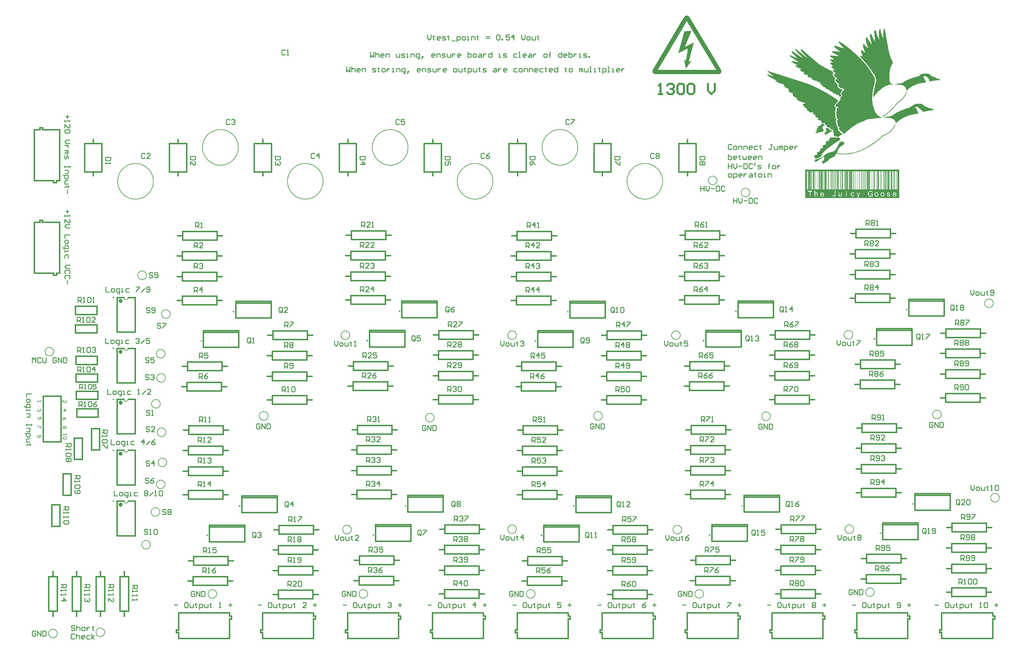
<source format=gto>
G04*
G04 #@! TF.GenerationSoftware,Altium Limited,Altium Designer,20.0.10 (225)*
G04*
G04 Layer_Color=65535*
%FSLAX25Y25*%
%MOIN*%
G70*
G01*
G75*
%ADD10C,0.00787*%
%ADD11C,0.00984*%
%ADD12C,0.02362*%
%ADD13C,0.01575*%
%ADD14C,0.01000*%
%ADD15C,0.00591*%
%ADD16C,0.00600*%
G36*
X1022607Y859617D02*
X1023233D01*
Y859539D01*
X1023545D01*
Y859461D01*
X1023858D01*
Y859383D01*
X1024015D01*
Y859304D01*
X1024171D01*
Y859226D01*
X1024327D01*
Y859148D01*
X1024484D01*
Y859070D01*
X1024640D01*
Y858992D01*
X1024718D01*
Y858914D01*
X1024796D01*
Y858835D01*
X1024953D01*
Y858757D01*
X1025031D01*
Y858679D01*
X1025109D01*
Y858601D01*
X1025187D01*
Y858523D01*
X1025266D01*
Y858444D01*
X1025344D01*
Y858366D01*
X1025422D01*
Y858288D01*
Y858210D01*
X1025500D01*
Y858132D01*
X1025578D01*
Y858053D01*
X1025656D01*
Y857975D01*
X1025735D01*
Y857897D01*
Y857819D01*
X1025813D01*
Y857741D01*
X1025891D01*
Y857663D01*
Y857584D01*
X1025969D01*
Y857506D01*
X1026047D01*
Y857428D01*
Y857350D01*
X1026125D01*
Y857272D01*
X1026204D01*
Y857194D01*
Y857115D01*
X1026282D01*
Y857037D01*
X1026360D01*
Y856959D01*
Y856881D01*
X1026438D01*
Y856803D01*
Y856724D01*
Y856646D01*
X1026516D01*
Y856568D01*
Y856490D01*
X1026595D01*
Y856412D01*
X1026673D01*
Y856334D01*
Y856255D01*
X1026751D01*
Y856177D01*
X1026829D01*
Y856099D01*
Y856021D01*
X1026907D01*
Y855943D01*
X1026985D01*
Y855865D01*
Y855786D01*
X1027064D01*
Y855708D01*
Y855630D01*
X1027142D01*
Y855552D01*
X1027220D01*
Y855474D01*
Y855395D01*
Y855317D01*
X1027298D01*
Y855239D01*
X1027376D01*
Y855161D01*
Y855083D01*
X1027454D01*
Y855005D01*
X1027533D01*
Y854926D01*
Y854848D01*
X1027611D01*
Y854770D01*
X1027689D01*
Y854692D01*
Y854614D01*
X1027767D01*
Y854535D01*
Y854457D01*
X1027845D01*
Y854379D01*
X1027924D01*
Y854301D01*
Y854223D01*
Y854145D01*
X1028002D01*
Y854066D01*
X1028080D01*
Y853988D01*
Y853910D01*
X1028158D01*
Y853832D01*
X1028236D01*
Y853754D01*
Y853675D01*
X1028314D01*
Y853597D01*
X1028393D01*
Y853519D01*
Y853441D01*
X1028471D01*
Y853363D01*
X1028549D01*
Y853285D01*
Y853206D01*
X1028627D01*
Y853128D01*
Y853050D01*
Y852972D01*
X1028705D01*
Y852894D01*
X1028784D01*
Y852816D01*
Y852737D01*
X1028862D01*
Y852659D01*
X1028940D01*
Y852581D01*
Y852503D01*
X1029018D01*
Y852425D01*
Y852347D01*
X1029096D01*
Y852268D01*
X1029174D01*
Y852190D01*
Y852112D01*
X1029253D01*
Y852034D01*
X1029331D01*
Y851956D01*
Y851877D01*
Y851799D01*
X1029409D01*
Y851721D01*
X1029487D01*
Y851643D01*
Y851565D01*
X1029565D01*
Y851486D01*
X1029644D01*
Y851408D01*
Y851330D01*
X1029722D01*
Y851252D01*
Y851174D01*
X1029800D01*
Y851096D01*
X1029878D01*
Y851017D01*
Y850939D01*
X1029956D01*
Y850861D01*
X1030034D01*
Y850783D01*
Y850705D01*
X1030113D01*
Y850626D01*
Y850548D01*
X1030191D01*
Y850470D01*
Y850392D01*
X1030269D01*
Y850314D01*
X1030347D01*
Y850236D01*
Y850157D01*
X1030425D01*
Y850079D01*
Y850001D01*
X1030503D01*
Y849923D01*
X1030582D01*
Y849845D01*
Y849767D01*
X1030660D01*
Y849688D01*
X1030738D01*
Y849610D01*
Y849532D01*
X1030816D01*
Y849454D01*
Y849376D01*
X1030894D01*
Y849298D01*
X1030973D01*
Y849219D01*
Y849141D01*
X1031051D01*
Y849063D01*
Y848985D01*
X1031129D01*
Y848907D01*
X1031207D01*
Y848828D01*
Y848750D01*
X1031285D01*
Y848672D01*
Y848594D01*
X1031363D01*
Y848516D01*
X1031442D01*
Y848438D01*
Y848359D01*
X1031520D01*
Y848281D01*
Y848203D01*
X1031598D01*
Y848125D01*
Y848047D01*
X1031676D01*
Y847968D01*
X1031754D01*
Y847890D01*
Y847812D01*
X1031833D01*
Y847734D01*
X1031911D01*
Y847656D01*
Y847577D01*
X1031989D01*
Y847499D01*
Y847421D01*
X1032067D01*
Y847343D01*
X1032145D01*
Y847265D01*
Y847187D01*
X1032223D01*
Y847108D01*
Y847030D01*
X1032302D01*
Y846952D01*
Y846874D01*
X1032380D01*
Y846796D01*
X1032458D01*
Y846717D01*
Y846639D01*
X1032536D01*
Y846561D01*
Y846483D01*
X1032614D01*
Y846405D01*
X1032693D01*
Y846327D01*
Y846249D01*
X1032771D01*
Y846170D01*
Y846092D01*
X1032849D01*
Y846014D01*
X1032927D01*
Y845936D01*
Y845858D01*
X1033005D01*
Y845779D01*
Y845701D01*
X1033083D01*
Y845623D01*
X1033162D01*
Y845545D01*
Y845467D01*
X1033240D01*
Y845389D01*
Y845310D01*
X1033318D01*
Y845232D01*
X1033396D01*
Y845154D01*
Y845076D01*
X1033474D01*
Y844998D01*
X1033552D01*
Y844919D01*
Y844841D01*
X1033631D01*
Y844763D01*
Y844685D01*
X1033709D01*
Y844607D01*
X1033787D01*
Y844528D01*
Y844450D01*
X1033865D01*
Y844372D01*
Y844294D01*
X1033943D01*
Y844216D01*
Y844138D01*
X1034022D01*
Y844059D01*
X1034100D01*
Y843981D01*
Y843903D01*
X1034178D01*
Y843825D01*
X1034256D01*
Y843747D01*
Y843668D01*
X1034334D01*
Y843590D01*
Y843512D01*
X1034412D01*
Y843434D01*
Y843356D01*
X1034491D01*
Y843278D01*
X1034569D01*
Y843200D01*
Y843121D01*
X1034647D01*
Y843043D01*
Y842965D01*
X1034725D01*
Y842887D01*
X1034803D01*
Y842809D01*
Y842730D01*
X1034881D01*
Y842652D01*
X1034960D01*
Y842574D01*
Y842496D01*
X1035038D01*
Y842418D01*
Y842340D01*
X1035116D01*
Y842261D01*
X1035194D01*
Y842183D01*
Y842105D01*
X1035272D01*
Y842027D01*
Y841949D01*
X1035351D01*
Y841870D01*
X1035429D01*
Y841792D01*
Y841714D01*
X1035507D01*
Y841636D01*
Y841558D01*
X1035585D01*
Y841479D01*
X1035663D01*
Y841401D01*
Y841323D01*
X1035742D01*
Y841245D01*
Y841167D01*
X1035820D01*
Y841089D01*
X1035898D01*
Y841010D01*
Y840932D01*
X1035976D01*
Y840854D01*
Y840776D01*
X1036054D01*
Y840698D01*
X1036132D01*
Y840619D01*
Y840541D01*
X1036211D01*
Y840463D01*
Y840385D01*
X1036289D01*
Y840307D01*
X1036367D01*
Y840229D01*
Y840151D01*
X1036445D01*
Y840072D01*
X1036523D01*
Y839994D01*
Y839916D01*
X1036602D01*
Y839838D01*
Y839760D01*
X1036680D01*
Y839681D01*
Y839603D01*
X1036758D01*
Y839525D01*
Y839447D01*
X1036836D01*
Y839369D01*
X1036914D01*
Y839291D01*
Y839212D01*
X1036992D01*
Y839134D01*
X1037071D01*
Y839056D01*
Y838978D01*
X1037149D01*
Y838900D01*
Y838821D01*
X1037227D01*
Y838743D01*
X1037305D01*
Y838665D01*
Y838587D01*
X1037383D01*
Y838509D01*
Y838431D01*
X1037461D01*
Y838352D01*
Y838274D01*
X1037540D01*
Y838196D01*
X1037618D01*
Y838118D01*
Y838040D01*
X1037696D01*
Y837961D01*
X1037774D01*
Y837883D01*
Y837805D01*
X1037852D01*
Y837727D01*
Y837649D01*
X1037930D01*
Y837571D01*
X1038009D01*
Y837492D01*
Y837414D01*
Y837336D01*
X1038087D01*
Y837258D01*
X1038165D01*
Y837180D01*
Y837101D01*
X1038243D01*
Y837023D01*
X1038321D01*
Y836945D01*
Y836867D01*
X1038400D01*
Y836789D01*
X1038478D01*
Y836711D01*
Y836632D01*
X1038556D01*
Y836554D01*
Y836476D01*
X1038634D01*
Y836398D01*
X1038712D01*
Y836320D01*
Y836242D01*
X1038791D01*
Y836163D01*
Y836085D01*
X1038869D01*
Y836007D01*
Y835929D01*
X1038947D01*
Y835851D01*
X1039025D01*
Y835772D01*
Y835694D01*
X1039103D01*
Y835616D01*
Y835538D01*
X1039181D01*
Y835460D01*
X1039260D01*
Y835382D01*
Y835303D01*
X1039338D01*
Y835225D01*
X1039416D01*
Y835147D01*
Y835069D01*
X1039494D01*
Y834991D01*
X1039572D01*
Y834912D01*
Y834834D01*
Y834756D01*
X1039651D01*
Y834678D01*
X1039729D01*
Y834600D01*
Y834522D01*
X1039807D01*
Y834443D01*
Y834365D01*
X1039885D01*
Y834287D01*
X1039963D01*
Y834209D01*
Y834131D01*
X1040041D01*
Y834052D01*
X1040119D01*
Y833974D01*
Y833896D01*
X1040198D01*
Y833818D01*
Y833740D01*
X1040276D01*
Y833662D01*
X1040354D01*
Y833583D01*
Y833505D01*
X1040432D01*
Y833427D01*
Y833349D01*
X1040510D01*
Y833271D01*
Y833193D01*
X1040589D01*
Y833114D01*
X1040667D01*
Y833036D01*
Y832958D01*
X1040745D01*
Y832880D01*
X1040823D01*
Y832802D01*
Y832723D01*
X1040901D01*
Y832645D01*
Y832567D01*
X1040979D01*
Y832489D01*
Y832411D01*
X1041058D01*
Y832333D01*
Y832254D01*
X1041136D01*
Y832176D01*
X1041214D01*
Y832098D01*
Y832020D01*
X1041292D01*
Y831942D01*
X1041370D01*
Y831863D01*
Y831785D01*
X1041449D01*
Y831707D01*
X1041527D01*
Y831629D01*
Y831551D01*
X1041605D01*
Y831473D01*
Y831394D01*
X1041683D01*
Y831316D01*
X1041761D01*
Y831238D01*
Y831160D01*
X1041840D01*
Y831082D01*
Y831003D01*
X1041918D01*
Y830925D01*
Y830847D01*
X1041996D01*
Y830769D01*
X1042074D01*
Y830691D01*
Y830613D01*
X1042152D01*
Y830534D01*
Y830456D01*
X1042230D01*
Y830378D01*
X1042309D01*
Y830300D01*
Y830222D01*
X1042387D01*
Y830144D01*
X1042465D01*
Y830065D01*
Y829987D01*
X1042543D01*
Y829909D01*
Y829831D01*
X1042621D01*
Y829753D01*
Y829674D01*
X1042700D01*
Y829596D01*
X1042778D01*
Y829518D01*
Y829440D01*
X1042856D01*
Y829362D01*
Y829284D01*
X1042934D01*
Y829205D01*
X1043012D01*
Y829127D01*
Y829049D01*
X1043090D01*
Y828971D01*
X1043169D01*
Y828893D01*
X1043090D01*
Y828815D01*
X1043247D01*
Y828736D01*
Y828658D01*
X1043325D01*
Y828580D01*
Y828502D01*
X1043403D01*
Y828424D01*
X1043481D01*
Y828345D01*
Y828267D01*
X1043559D01*
Y828189D01*
Y828111D01*
X1043638D01*
Y828033D01*
X1043716D01*
Y827954D01*
Y827876D01*
X1043794D01*
Y827798D01*
Y827720D01*
X1043872D01*
Y827642D01*
X1043950D01*
Y827564D01*
Y827485D01*
X1044028D01*
Y827407D01*
Y827329D01*
X1044107D01*
Y827251D01*
X1044185D01*
Y827173D01*
Y827094D01*
X1044263D01*
Y827016D01*
Y826938D01*
X1044341D01*
Y826860D01*
X1044419D01*
Y826782D01*
Y826704D01*
X1044498D01*
Y826625D01*
Y826547D01*
X1044576D01*
Y826469D01*
X1044654D01*
Y826391D01*
Y826313D01*
X1044732D01*
Y826235D01*
Y826156D01*
X1044810D01*
Y826078D01*
X1044888D01*
Y826000D01*
Y825922D01*
X1044967D01*
Y825844D01*
Y825766D01*
X1045045D01*
Y825687D01*
X1045123D01*
Y825609D01*
Y825531D01*
X1045201D01*
Y825453D01*
X1045279D01*
Y825375D01*
Y825296D01*
X1045358D01*
Y825218D01*
Y825140D01*
X1045436D01*
Y825062D01*
Y824984D01*
X1045514D01*
Y824905D01*
X1045592D01*
Y824827D01*
Y824749D01*
X1045670D01*
Y824671D01*
Y824593D01*
X1045749D01*
Y824515D01*
X1045827D01*
Y824436D01*
Y824358D01*
X1045905D01*
Y824280D01*
X1045983D01*
Y824202D01*
Y824124D01*
X1046061D01*
Y824045D01*
Y823967D01*
X1046139D01*
Y823889D01*
Y823811D01*
X1046218D01*
Y823733D01*
X1046296D01*
Y823655D01*
Y823576D01*
X1046374D01*
Y823498D01*
Y823420D01*
X1046452D01*
Y823342D01*
X1046530D01*
Y823264D01*
Y823186D01*
X1046608D01*
Y823107D01*
X1046687D01*
Y823029D01*
Y822951D01*
X1046765D01*
Y822873D01*
Y822795D01*
X1046843D01*
Y822717D01*
Y822638D01*
X1046921D01*
Y822560D01*
X1046999D01*
Y822482D01*
Y822404D01*
X1047077D01*
Y822326D01*
Y822247D01*
X1047156D01*
Y822169D01*
X1047234D01*
Y822091D01*
Y822013D01*
X1047312D01*
Y821935D01*
Y821856D01*
X1047390D01*
Y821778D01*
X1047468D01*
Y821700D01*
Y821622D01*
X1047547D01*
Y821544D01*
X1047625D01*
Y821466D01*
Y821387D01*
X1047703D01*
Y821309D01*
Y821231D01*
X1047781D01*
Y821153D01*
Y821075D01*
X1047859D01*
Y820996D01*
Y820918D01*
X1047937D01*
Y820840D01*
X1048016D01*
Y820762D01*
Y820684D01*
X1048094D01*
Y820606D01*
X1048172D01*
Y820527D01*
Y820449D01*
X1048250D01*
Y820371D01*
Y820293D01*
X1048328D01*
Y820215D01*
Y820137D01*
X1048407D01*
Y820058D01*
X1048485D01*
Y819980D01*
Y819902D01*
X1048563D01*
Y819824D01*
X1048641D01*
Y819746D01*
Y819668D01*
X1048719D01*
Y819589D01*
Y819511D01*
X1048798D01*
Y819433D01*
X1048876D01*
Y819355D01*
Y819277D01*
X1048954D01*
Y819198D01*
Y819120D01*
X1049032D01*
Y819042D01*
Y818964D01*
X1049110D01*
Y818886D01*
X1049188D01*
Y818808D01*
Y818729D01*
X1049267D01*
Y818651D01*
Y818573D01*
X1049345D01*
Y818495D01*
X1049423D01*
Y818417D01*
Y818338D01*
X1049501D01*
Y818260D01*
X1049579D01*
Y818182D01*
Y818104D01*
X1049657D01*
Y818026D01*
Y817947D01*
X1049736D01*
Y817869D01*
X1049814D01*
Y817791D01*
Y817713D01*
X1049892D01*
Y817635D01*
Y817557D01*
X1049970D01*
Y817478D01*
Y817400D01*
X1050048D01*
Y817322D01*
X1050126D01*
Y817244D01*
Y817166D01*
X1050205D01*
Y817088D01*
X1050283D01*
Y817009D01*
Y816931D01*
X1050361D01*
Y816853D01*
Y816775D01*
X1050439D01*
Y816697D01*
Y816619D01*
X1050517D01*
Y816540D01*
Y816462D01*
X1050596D01*
Y816384D01*
X1050674D01*
Y816306D01*
Y816228D01*
X1050752D01*
Y816149D01*
X1050830D01*
Y816071D01*
Y815993D01*
X1050908D01*
Y815915D01*
X1050986D01*
Y815837D01*
Y815759D01*
X1051065D01*
Y815680D01*
Y815602D01*
X1051143D01*
Y815524D01*
Y815446D01*
X1051221D01*
Y815368D01*
X1051299D01*
Y815289D01*
Y815211D01*
X1051377D01*
Y815133D01*
Y815055D01*
X1051456D01*
Y814977D01*
X1051534D01*
Y814898D01*
Y814820D01*
X1051612D01*
Y814742D01*
X1051690D01*
Y814664D01*
Y814586D01*
X1051768D01*
Y814508D01*
Y814429D01*
X1051847D01*
Y814351D01*
Y814273D01*
X1051925D01*
Y814195D01*
Y814117D01*
X1052003D01*
Y814039D01*
X1052081D01*
Y813960D01*
Y813882D01*
X1052159D01*
Y813804D01*
X1052237D01*
Y813726D01*
Y813648D01*
X1052316D01*
Y813570D01*
Y813491D01*
X1052394D01*
Y813413D01*
X1052472D01*
Y813335D01*
Y813257D01*
X1052550D01*
Y813179D01*
Y813100D01*
X1052628D01*
Y813022D01*
X1052706D01*
Y812944D01*
Y812866D01*
X1052785D01*
Y812788D01*
Y812710D01*
X1052863D01*
Y812631D01*
X1052941D01*
Y812553D01*
Y812475D01*
X1053019D01*
Y812397D01*
Y812319D01*
X1053097D01*
Y812240D01*
X1053176D01*
Y812162D01*
Y812084D01*
X1053254D01*
Y812006D01*
Y811928D01*
X1053332D01*
Y811849D01*
X1053410D01*
Y811771D01*
X1053332D01*
Y811693D01*
X1053488D01*
Y811615D01*
Y811537D01*
X1053566D01*
Y811459D01*
Y811380D01*
X1053645D01*
Y811302D01*
X1053723D01*
Y811224D01*
Y811146D01*
X1053801D01*
Y811068D01*
X1053879D01*
Y810990D01*
Y810911D01*
X1053957D01*
Y810833D01*
X1054035D01*
Y810755D01*
Y810677D01*
X1054114D01*
Y810599D01*
Y810520D01*
X1054192D01*
Y810442D01*
Y810364D01*
X1054270D01*
Y810286D01*
Y810208D01*
X1054348D01*
Y810130D01*
X1054426D01*
Y810051D01*
Y809973D01*
X1054505D01*
Y809895D01*
X1054583D01*
Y809817D01*
Y809739D01*
X1054661D01*
Y809661D01*
Y809582D01*
X1054739D01*
Y809504D01*
Y809426D01*
X1054817D01*
Y809348D01*
Y809270D01*
X1054895D01*
Y809191D01*
X1054974D01*
Y809113D01*
Y809035D01*
X1055052D01*
Y808957D01*
X1055130D01*
Y808879D01*
Y808801D01*
X1055208D01*
Y808722D01*
Y808644D01*
X1055286D01*
Y808566D01*
X1055365D01*
Y808488D01*
Y808410D01*
X1055443D01*
Y808331D01*
X1055521D01*
Y808253D01*
Y808175D01*
X1055599D01*
Y808097D01*
Y808019D01*
X1055677D01*
Y807941D01*
Y807862D01*
X1055755D01*
Y807784D01*
X1055834D01*
Y807706D01*
Y807628D01*
X1055912D01*
Y807550D01*
Y807471D01*
X1055990D01*
Y807393D01*
X1056068D01*
Y807315D01*
Y807237D01*
X1056146D01*
Y807159D01*
Y807081D01*
X1056225D01*
Y807002D01*
X1056303D01*
Y806924D01*
Y806846D01*
X1056381D01*
Y806768D01*
Y806690D01*
X1056459D01*
Y806612D01*
X1056537D01*
Y806533D01*
Y806455D01*
X1056615D01*
Y806377D01*
Y806299D01*
X1056694D01*
Y806221D01*
X1056772D01*
Y806142D01*
Y806064D01*
X1056850D01*
Y805986D01*
Y805908D01*
X1056928D01*
Y805830D01*
X1057006D01*
Y805752D01*
Y805673D01*
X1057084D01*
Y805595D01*
Y805517D01*
X1057163D01*
Y805439D01*
X1057241D01*
Y805361D01*
Y805282D01*
X1057319D01*
Y805204D01*
Y805126D01*
X1057397D01*
Y805048D01*
Y804970D01*
X1057475D01*
Y804892D01*
X1057553D01*
Y804813D01*
Y804735D01*
X1057632D01*
Y804657D01*
X1057710D01*
Y804579D01*
Y804501D01*
X1057788D01*
Y804422D01*
Y804344D01*
X1057866D01*
Y804266D01*
X1057944D01*
Y804188D01*
Y804110D01*
X1058023D01*
Y804032D01*
Y803953D01*
X1058101D01*
Y803875D01*
Y803797D01*
X1058179D01*
Y803719D01*
X1058257D01*
Y803641D01*
Y803563D01*
X1058335D01*
Y803484D01*
Y803406D01*
X1058414D01*
Y803328D01*
X1058492D01*
Y803250D01*
Y803172D01*
X1058570D01*
Y803093D01*
Y803015D01*
X1058648D01*
Y802937D01*
Y802859D01*
X1058726D01*
Y802781D01*
X1058804D01*
Y802703D01*
Y802624D01*
X1058883D01*
Y802546D01*
X1058961D01*
Y802468D01*
Y802390D01*
X1059039D01*
Y802312D01*
Y802234D01*
X1059117D01*
Y802155D01*
X1059195D01*
Y802077D01*
Y801999D01*
X1059274D01*
Y801921D01*
Y801843D01*
X1059352D01*
Y801764D01*
Y801686D01*
X1059430D01*
Y801608D01*
X1059508D01*
Y801530D01*
Y801452D01*
X1059586D01*
Y801373D01*
Y801295D01*
X1059664D01*
Y801217D01*
X1059743D01*
Y801139D01*
Y801061D01*
X1059821D01*
Y800983D01*
X1059899D01*
Y800904D01*
Y800826D01*
X1059977D01*
Y800748D01*
X1059899D01*
Y800670D01*
X1060055D01*
Y800592D01*
Y800513D01*
X1060133D01*
Y800435D01*
Y800357D01*
X1060212D01*
Y800279D01*
X1060290D01*
Y800201D01*
Y800123D01*
X1060368D01*
Y800044D01*
X1060446D01*
Y799966D01*
Y799888D01*
X1060524D01*
Y799810D01*
Y799732D01*
X1060602D01*
Y799653D01*
Y799575D01*
X1060681D01*
Y799497D01*
X1060759D01*
Y799419D01*
Y799341D01*
X1060837D01*
Y799263D01*
Y799185D01*
X1060915D01*
Y799106D01*
X1060993D01*
Y799028D01*
Y798950D01*
X1061072D01*
Y798872D01*
Y798794D01*
X1061150D01*
Y798715D01*
X1061228D01*
Y798637D01*
Y798559D01*
X1061306D01*
Y798481D01*
Y798403D01*
X1061384D01*
Y798324D01*
X1061462D01*
Y798246D01*
Y798168D01*
X1061541D01*
Y798090D01*
Y798012D01*
X1061619D01*
Y797934D01*
Y797855D01*
X1061697D01*
Y797777D01*
X1061775D01*
Y797699D01*
Y797621D01*
X1061853D01*
Y797543D01*
Y797465D01*
X1061932D01*
Y797386D01*
X1062010D01*
Y797308D01*
Y797230D01*
X1062088D01*
Y797152D01*
Y797074D01*
X1062166D01*
Y796995D01*
Y796917D01*
X1062244D01*
Y796839D01*
Y796761D01*
X1062323D01*
Y796683D01*
Y796605D01*
X1062401D01*
Y796526D01*
Y796448D01*
X1062479D01*
Y796370D01*
Y796292D01*
Y796214D01*
X1062557D01*
Y796136D01*
Y796057D01*
Y795979D01*
X1062635D01*
Y795901D01*
Y795823D01*
Y795745D01*
Y795666D01*
Y795588D01*
X1062713D01*
Y795510D01*
Y795432D01*
Y795354D01*
Y795275D01*
Y795197D01*
Y795119D01*
Y795041D01*
Y794963D01*
Y794885D01*
Y794806D01*
Y794728D01*
Y794650D01*
Y794572D01*
X1062635D01*
Y794494D01*
Y794416D01*
Y794337D01*
Y794259D01*
Y794181D01*
Y794103D01*
X1062557D01*
Y794025D01*
Y793947D01*
Y793868D01*
X1062479D01*
Y793790D01*
Y793712D01*
X1062401D01*
Y793634D01*
Y793556D01*
X1062323D01*
Y793477D01*
Y793399D01*
X1062244D01*
Y793321D01*
Y793243D01*
X1062166D01*
Y793165D01*
Y793086D01*
X1062088D01*
Y793008D01*
Y792930D01*
X1062010D01*
Y792852D01*
X1061932D01*
Y792774D01*
X1061853D01*
Y792696D01*
X1061775D01*
Y792617D01*
X1061697D01*
Y792539D01*
X1061619D01*
Y792461D01*
X1061541D01*
Y792383D01*
X1061462D01*
Y792305D01*
X1061306D01*
Y792227D01*
X1061150D01*
Y792148D01*
X1060993D01*
Y792070D01*
X1060837D01*
Y791992D01*
X1060602D01*
Y791914D01*
X1060290D01*
Y791836D01*
X1002593D01*
Y791757D01*
X985394D01*
Y791836D01*
X985238D01*
Y791914D01*
X985081D01*
Y791992D01*
X984925D01*
Y792070D01*
X984768D01*
Y792148D01*
X984612D01*
Y792227D01*
X984456D01*
Y792305D01*
X984378D01*
Y792383D01*
X984221D01*
Y792461D01*
X984143D01*
Y792539D01*
X984065D01*
Y792617D01*
X983987D01*
Y792696D01*
X983909D01*
Y792774D01*
X983830D01*
Y792852D01*
X983752D01*
Y792930D01*
X983674D01*
Y793008D01*
X983596D01*
Y793086D01*
X983518D01*
Y793165D01*
X983440D01*
Y793243D01*
Y793321D01*
X983361D01*
Y793399D01*
X983283D01*
Y793477D01*
Y793556D01*
X983205D01*
Y793634D01*
Y793712D01*
X983127D01*
Y793790D01*
Y793868D01*
X983049D01*
Y793947D01*
Y794025D01*
X982970D01*
Y794103D01*
Y794181D01*
Y794259D01*
X982892D01*
Y794337D01*
Y794416D01*
Y794494D01*
Y794572D01*
X982814D01*
Y794650D01*
Y794728D01*
Y794806D01*
Y794885D01*
Y794963D01*
X982736D01*
Y795041D01*
Y795119D01*
Y795197D01*
Y795275D01*
Y795354D01*
Y795432D01*
Y795510D01*
Y795588D01*
Y795666D01*
X982814D01*
Y795745D01*
Y795823D01*
Y795901D01*
Y795979D01*
Y796057D01*
Y796136D01*
X982892D01*
Y796214D01*
Y796292D01*
Y796370D01*
X982970D01*
Y796448D01*
Y796526D01*
X983049D01*
Y796605D01*
Y796683D01*
Y796761D01*
X983127D01*
Y796839D01*
Y796917D01*
X983205D01*
Y796995D01*
X983283D01*
Y797074D01*
Y797152D01*
X983361D01*
Y797230D01*
Y797308D01*
X983440D01*
Y797386D01*
Y797465D01*
X983518D01*
Y797543D01*
Y797621D01*
X983596D01*
Y797699D01*
X983674D01*
Y797777D01*
Y797855D01*
X983752D01*
Y797934D01*
Y798012D01*
X983830D01*
Y798090D01*
X983909D01*
Y798168D01*
Y798246D01*
X983987D01*
Y798324D01*
X984065D01*
Y798403D01*
Y798481D01*
X984143D01*
Y798559D01*
Y798637D01*
X984221D01*
Y798715D01*
Y798794D01*
X984299D01*
Y798872D01*
Y798950D01*
X984378D01*
Y799028D01*
X984456D01*
Y799106D01*
Y799185D01*
X984534D01*
Y799263D01*
X984612D01*
Y799341D01*
Y799419D01*
X984690D01*
Y799341D01*
X984768D01*
Y799419D01*
X984690D01*
Y799497D01*
Y799575D01*
X984768D01*
Y799653D01*
Y799732D01*
X984847D01*
Y799810D01*
Y799888D01*
X984925D01*
Y799966D01*
X985003D01*
Y800044D01*
Y800123D01*
X985081D01*
Y800201D01*
Y800279D01*
X985159D01*
Y800357D01*
X985238D01*
Y800435D01*
Y800513D01*
X985316D01*
Y800592D01*
X985394D01*
Y800670D01*
Y800748D01*
X985472D01*
Y800826D01*
Y800904D01*
X985550D01*
Y800983D01*
Y801061D01*
X985629D01*
Y801139D01*
Y801217D01*
X985707D01*
Y801295D01*
X985785D01*
Y801373D01*
Y801452D01*
X985863D01*
Y801530D01*
X985941D01*
Y801608D01*
Y801686D01*
X986019D01*
Y801764D01*
Y801843D01*
X986098D01*
Y801921D01*
X986176D01*
Y801999D01*
Y802077D01*
X986254D01*
Y802155D01*
Y802234D01*
X986332D01*
Y802312D01*
Y802390D01*
X986410D01*
Y802468D01*
X986489D01*
Y802546D01*
Y802624D01*
X986567D01*
Y802703D01*
Y802781D01*
X986645D01*
Y802859D01*
X986723D01*
Y802937D01*
Y803015D01*
X986801D01*
Y803093D01*
Y803172D01*
X986879D01*
Y803250D01*
X986958D01*
Y803328D01*
Y803406D01*
X987036D01*
Y803484D01*
Y803563D01*
X987114D01*
Y803641D01*
Y803719D01*
X987192D01*
Y803797D01*
X987270D01*
Y803875D01*
Y803953D01*
X987348D01*
Y804032D01*
Y804110D01*
X987427D01*
Y804188D01*
X987505D01*
Y804266D01*
Y804344D01*
X987583D01*
Y804422D01*
X987661D01*
Y804501D01*
Y804579D01*
X987739D01*
Y804657D01*
Y804735D01*
X987817D01*
Y804813D01*
Y804892D01*
X987896D01*
Y804970D01*
Y805048D01*
X987974D01*
Y805126D01*
X988052D01*
Y805204D01*
Y805282D01*
X988130D01*
Y805361D01*
X988208D01*
Y805439D01*
Y805517D01*
X988287D01*
Y805595D01*
Y805673D01*
X988365D01*
Y805752D01*
X988443D01*
Y805830D01*
Y805908D01*
X988521D01*
Y805986D01*
Y806064D01*
X988599D01*
Y806142D01*
Y806221D01*
X988678D01*
Y806299D01*
Y806377D01*
X988756D01*
Y806455D01*
X988834D01*
Y806533D01*
Y806612D01*
X988912D01*
Y806690D01*
Y806768D01*
X988990D01*
Y806846D01*
X989068D01*
Y806924D01*
Y807002D01*
X989147D01*
Y807081D01*
Y807159D01*
X989225D01*
Y807237D01*
Y807315D01*
X989303D01*
Y807393D01*
X989381D01*
Y807471D01*
Y807550D01*
X989459D01*
Y807628D01*
X989538D01*
Y807706D01*
Y807784D01*
X989616D01*
Y807862D01*
Y807941D01*
X989694D01*
Y808019D01*
X989772D01*
Y808097D01*
Y808175D01*
X989850D01*
Y808253D01*
Y808331D01*
X989928D01*
Y808410D01*
Y808488D01*
X990007D01*
Y808566D01*
Y808644D01*
X990085D01*
Y808722D01*
X990163D01*
Y808801D01*
Y808879D01*
X990241D01*
Y808957D01*
X990319D01*
Y809035D01*
Y809113D01*
X990397D01*
Y809191D01*
Y809270D01*
X990476D01*
Y809348D01*
X990554D01*
Y809426D01*
Y809504D01*
X990632D01*
Y809582D01*
Y809661D01*
X990710D01*
Y809739D01*
Y809817D01*
X990788D01*
Y809895D01*
X990866D01*
Y809973D01*
Y810051D01*
X990945D01*
Y810130D01*
Y810208D01*
X991023D01*
Y810286D01*
X991101D01*
Y810364D01*
Y810442D01*
X991179D01*
Y810520D01*
X991257D01*
Y810599D01*
Y810677D01*
X991336D01*
Y810755D01*
Y810833D01*
X991414D01*
Y810911D01*
Y810990D01*
X991492D01*
Y811068D01*
X991570D01*
Y811146D01*
Y811224D01*
X991648D01*
Y811302D01*
Y811380D01*
X991726D01*
Y811459D01*
X991805D01*
Y811537D01*
Y811615D01*
X991883D01*
Y811693D01*
Y811771D01*
X991961D01*
Y811849D01*
Y811928D01*
X992039D01*
Y812006D01*
X992117D01*
Y812084D01*
Y812162D01*
X992196D01*
Y812240D01*
Y812319D01*
X992274D01*
Y812397D01*
X992352D01*
Y812475D01*
Y812553D01*
X992430D01*
Y812631D01*
Y812710D01*
X992508D01*
Y812788D01*
X992587D01*
Y812866D01*
Y812944D01*
X992665D01*
Y813022D01*
Y813100D01*
X992743D01*
Y813179D01*
X992821D01*
Y813257D01*
Y813335D01*
X992899D01*
Y813413D01*
Y813491D01*
X992977D01*
Y813570D01*
Y813648D01*
X993056D01*
Y813726D01*
X993134D01*
Y813804D01*
Y813882D01*
X993212D01*
Y813804D01*
X993290D01*
Y813882D01*
X993212D01*
Y813960D01*
X993290D01*
Y814039D01*
Y814117D01*
X993368D01*
Y814195D01*
Y814273D01*
X993447D01*
Y814351D01*
Y814429D01*
X993525D01*
Y814508D01*
X993603D01*
Y814586D01*
Y814664D01*
X993681D01*
Y814742D01*
Y814820D01*
X993759D01*
Y814898D01*
Y814977D01*
X993837D01*
Y815055D01*
X993915D01*
Y815133D01*
Y815211D01*
X993994D01*
Y815289D01*
Y815368D01*
X994072D01*
Y815446D01*
X994150D01*
Y815524D01*
Y815602D01*
X994228D01*
Y815680D01*
X994306D01*
Y815759D01*
Y815837D01*
Y815915D01*
X994385D01*
Y815993D01*
X994463D01*
Y816071D01*
Y816149D01*
X994541D01*
Y816228D01*
X994619D01*
Y816306D01*
Y816384D01*
X994697D01*
Y816462D01*
Y816540D01*
X994775D01*
Y816619D01*
X994854D01*
Y816697D01*
Y816775D01*
X994932D01*
Y816853D01*
Y816931D01*
X995010D01*
Y817009D01*
Y817088D01*
X995088D01*
Y817166D01*
X995166D01*
Y817244D01*
Y817322D01*
X995245D01*
Y817400D01*
Y817478D01*
X995323D01*
Y817557D01*
X995401D01*
Y817635D01*
Y817713D01*
X995479D01*
Y817791D01*
X995557D01*
Y817869D01*
Y817947D01*
X995636D01*
Y818026D01*
Y818104D01*
X995714D01*
Y818182D01*
Y818260D01*
X995792D01*
Y818338D01*
Y818417D01*
X995870D01*
Y818495D01*
X995948D01*
Y818573D01*
Y818651D01*
X996026D01*
Y818729D01*
X996105D01*
Y818808D01*
Y818886D01*
X996183D01*
Y818964D01*
Y819042D01*
X996261D01*
Y819120D01*
X996339D01*
Y819198D01*
Y819277D01*
X996417D01*
Y819198D01*
X996495D01*
Y819277D01*
X996417D01*
Y819355D01*
Y819433D01*
X996495D01*
Y819511D01*
Y819589D01*
X996574D01*
Y819668D01*
X996652D01*
Y819746D01*
Y819824D01*
X996730D01*
Y819902D01*
Y819980D01*
X996808D01*
Y820058D01*
X996886D01*
Y820137D01*
Y820215D01*
X996964D01*
Y820293D01*
Y820371D01*
X997043D01*
Y820449D01*
X997121D01*
Y820527D01*
Y820606D01*
X997199D01*
Y820684D01*
Y820762D01*
X997277D01*
Y820840D01*
Y820918D01*
X997355D01*
Y820996D01*
X997434D01*
Y821075D01*
Y821153D01*
X997512D01*
Y821231D01*
Y821309D01*
X997590D01*
Y821387D01*
X997668D01*
Y821466D01*
Y821544D01*
X997746D01*
Y821622D01*
X997824D01*
Y821700D01*
Y821778D01*
X997903D01*
Y821856D01*
Y821935D01*
X997981D01*
Y822013D01*
Y822091D01*
X998059D01*
Y822169D01*
X998137D01*
Y822247D01*
Y822326D01*
X998215D01*
Y822404D01*
Y822482D01*
X998294D01*
Y822560D01*
X998372D01*
Y822638D01*
Y822717D01*
X998450D01*
Y822795D01*
Y822873D01*
X998528D01*
Y822951D01*
X998606D01*
Y823029D01*
Y823107D01*
X998685D01*
Y823186D01*
Y823264D01*
X998763D01*
Y823342D01*
Y823420D01*
X998841D01*
Y823498D01*
X998919D01*
Y823576D01*
Y823655D01*
X998997D01*
Y823733D01*
Y823811D01*
X999075D01*
Y823889D01*
X999154D01*
Y823967D01*
Y824045D01*
X999232D01*
Y824124D01*
X999310D01*
Y824202D01*
Y824280D01*
X999388D01*
Y824358D01*
Y824436D01*
X999466D01*
Y824515D01*
Y824593D01*
X999544D01*
Y824671D01*
Y824749D01*
X999623D01*
Y824827D01*
X999701D01*
Y824749D01*
X999779D01*
Y824827D01*
X999701D01*
Y824905D01*
Y824984D01*
X999779D01*
Y825062D01*
X999857D01*
Y825140D01*
Y825218D01*
X999935D01*
Y825296D01*
Y825375D01*
X1000014D01*
Y825453D01*
X1000092D01*
Y825531D01*
Y825609D01*
X1000170D01*
Y825687D01*
Y825766D01*
X1000248D01*
Y825844D01*
Y825922D01*
X1000326D01*
Y826000D01*
X1000404D01*
Y826078D01*
Y826156D01*
X1000483D01*
Y826078D01*
X1000561D01*
Y826156D01*
X1000483D01*
Y826235D01*
Y826313D01*
X1000561D01*
Y826391D01*
X1000639D01*
Y826469D01*
Y826547D01*
X1000717D01*
Y826625D01*
Y826704D01*
X1000795D01*
Y826782D01*
Y826860D01*
X1000873D01*
Y826938D01*
X1000952D01*
Y827016D01*
Y827094D01*
X1001030D01*
Y827173D01*
Y827251D01*
X1001108D01*
Y827329D01*
X1001186D01*
Y827407D01*
Y827485D01*
X1001264D01*
Y827564D01*
Y827642D01*
X1001343D01*
Y827720D01*
X1001421D01*
Y827798D01*
Y827876D01*
X1001499D01*
Y827954D01*
X1001577D01*
Y828033D01*
Y828111D01*
X1001655D01*
Y828189D01*
Y828267D01*
X1001733D01*
Y828345D01*
Y828424D01*
X1001812D01*
Y828502D01*
X1001890D01*
Y828580D01*
Y828658D01*
X1001968D01*
Y828736D01*
Y828815D01*
X1002046D01*
Y828893D01*
X1002124D01*
Y828971D01*
Y829049D01*
X1002203D01*
Y829127D01*
Y829205D01*
X1002281D01*
Y829284D01*
Y829362D01*
X1002359D01*
Y829440D01*
X1002437D01*
Y829518D01*
Y829596D01*
X1002515D01*
Y829674D01*
Y829753D01*
X1002593D01*
Y829831D01*
X1002672D01*
Y829909D01*
Y829987D01*
X1002750D01*
Y830065D01*
Y830144D01*
X1002828D01*
Y830222D01*
X1002906D01*
Y830300D01*
Y830378D01*
X1002984D01*
Y830456D01*
Y830534D01*
X1003063D01*
Y830613D01*
Y830691D01*
X1003141D01*
Y830769D01*
X1003219D01*
Y830847D01*
Y830925D01*
X1003297D01*
Y831003D01*
Y831082D01*
X1003375D01*
Y831160D01*
X1003453D01*
Y831238D01*
Y831316D01*
X1003532D01*
Y831394D01*
X1003610D01*
Y831473D01*
Y831551D01*
X1003688D01*
Y831629D01*
X1003766D01*
Y831707D01*
Y831785D01*
Y831863D01*
X1003844D01*
Y831942D01*
Y832020D01*
X1003922D01*
Y832098D01*
X1004001D01*
Y832176D01*
Y832254D01*
X1004079D01*
Y832333D01*
X1004157D01*
Y832411D01*
Y832489D01*
X1004235D01*
Y832567D01*
Y832645D01*
X1004313D01*
Y832723D01*
X1004392D01*
Y832802D01*
Y832880D01*
X1004470D01*
Y832958D01*
Y833036D01*
X1004548D01*
Y833114D01*
Y833193D01*
X1004626D01*
Y833271D01*
X1004704D01*
Y833349D01*
Y833427D01*
X1004782D01*
Y833505D01*
X1004861D01*
Y833583D01*
Y833662D01*
X1004939D01*
Y833740D01*
Y833818D01*
X1005017D01*
Y833896D01*
X1005095D01*
Y833974D01*
Y834052D01*
X1005173D01*
Y834131D01*
Y834209D01*
X1005252D01*
Y834287D01*
Y834365D01*
X1005330D01*
Y834287D01*
X1005408D01*
Y834365D01*
X1005330D01*
Y834443D01*
X1005408D01*
Y834522D01*
Y834600D01*
X1005486D01*
Y834678D01*
Y834756D01*
X1005564D01*
Y834834D01*
X1005642D01*
Y834912D01*
Y834991D01*
X1005721D01*
Y835069D01*
Y835147D01*
X1005799D01*
Y835225D01*
X1005877D01*
Y835303D01*
Y835382D01*
X1005955D01*
Y835460D01*
Y835538D01*
X1006033D01*
Y835616D01*
Y835694D01*
X1006112D01*
Y835772D01*
X1006190D01*
Y835851D01*
Y835929D01*
X1006268D01*
Y836007D01*
Y836085D01*
X1006346D01*
Y836163D01*
X1006424D01*
Y836242D01*
Y836320D01*
X1006502D01*
Y836398D01*
X1006581D01*
Y836476D01*
Y836554D01*
X1006659D01*
Y836632D01*
Y836711D01*
X1006737D01*
Y836789D01*
Y836867D01*
X1006815D01*
Y836945D01*
Y837023D01*
X1006893D01*
Y837101D01*
X1006971D01*
Y837180D01*
Y837258D01*
X1007050D01*
Y837336D01*
Y837414D01*
X1007128D01*
Y837492D01*
X1007206D01*
Y837571D01*
Y837649D01*
X1007284D01*
Y837727D01*
Y837805D01*
X1007362D01*
Y837883D01*
X1007441D01*
Y837961D01*
Y838040D01*
X1007519D01*
Y838118D01*
Y838196D01*
X1007597D01*
Y838274D01*
Y838352D01*
X1007675D01*
Y838431D01*
X1007753D01*
Y838509D01*
Y838587D01*
X1007831D01*
Y838665D01*
Y838743D01*
X1007910D01*
Y838821D01*
X1007988D01*
Y838900D01*
Y838978D01*
X1008066D01*
Y839056D01*
X1008144D01*
Y839134D01*
Y839212D01*
X1008222D01*
Y839291D01*
Y839369D01*
X1008300D01*
Y839447D01*
Y839525D01*
X1008379D01*
Y839603D01*
X1008457D01*
Y839681D01*
Y839760D01*
X1008535D01*
Y839838D01*
Y839916D01*
X1008613D01*
Y839994D01*
X1008691D01*
Y840072D01*
Y840151D01*
X1008770D01*
Y840229D01*
Y840307D01*
X1008848D01*
Y840385D01*
Y840463D01*
X1008926D01*
Y840541D01*
X1009004D01*
Y840619D01*
Y840698D01*
X1009082D01*
Y840776D01*
Y840854D01*
X1009161D01*
Y840932D01*
X1009239D01*
Y841010D01*
Y841089D01*
X1009317D01*
Y841167D01*
X1009395D01*
Y841245D01*
Y841323D01*
X1009473D01*
Y841401D01*
Y841479D01*
X1009551D01*
Y841558D01*
Y841636D01*
X1009630D01*
Y841714D01*
X1009708D01*
Y841792D01*
Y841870D01*
X1009786D01*
Y841949D01*
Y842027D01*
X1009864D01*
Y842105D01*
X1009942D01*
Y842183D01*
Y842261D01*
X1010021D01*
Y842340D01*
Y842418D01*
X1010099D01*
Y842496D01*
X1010177D01*
Y842574D01*
Y842652D01*
X1010255D01*
Y842730D01*
Y842809D01*
X1010333D01*
Y842887D01*
Y842965D01*
X1010411D01*
Y843043D01*
X1010490D01*
Y843121D01*
Y843200D01*
X1010568D01*
Y843278D01*
Y843356D01*
X1010646D01*
Y843434D01*
X1010724D01*
Y843512D01*
Y843590D01*
X1010802D01*
Y843668D01*
X1010880D01*
Y843747D01*
Y843825D01*
X1010959D01*
Y843903D01*
Y843981D01*
X1011037D01*
Y844059D01*
Y844138D01*
X1011115D01*
Y844216D01*
Y844294D01*
X1011193D01*
Y844372D01*
X1011271D01*
Y844450D01*
Y844528D01*
X1011349D01*
Y844607D01*
Y844685D01*
X1011428D01*
Y844763D01*
X1011506D01*
Y844841D01*
Y844919D01*
X1011584D01*
Y844998D01*
Y845076D01*
X1011662D01*
Y845154D01*
X1011740D01*
Y845232D01*
Y845310D01*
X1011819D01*
Y845389D01*
Y845467D01*
X1011897D01*
Y845545D01*
Y845623D01*
X1011975D01*
Y845701D01*
X1012053D01*
Y845779D01*
Y845858D01*
X1012131D01*
Y845936D01*
X1012210D01*
Y846014D01*
Y846092D01*
X1012288D01*
Y846170D01*
Y846249D01*
X1012366D01*
Y846327D01*
X1012444D01*
Y846405D01*
Y846483D01*
X1012522D01*
Y846561D01*
Y846639D01*
X1012600D01*
Y846717D01*
Y846796D01*
X1012679D01*
Y846874D01*
X1012757D01*
Y846952D01*
Y847030D01*
X1012835D01*
Y847108D01*
Y847187D01*
X1012913D01*
Y847265D01*
X1012991D01*
Y847343D01*
Y847421D01*
X1013070D01*
Y847499D01*
X1013148D01*
Y847577D01*
Y847656D01*
X1013226D01*
Y847734D01*
Y847812D01*
X1013304D01*
Y847890D01*
Y847968D01*
X1013382D01*
Y848047D01*
Y848125D01*
X1013460D01*
Y848203D01*
X1013539D01*
Y848281D01*
Y848359D01*
X1013617D01*
Y848281D01*
X1013695D01*
Y848359D01*
X1013617D01*
Y848438D01*
Y848516D01*
X1013695D01*
Y848594D01*
X1013773D01*
Y848672D01*
Y848750D01*
X1013851D01*
Y848828D01*
X1013929D01*
Y848907D01*
Y848985D01*
X1014008D01*
Y849063D01*
Y849141D01*
X1014086D01*
Y849219D01*
Y849298D01*
X1014164D01*
Y849376D01*
Y849454D01*
X1014320D01*
Y849532D01*
Y849610D01*
Y849688D01*
X1014398D01*
Y849767D01*
Y849845D01*
X1014477D01*
Y849923D01*
X1014555D01*
Y850001D01*
Y850079D01*
X1014633D01*
Y850157D01*
Y850236D01*
X1014711D01*
Y850314D01*
X1014789D01*
Y850392D01*
Y850470D01*
X1014868D01*
Y850548D01*
Y850626D01*
X1014946D01*
Y850705D01*
X1015024D01*
Y850783D01*
Y850861D01*
X1015102D01*
Y850939D01*
Y851017D01*
X1015180D01*
Y851096D01*
X1015259D01*
Y851174D01*
Y851252D01*
X1015337D01*
Y851330D01*
Y851408D01*
X1015415D01*
Y851486D01*
X1015493D01*
Y851565D01*
Y851643D01*
X1015571D01*
Y851721D01*
Y851799D01*
X1015649D01*
Y851877D01*
Y851956D01*
X1015728D01*
Y852034D01*
X1015806D01*
Y852112D01*
Y852190D01*
X1015884D01*
Y852268D01*
X1015962D01*
Y852347D01*
Y852425D01*
X1016040D01*
Y852503D01*
Y852581D01*
X1016119D01*
Y852659D01*
Y852737D01*
X1016197D01*
Y852816D01*
X1016275D01*
Y852894D01*
Y852972D01*
X1016353D01*
Y853050D01*
Y853128D01*
X1016431D01*
Y853206D01*
X1016509D01*
Y853285D01*
Y853363D01*
X1016588D01*
Y853441D01*
X1016666D01*
Y853519D01*
Y853597D01*
X1016744D01*
Y853675D01*
Y853754D01*
X1016822D01*
Y853832D01*
Y853910D01*
X1016900D01*
Y853988D01*
X1016978D01*
Y854066D01*
Y854145D01*
X1017057D01*
Y854223D01*
X1017135D01*
Y854301D01*
Y854379D01*
X1017213D01*
Y854457D01*
Y854535D01*
X1017291D01*
Y854614D01*
X1017369D01*
Y854692D01*
Y854770D01*
X1017447D01*
Y854848D01*
X1017526D01*
Y854926D01*
Y855005D01*
X1017604D01*
Y855083D01*
Y855161D01*
X1017682D01*
Y855239D01*
Y855317D01*
X1017760D01*
Y855395D01*
X1017838D01*
Y855474D01*
Y855552D01*
X1017917D01*
Y855630D01*
X1017995D01*
Y855708D01*
X1018073D01*
Y855786D01*
Y855865D01*
X1018151D01*
Y855943D01*
Y856021D01*
X1018229D01*
Y856099D01*
X1018307D01*
Y856177D01*
Y856255D01*
X1018386D01*
Y856334D01*
Y856412D01*
X1018464D01*
Y856490D01*
X1018542D01*
Y856568D01*
Y856646D01*
X1018620D01*
Y856724D01*
X1018698D01*
Y856803D01*
Y856881D01*
X1018777D01*
Y856959D01*
X1018855D01*
Y857037D01*
X1018933D01*
Y857115D01*
Y857194D01*
X1019011D01*
Y857272D01*
X1019089D01*
Y857350D01*
Y857428D01*
X1019168D01*
Y857506D01*
X1019246D01*
Y857584D01*
Y857663D01*
X1019324D01*
Y857741D01*
X1019402D01*
Y857819D01*
X1019480D01*
Y857897D01*
Y857975D01*
X1019558D01*
Y858053D01*
X1019637D01*
Y858132D01*
Y858210D01*
X1019715D01*
Y858288D01*
X1019793D01*
Y858366D01*
X1019871D01*
Y858444D01*
X1019949D01*
Y858523D01*
X1020027D01*
Y858601D01*
X1020106D01*
Y858679D01*
X1020184D01*
Y858757D01*
X1020262D01*
Y858835D01*
X1020340D01*
Y858914D01*
X1020496D01*
Y858992D01*
X1020575D01*
Y859070D01*
X1020731D01*
Y859148D01*
X1020887D01*
Y859226D01*
X1020966D01*
Y859304D01*
X1021122D01*
Y859383D01*
X1021278D01*
Y859461D01*
X1021435D01*
Y859539D01*
X1021747D01*
Y859617D01*
X1022138D01*
Y859695D01*
X1022607D01*
Y859617D01*
D02*
G37*
G36*
X1251988Y844473D02*
Y844317D01*
X1252145D01*
Y844160D01*
Y844004D01*
Y843847D01*
Y843691D01*
X1252301D01*
Y843534D01*
Y843378D01*
Y843221D01*
Y843065D01*
Y842908D01*
Y842752D01*
Y842595D01*
X1252458D01*
Y842439D01*
Y842282D01*
Y842126D01*
Y841969D01*
Y841813D01*
Y841656D01*
X1252614D01*
Y841500D01*
Y841343D01*
Y841187D01*
Y841030D01*
Y840874D01*
Y840717D01*
X1252771D01*
Y840561D01*
Y840404D01*
Y840248D01*
Y840091D01*
Y839935D01*
Y839778D01*
X1252927D01*
Y839622D01*
Y839465D01*
Y839308D01*
Y839152D01*
Y838995D01*
Y838839D01*
Y838682D01*
X1253084D01*
Y838526D01*
Y838369D01*
Y838213D01*
Y838056D01*
Y837900D01*
X1253240D01*
Y837743D01*
Y837587D01*
Y837430D01*
Y837274D01*
Y837117D01*
Y836961D01*
X1253397D01*
Y836804D01*
Y836648D01*
Y836491D01*
Y836335D01*
Y836178D01*
X1253553D01*
Y836022D01*
Y835865D01*
Y835709D01*
Y835552D01*
Y835396D01*
Y835239D01*
X1253710D01*
Y835083D01*
Y834926D01*
Y834770D01*
Y834613D01*
Y834457D01*
X1253866D01*
Y834300D01*
Y834144D01*
Y833987D01*
Y833831D01*
Y833674D01*
Y833518D01*
X1254023D01*
Y833361D01*
Y833205D01*
Y833048D01*
Y832891D01*
Y832735D01*
X1254179D01*
Y832578D01*
Y832422D01*
Y832265D01*
Y832109D01*
Y831952D01*
Y831796D01*
X1254336D01*
Y831639D01*
Y831483D01*
Y831326D01*
Y831170D01*
Y831013D01*
X1254492D01*
Y830857D01*
Y830700D01*
Y830544D01*
Y830387D01*
Y830231D01*
Y830074D01*
X1254649D01*
Y829918D01*
Y829761D01*
Y829605D01*
Y829448D01*
Y829292D01*
X1254805D01*
Y829135D01*
Y828979D01*
Y828822D01*
Y828666D01*
Y828509D01*
Y828353D01*
X1254962D01*
Y828196D01*
Y828040D01*
Y827883D01*
Y827727D01*
Y827570D01*
X1255118D01*
Y827414D01*
Y827257D01*
Y827101D01*
Y826944D01*
Y826788D01*
X1255275D01*
Y826631D01*
Y826474D01*
Y826318D01*
Y826161D01*
Y826005D01*
X1255431D01*
Y825848D01*
Y825692D01*
Y825535D01*
Y825379D01*
Y825222D01*
Y825066D01*
X1255588D01*
Y824909D01*
Y824753D01*
Y824596D01*
Y824440D01*
Y824283D01*
X1255744D01*
Y824127D01*
Y823970D01*
Y823814D01*
Y823657D01*
Y823501D01*
X1255901D01*
Y823344D01*
Y823188D01*
Y823031D01*
Y822875D01*
X1256057D01*
Y822718D01*
Y822562D01*
Y822405D01*
Y822249D01*
Y822092D01*
Y821936D01*
X1256214D01*
Y821779D01*
Y821623D01*
Y821466D01*
Y821310D01*
X1256371D01*
Y821153D01*
Y820997D01*
Y820840D01*
Y820684D01*
Y820527D01*
Y820371D01*
X1256527D01*
Y820214D01*
Y820058D01*
Y819901D01*
Y819744D01*
X1256684D01*
Y819588D01*
Y819431D01*
Y819275D01*
Y819118D01*
Y818962D01*
X1256840D01*
Y818806D01*
Y818649D01*
Y818492D01*
Y818336D01*
X1256997D01*
Y818179D01*
Y818023D01*
Y817866D01*
Y817710D01*
Y817553D01*
X1257153D01*
Y817397D01*
Y817240D01*
Y817084D01*
Y816927D01*
X1257310D01*
Y816771D01*
Y816614D01*
Y816458D01*
Y816301D01*
Y816145D01*
X1257466D01*
Y815988D01*
Y815832D01*
Y815675D01*
Y815519D01*
X1257623D01*
Y815362D01*
Y815206D01*
Y815049D01*
Y814893D01*
X1257779D01*
Y814736D01*
Y814580D01*
Y814423D01*
X1257936D01*
Y814267D01*
Y814110D01*
Y813954D01*
Y813797D01*
X1258092D01*
Y813640D01*
Y813484D01*
Y813328D01*
Y813171D01*
X1258249D01*
Y813015D01*
Y812858D01*
Y812702D01*
X1258405D01*
Y812545D01*
Y812389D01*
Y812232D01*
X1258562D01*
Y812075D01*
Y811919D01*
Y811762D01*
X1258718D01*
Y811606D01*
Y811449D01*
X1258875D01*
Y811293D01*
Y811136D01*
Y810980D01*
X1259031D01*
Y810823D01*
Y810667D01*
X1259188D01*
Y810510D01*
Y810354D01*
Y810197D01*
X1259344D01*
Y810041D01*
Y809884D01*
X1259501D01*
Y809728D01*
Y809571D01*
X1259657D01*
Y809415D01*
Y809258D01*
X1259814D01*
Y809102D01*
Y808945D01*
X1259970D01*
Y808789D01*
Y808632D01*
X1260127D01*
Y808476D01*
Y808319D01*
X1260283D01*
Y808163D01*
Y808006D01*
X1260440D01*
Y807850D01*
Y807693D01*
Y807537D01*
X1260596D01*
Y807380D01*
Y807224D01*
X1260753D01*
Y807067D01*
Y806911D01*
X1260909D01*
Y806754D01*
Y806598D01*
Y806441D01*
X1261066D01*
Y806285D01*
Y806128D01*
Y805972D01*
Y805815D01*
X1261222D01*
Y805658D01*
Y805502D01*
Y805345D01*
Y805189D01*
Y805032D01*
Y804876D01*
Y804719D01*
X1261066D01*
Y804563D01*
Y804406D01*
Y804250D01*
Y804093D01*
Y803937D01*
X1260909D01*
Y803780D01*
Y803624D01*
X1260753D01*
Y803467D01*
Y803311D01*
X1260596D01*
Y803154D01*
Y802998D01*
X1260440D01*
Y802841D01*
Y802685D01*
X1260283D01*
Y802528D01*
X1260127D01*
Y802372D01*
Y802215D01*
X1259970D01*
Y802059D01*
Y801902D01*
X1259814D01*
Y801746D01*
Y801589D01*
X1259657D01*
Y801433D01*
Y801276D01*
X1259501D01*
Y801120D01*
Y800963D01*
X1259344D01*
Y800807D01*
Y800650D01*
Y800494D01*
X1259188D01*
Y800337D01*
Y800181D01*
X1259031D01*
Y800024D01*
Y799867D01*
Y799711D01*
X1258875D01*
Y799554D01*
Y799398D01*
Y799241D01*
X1258718D01*
Y799085D01*
Y798928D01*
Y798772D01*
X1258562D01*
Y798615D01*
Y798459D01*
Y798302D01*
Y798146D01*
X1258405D01*
Y797989D01*
Y797833D01*
Y797676D01*
X1258249D01*
Y797520D01*
Y797363D01*
Y797207D01*
Y797050D01*
Y796894D01*
X1258092D01*
Y796737D01*
Y796581D01*
Y796424D01*
Y796268D01*
Y796111D01*
X1257936D01*
Y795955D01*
Y795798D01*
Y795642D01*
Y795485D01*
Y795329D01*
Y795172D01*
Y795016D01*
X1257779D01*
Y794859D01*
Y794703D01*
Y794546D01*
Y794390D01*
Y794233D01*
Y794077D01*
Y793920D01*
X1257623D01*
Y793763D01*
Y793607D01*
Y793450D01*
Y793294D01*
Y793138D01*
Y792981D01*
Y792825D01*
Y792668D01*
Y792511D01*
Y792355D01*
Y792198D01*
Y792042D01*
Y791885D01*
X1257466D01*
Y791729D01*
Y791572D01*
Y791416D01*
Y791259D01*
Y791103D01*
Y790946D01*
Y790790D01*
Y790633D01*
Y790477D01*
Y790320D01*
Y790164D01*
Y790007D01*
Y789851D01*
Y789694D01*
Y789538D01*
Y789381D01*
Y789225D01*
Y789068D01*
Y788912D01*
Y788755D01*
Y788599D01*
Y788442D01*
Y788286D01*
Y788129D01*
Y787973D01*
Y787816D01*
Y787660D01*
Y787503D01*
Y787347D01*
Y787190D01*
Y787034D01*
Y786877D01*
Y786721D01*
Y786564D01*
Y786408D01*
Y786251D01*
Y786094D01*
Y785938D01*
Y785781D01*
Y785625D01*
Y785468D01*
X1257623D01*
Y785312D01*
Y785155D01*
Y784999D01*
Y784842D01*
Y784686D01*
Y784529D01*
Y784373D01*
Y784216D01*
X1257779D01*
Y784060D01*
Y783903D01*
Y783747D01*
Y783590D01*
X1257936D01*
Y783434D01*
Y783277D01*
Y783121D01*
Y782964D01*
X1258092D01*
Y782808D01*
Y782651D01*
X1258249D01*
Y782495D01*
Y782338D01*
Y782182D01*
X1258405D01*
Y782025D01*
X1258562D01*
Y781869D01*
Y781712D01*
X1258718D01*
Y781556D01*
X1258875D01*
Y781399D01*
Y781243D01*
X1259031D01*
Y781086D01*
X1259188D01*
Y780930D01*
X1259501D01*
Y780773D01*
X1259657D01*
Y780617D01*
X1259970D01*
Y780460D01*
X1260440D01*
Y780303D01*
X1261066D01*
Y780147D01*
X1262318D01*
Y779990D01*
X1262162D01*
Y779834D01*
X1262005D01*
Y779677D01*
X1258405D01*
Y779521D01*
X1257466D01*
Y779364D01*
X1256840D01*
Y779208D01*
X1256214D01*
Y779051D01*
X1255744D01*
Y778895D01*
X1255275D01*
Y778738D01*
X1254805D01*
Y778582D01*
X1254492D01*
Y778425D01*
X1254023D01*
Y778269D01*
X1253710D01*
Y778112D01*
X1253397D01*
Y777956D01*
X1253084D01*
Y777799D01*
X1252771D01*
Y777643D01*
X1252458D01*
Y777486D01*
X1252145D01*
Y777330D01*
X1251832D01*
Y777173D01*
X1251675D01*
Y777017D01*
X1251362D01*
Y776860D01*
X1251049D01*
Y776704D01*
X1250893D01*
Y776547D01*
X1250580D01*
Y776391D01*
X1250423D01*
Y776234D01*
X1250110D01*
Y776078D01*
X1249954D01*
Y775921D01*
X1249641D01*
Y775765D01*
X1249484D01*
Y775608D01*
X1249171D01*
Y775452D01*
X1249014D01*
Y775295D01*
X1248858D01*
Y775139D01*
X1248545D01*
Y774982D01*
X1248388D01*
Y774826D01*
X1248232D01*
Y774669D01*
X1248075D01*
Y774513D01*
X1247762D01*
Y774356D01*
X1247606D01*
Y774199D01*
X1247449D01*
Y774043D01*
X1247136D01*
Y773886D01*
X1246980D01*
Y773730D01*
X1246823D01*
Y773573D01*
X1246667D01*
Y773417D01*
X1246510D01*
Y773260D01*
X1246354D01*
Y773104D01*
X1246197D01*
Y772948D01*
X1246041D01*
Y772791D01*
X1245728D01*
Y772634D01*
X1245571D01*
Y772478D01*
X1245415D01*
Y772321D01*
X1245258D01*
Y772165D01*
X1245102D01*
Y772008D01*
X1244945D01*
Y771852D01*
X1244789D01*
Y771695D01*
X1244632D01*
Y771539D01*
X1244476D01*
Y771382D01*
X1244319D01*
Y771226D01*
X1244163D01*
Y771069D01*
X1244006D01*
Y770913D01*
X1243850D01*
Y770756D01*
X1243693D01*
Y770600D01*
X1243537D01*
Y770443D01*
X1243380D01*
Y770287D01*
Y770130D01*
X1243224D01*
Y769974D01*
X1243067D01*
Y769817D01*
X1242910D01*
Y769661D01*
X1242754D01*
Y769504D01*
X1242597D01*
Y769348D01*
X1242441D01*
Y769191D01*
X1242284D01*
Y769035D01*
X1242128D01*
Y768878D01*
X1241971D01*
Y768722D01*
Y768565D01*
X1241815D01*
Y768409D01*
X1241658D01*
Y768252D01*
X1241502D01*
Y768096D01*
X1241345D01*
Y767939D01*
X1241189D01*
Y767782D01*
Y767626D01*
X1241032D01*
Y767470D01*
X1240876D01*
Y767313D01*
X1240719D01*
Y767157D01*
X1240563D01*
Y767000D01*
Y766844D01*
X1240406D01*
Y766687D01*
X1240250D01*
Y766531D01*
X1240093D01*
Y766374D01*
Y766217D01*
X1239937D01*
Y766061D01*
X1239780D01*
Y765904D01*
X1239624D01*
Y765748D01*
Y765591D01*
X1239467D01*
Y765435D01*
X1239311D01*
Y765278D01*
X1239154D01*
Y765122D01*
Y764965D01*
X1238998D01*
Y764809D01*
X1238841D01*
Y764965D01*
Y765122D01*
Y765278D01*
Y765435D01*
Y765591D01*
Y765748D01*
Y765904D01*
Y766061D01*
Y766217D01*
Y766374D01*
Y766531D01*
Y766687D01*
Y766844D01*
Y767000D01*
Y767157D01*
Y767313D01*
Y767470D01*
Y767626D01*
X1238998D01*
Y767782D01*
Y767939D01*
Y768096D01*
Y768252D01*
Y768409D01*
Y768565D01*
Y768722D01*
Y768878D01*
Y769035D01*
X1239154D01*
Y769191D01*
Y769348D01*
Y769504D01*
Y769661D01*
Y769817D01*
Y769974D01*
Y770130D01*
Y770287D01*
X1239311D01*
Y770443D01*
Y770600D01*
Y770756D01*
Y770913D01*
Y771069D01*
Y771226D01*
X1239467D01*
Y771382D01*
Y771539D01*
Y771695D01*
Y771852D01*
Y772008D01*
Y772165D01*
X1239624D01*
Y772321D01*
Y772478D01*
Y772634D01*
Y772791D01*
Y772948D01*
X1239780D01*
Y773104D01*
Y773260D01*
Y773417D01*
Y773573D01*
Y773730D01*
Y773886D01*
X1239937D01*
Y774043D01*
Y774199D01*
Y774356D01*
Y774513D01*
Y774669D01*
X1240093D01*
Y774826D01*
Y774982D01*
Y775139D01*
Y775295D01*
Y775452D01*
X1240250D01*
Y775608D01*
Y775765D01*
Y775921D01*
Y776078D01*
Y776234D01*
X1240406D01*
Y776391D01*
Y776547D01*
Y776704D01*
Y776860D01*
Y777017D01*
X1240563D01*
Y777173D01*
Y777330D01*
Y777486D01*
Y777643D01*
X1240719D01*
Y777799D01*
Y777956D01*
Y778112D01*
Y778269D01*
Y778425D01*
Y778582D01*
X1240876D01*
Y778738D01*
Y778895D01*
Y779051D01*
X1241032D01*
Y779208D01*
Y779364D01*
Y779521D01*
Y779677D01*
Y779834D01*
X1241189D01*
Y779990D01*
Y780147D01*
Y780303D01*
X1241345D01*
Y780460D01*
Y780617D01*
Y780773D01*
Y780930D01*
X1241502D01*
Y781086D01*
Y781243D01*
X1241658D01*
Y781399D01*
Y781556D01*
Y781712D01*
Y781869D01*
X1241815D01*
Y782025D01*
Y782182D01*
Y782338D01*
Y782495D01*
X1241971D01*
Y782651D01*
Y782808D01*
Y782964D01*
Y783121D01*
Y783277D01*
X1242128D01*
Y783434D01*
Y783590D01*
Y783747D01*
Y783903D01*
Y784060D01*
Y784216D01*
Y784373D01*
Y784529D01*
Y784686D01*
Y784842D01*
Y784999D01*
Y785155D01*
Y785312D01*
Y785468D01*
Y785625D01*
Y785781D01*
X1241971D01*
Y785938D01*
Y786094D01*
Y786251D01*
Y786408D01*
Y786564D01*
X1241815D01*
Y786721D01*
Y786877D01*
Y787034D01*
Y787190D01*
X1241658D01*
Y787347D01*
Y787503D01*
Y787660D01*
X1241502D01*
Y787816D01*
Y787973D01*
X1241345D01*
Y788129D01*
Y788286D01*
Y788442D01*
X1241189D01*
Y788599D01*
Y788755D01*
X1241032D01*
Y788912D01*
Y789068D01*
X1240876D01*
Y789225D01*
Y789381D01*
X1240719D01*
Y789538D01*
Y789694D01*
Y789851D01*
X1240563D01*
Y790007D01*
Y790164D01*
X1240406D01*
Y790320D01*
X1240250D01*
Y790477D01*
Y790633D01*
X1240093D01*
Y790790D01*
Y790946D01*
X1239937D01*
Y791103D01*
Y791259D01*
X1239780D01*
Y791416D01*
X1239624D01*
Y791572D01*
Y791729D01*
X1239467D01*
Y791885D01*
Y792042D01*
X1239311D01*
Y792198D01*
X1239154D01*
Y792355D01*
Y792511D01*
X1238998D01*
Y792668D01*
Y792825D01*
X1238841D01*
Y792981D01*
X1238685D01*
Y793138D01*
Y793294D01*
X1238528D01*
Y793450D01*
X1238372D01*
Y793607D01*
X1238215D01*
Y793763D01*
Y793920D01*
X1238059D01*
Y794077D01*
X1237902D01*
Y794233D01*
Y794390D01*
X1237746D01*
Y794546D01*
X1237589D01*
Y794703D01*
Y794859D01*
X1237433D01*
Y795016D01*
X1237276D01*
Y795172D01*
Y795329D01*
X1237120D01*
Y795485D01*
X1236963D01*
Y795642D01*
Y795798D01*
X1236807D01*
Y795955D01*
X1236650D01*
Y796111D01*
Y796268D01*
X1236494D01*
Y796424D01*
X1236337D01*
Y796581D01*
X1236180D01*
Y796737D01*
Y796894D01*
X1236024D01*
Y797050D01*
X1235868D01*
Y797207D01*
X1235711D01*
Y797363D01*
Y797520D01*
X1235555D01*
Y797676D01*
X1235398D01*
Y797833D01*
X1235242D01*
Y797989D01*
Y798146D01*
X1235085D01*
Y798302D01*
X1234928D01*
Y798459D01*
X1234772D01*
Y798615D01*
Y798772D01*
X1234615D01*
Y798928D01*
X1234459D01*
Y799085D01*
X1234302D01*
Y799241D01*
Y799398D01*
X1234146D01*
Y799554D01*
X1233989D01*
Y799711D01*
X1233833D01*
Y799867D01*
Y800024D01*
X1233676D01*
Y800181D01*
X1233520D01*
Y800337D01*
X1233363D01*
Y800494D01*
X1233207D01*
Y800650D01*
Y800807D01*
X1233050D01*
Y800963D01*
X1232894D01*
Y801120D01*
X1232737D01*
Y801276D01*
Y801433D01*
X1232581D01*
Y801589D01*
X1232424D01*
Y801746D01*
X1232268D01*
Y801902D01*
X1232111D01*
Y802059D01*
Y802215D01*
X1231955D01*
Y802372D01*
X1231798D01*
Y802528D01*
X1231642D01*
Y802685D01*
X1231485D01*
Y802841D01*
Y802998D01*
X1231329D01*
Y803154D01*
X1231172D01*
Y803311D01*
X1231016D01*
Y803467D01*
X1230859D01*
Y803624D01*
Y803780D01*
X1230703D01*
Y803937D01*
X1230546D01*
Y804093D01*
X1230390D01*
Y804250D01*
X1230233D01*
Y804406D01*
X1230077D01*
Y804563D01*
Y804719D01*
X1229920D01*
Y804876D01*
X1229764D01*
Y805032D01*
X1229607D01*
Y805189D01*
X1229451D01*
Y805345D01*
X1229294D01*
Y805502D01*
Y805658D01*
X1229138D01*
Y805815D01*
X1228981D01*
Y805972D01*
X1228825D01*
Y806128D01*
X1228668D01*
Y806285D01*
X1228511D01*
Y806441D01*
X1228355D01*
Y806598D01*
Y806754D01*
X1228198D01*
Y806911D01*
X1228042D01*
Y807067D01*
X1227885D01*
Y807224D01*
X1227729D01*
Y807380D01*
X1227572D01*
Y807537D01*
Y807693D01*
X1227416D01*
Y807850D01*
X1227259D01*
Y808006D01*
X1227103D01*
Y808163D01*
X1226946D01*
Y808319D01*
X1226790D01*
Y808476D01*
X1226633D01*
Y808632D01*
X1226477D01*
Y808789D01*
Y808945D01*
X1226320D01*
Y809102D01*
X1226164D01*
Y809258D01*
X1226007D01*
Y809415D01*
X1225851D01*
Y809571D01*
X1225694D01*
Y809728D01*
X1225538D01*
Y809884D01*
X1225381D01*
Y810041D01*
X1225225D01*
Y810197D01*
X1225068D01*
Y810354D01*
X1224912D01*
Y810510D01*
Y810667D01*
X1224755D01*
Y810823D01*
X1224599D01*
Y810980D01*
X1224442D01*
Y811136D01*
X1224286D01*
Y811293D01*
X1224129D01*
Y811449D01*
X1223973D01*
Y811606D01*
X1223816D01*
Y811762D01*
Y811919D01*
Y812075D01*
X1223660D01*
Y812232D01*
Y812389D01*
Y812545D01*
Y812702D01*
X1223816D01*
Y812858D01*
Y813015D01*
X1223973D01*
Y813171D01*
X1224129D01*
Y813015D01*
X1224755D01*
Y812858D01*
X1225225D01*
Y812702D01*
X1225538D01*
Y812545D01*
X1225851D01*
Y812389D01*
X1226164D01*
Y812232D01*
X1226477D01*
Y812389D01*
X1226320D01*
Y812545D01*
Y812702D01*
Y812858D01*
Y813015D01*
X1226164D01*
Y813171D01*
Y813328D01*
Y813484D01*
X1226007D01*
Y813640D01*
Y813797D01*
Y813954D01*
X1225851D01*
Y814110D01*
Y814267D01*
Y814423D01*
X1225694D01*
Y814580D01*
Y814736D01*
Y814893D01*
X1225538D01*
Y815049D01*
Y815206D01*
Y815362D01*
X1225381D01*
Y815519D01*
Y815675D01*
Y815832D01*
X1225225D01*
Y815988D01*
Y816145D01*
Y816301D01*
X1225068D01*
Y816458D01*
Y816614D01*
Y816771D01*
X1224912D01*
Y816927D01*
Y817084D01*
X1224755D01*
Y817240D01*
Y817397D01*
Y817553D01*
X1224599D01*
Y817710D01*
Y817866D01*
Y818023D01*
X1224442D01*
Y818179D01*
Y818336D01*
Y818492D01*
Y818649D01*
X1224599D01*
Y818806D01*
Y818962D01*
Y819118D01*
X1224755D01*
Y819275D01*
Y819431D01*
X1224912D01*
Y819588D01*
X1225068D01*
Y819744D01*
X1225851D01*
Y819588D01*
X1226007D01*
Y819431D01*
X1226164D01*
Y819275D01*
X1226320D01*
Y819118D01*
X1226477D01*
Y818962D01*
X1226633D01*
Y818806D01*
X1226790D01*
Y818649D01*
X1226946D01*
Y818492D01*
X1227103D01*
Y818336D01*
X1227259D01*
Y818179D01*
X1227416D01*
Y818023D01*
X1227572D01*
Y817866D01*
X1227885D01*
Y817710D01*
X1228042D01*
Y817553D01*
X1228198D01*
Y817397D01*
X1228355D01*
Y817240D01*
X1228668D01*
Y817084D01*
X1228825D01*
Y816927D01*
X1228981D01*
Y816771D01*
X1229138D01*
Y816614D01*
X1229451D01*
Y816458D01*
X1229607D01*
Y816614D01*
X1229451D01*
Y816771D01*
Y816927D01*
X1229294D01*
Y817084D01*
Y817240D01*
X1229138D01*
Y817397D01*
Y817553D01*
X1228981D01*
Y817710D01*
Y817866D01*
X1228825D01*
Y818023D01*
Y818179D01*
Y818336D01*
X1228668D01*
Y818492D01*
Y818649D01*
X1228511D01*
Y818806D01*
Y818962D01*
Y819118D01*
X1228355D01*
Y819275D01*
Y819431D01*
Y819588D01*
X1228198D01*
Y819744D01*
Y819901D01*
Y820058D01*
X1228042D01*
Y820214D01*
Y820371D01*
X1227885D01*
Y820527D01*
Y820684D01*
Y820840D01*
X1227729D01*
Y820997D01*
Y821153D01*
Y821310D01*
X1227572D01*
Y821466D01*
Y821623D01*
Y821779D01*
Y821936D01*
X1227416D01*
Y822092D01*
Y822249D01*
Y822405D01*
X1227259D01*
Y822562D01*
Y822718D01*
Y822875D01*
X1227103D01*
Y823031D01*
Y823188D01*
Y823344D01*
X1226946D01*
Y823501D01*
Y823657D01*
Y823814D01*
Y823970D01*
X1226790D01*
Y824127D01*
Y824283D01*
Y824440D01*
Y824596D01*
Y824753D01*
Y824909D01*
Y825066D01*
Y825222D01*
Y825379D01*
Y825535D01*
Y825692D01*
X1226946D01*
Y825848D01*
Y826005D01*
Y826161D01*
X1227103D01*
Y826318D01*
Y826474D01*
X1227259D01*
Y826631D01*
Y826788D01*
X1227416D01*
Y826944D01*
X1228042D01*
Y826788D01*
X1228198D01*
Y826631D01*
Y826474D01*
X1228355D01*
Y826318D01*
X1228511D01*
Y826161D01*
Y826005D01*
X1228668D01*
Y825848D01*
Y825692D01*
X1228825D01*
Y825535D01*
X1228981D01*
Y825379D01*
Y825222D01*
X1229138D01*
Y825066D01*
X1229294D01*
Y824909D01*
X1229451D01*
Y824753D01*
X1229607D01*
Y824596D01*
X1229764D01*
Y824440D01*
X1229920D01*
Y824283D01*
X1230077D01*
Y824127D01*
X1230233D01*
Y823970D01*
X1230390D01*
Y823814D01*
X1230546D01*
Y823657D01*
X1230703D01*
Y823501D01*
X1230859D01*
Y823344D01*
X1231016D01*
Y823188D01*
X1231329D01*
Y823031D01*
X1231485D01*
Y822875D01*
X1231798D01*
Y822718D01*
X1231955D01*
Y822562D01*
X1232268D01*
Y822405D01*
X1232424D01*
Y822249D01*
X1232737D01*
Y822092D01*
X1233050D01*
Y822249D01*
X1232894D01*
Y822405D01*
Y822562D01*
X1232737D01*
Y822718D01*
X1232581D01*
Y822875D01*
Y823031D01*
X1232424D01*
Y823188D01*
Y823344D01*
Y823501D01*
X1232268D01*
Y823657D01*
Y823814D01*
X1232111D01*
Y823970D01*
Y824127D01*
Y824283D01*
X1231955D01*
Y824440D01*
Y824596D01*
Y824753D01*
X1231798D01*
Y824909D01*
Y825066D01*
X1231642D01*
Y825222D01*
Y825379D01*
Y825535D01*
Y825692D01*
X1231485D01*
Y825848D01*
Y826005D01*
Y826161D01*
X1231329D01*
Y826318D01*
Y826474D01*
Y826631D01*
Y826788D01*
X1231172D01*
Y826944D01*
Y827101D01*
Y827257D01*
X1231016D01*
Y827414D01*
Y827570D01*
Y827727D01*
Y827883D01*
X1230859D01*
Y828040D01*
Y828196D01*
Y828353D01*
Y828509D01*
X1230703D01*
Y828666D01*
Y828822D01*
Y828979D01*
Y829135D01*
Y829292D01*
X1230546D01*
Y829448D01*
Y829605D01*
Y829761D01*
Y829918D01*
Y830074D01*
X1230390D01*
Y830231D01*
Y830387D01*
Y830544D01*
Y830700D01*
Y830857D01*
Y831013D01*
Y831170D01*
X1230233D01*
Y831326D01*
Y831483D01*
Y831639D01*
Y831796D01*
Y831952D01*
Y832109D01*
Y832265D01*
Y832422D01*
Y832578D01*
Y832735D01*
X1230390D01*
Y832891D01*
Y833048D01*
Y833205D01*
Y833361D01*
X1230546D01*
Y833518D01*
Y833674D01*
Y833831D01*
X1230703D01*
Y833987D01*
Y834144D01*
X1230859D01*
Y834300D01*
X1231016D01*
Y834457D01*
X1231172D01*
Y834613D01*
X1231642D01*
Y834457D01*
Y834300D01*
X1231798D01*
Y834144D01*
Y833987D01*
X1231955D01*
Y833831D01*
Y833674D01*
X1232111D01*
Y833518D01*
Y833361D01*
X1232268D01*
Y833205D01*
Y833048D01*
Y832891D01*
X1232424D01*
Y832735D01*
X1232581D01*
Y832578D01*
Y832422D01*
X1232737D01*
Y832265D01*
Y832109D01*
X1232894D01*
Y831952D01*
Y831796D01*
X1233050D01*
Y831639D01*
X1233207D01*
Y831483D01*
Y831326D01*
X1233363D01*
Y831170D01*
X1233520D01*
Y831013D01*
Y830857D01*
X1233676D01*
Y830700D01*
X1233833D01*
Y830544D01*
Y830387D01*
X1233989D01*
Y830231D01*
X1234146D01*
Y830074D01*
X1234302D01*
Y829918D01*
Y829761D01*
X1234459D01*
Y829605D01*
X1234615D01*
Y829448D01*
Y829292D01*
X1234772D01*
Y829135D01*
X1234928D01*
Y828979D01*
X1235085D01*
Y828822D01*
X1235242D01*
Y828666D01*
Y828509D01*
X1235398D01*
Y828353D01*
X1235555D01*
Y828196D01*
X1235711D01*
Y828040D01*
Y827883D01*
X1235868D01*
Y827727D01*
X1236024D01*
Y827570D01*
X1236180D01*
Y827414D01*
Y827257D01*
X1236337D01*
Y827101D01*
X1236494D01*
Y826944D01*
X1236650D01*
Y826788D01*
X1236807D01*
Y826631D01*
Y826474D01*
X1236963D01*
Y826318D01*
X1237120D01*
Y826161D01*
X1237276D01*
Y826318D01*
Y826474D01*
Y826631D01*
X1237120D01*
Y826788D01*
Y826944D01*
Y827101D01*
X1236963D01*
Y827257D01*
Y827414D01*
Y827570D01*
X1236807D01*
Y827727D01*
Y827883D01*
Y828040D01*
X1236650D01*
Y828196D01*
Y828353D01*
Y828509D01*
Y828666D01*
X1236494D01*
Y828822D01*
Y828979D01*
Y829135D01*
X1236337D01*
Y829292D01*
Y829448D01*
Y829605D01*
Y829761D01*
X1236180D01*
Y829918D01*
Y830074D01*
Y830231D01*
X1236024D01*
Y830387D01*
Y830544D01*
Y830700D01*
Y830857D01*
X1235868D01*
Y831013D01*
Y831170D01*
Y831326D01*
Y831483D01*
X1235711D01*
Y831639D01*
Y831796D01*
Y831952D01*
Y832109D01*
X1235555D01*
Y832265D01*
Y832422D01*
Y832578D01*
X1235398D01*
Y832735D01*
Y832891D01*
Y833048D01*
Y833205D01*
Y833361D01*
X1235242D01*
Y833518D01*
Y833674D01*
Y833831D01*
Y833987D01*
X1235085D01*
Y834144D01*
Y834300D01*
Y834457D01*
Y834613D01*
Y834770D01*
X1234928D01*
Y834926D01*
Y835083D01*
Y835239D01*
Y835396D01*
X1234772D01*
Y835552D01*
Y835709D01*
Y835865D01*
Y836022D01*
Y836178D01*
Y836335D01*
X1234615D01*
Y836491D01*
Y836648D01*
Y836804D01*
Y836961D01*
Y837117D01*
Y837274D01*
X1234772D01*
Y837430D01*
Y837587D01*
Y837743D01*
X1234928D01*
Y837900D01*
X1235085D01*
Y838056D01*
X1235242D01*
Y838213D01*
X1235398D01*
Y838369D01*
X1235868D01*
Y838526D01*
X1236337D01*
Y838369D01*
X1236494D01*
Y838213D01*
X1236650D01*
Y838056D01*
Y837900D01*
Y837743D01*
X1236807D01*
Y837587D01*
Y837430D01*
Y837274D01*
X1236963D01*
Y837117D01*
Y836961D01*
Y836804D01*
X1237120D01*
Y836648D01*
Y836491D01*
X1237276D01*
Y836335D01*
Y836178D01*
Y836022D01*
X1237433D01*
Y835865D01*
Y835709D01*
X1237589D01*
Y835552D01*
Y835396D01*
X1237746D01*
Y835239D01*
Y835083D01*
X1237902D01*
Y834926D01*
Y834770D01*
X1238059D01*
Y834613D01*
Y834457D01*
X1238215D01*
Y834300D01*
Y834144D01*
X1238372D01*
Y833987D01*
Y833831D01*
X1238528D01*
Y833674D01*
Y833518D01*
Y833361D01*
X1238685D01*
Y833205D01*
Y833048D01*
X1238841D01*
Y832891D01*
Y832735D01*
X1238998D01*
Y832578D01*
X1239154D01*
Y832422D01*
Y832265D01*
X1239311D01*
Y832109D01*
Y831952D01*
X1239467D01*
Y831796D01*
Y831639D01*
X1239624D01*
Y831483D01*
Y831326D01*
X1239780D01*
Y831170D01*
Y831013D01*
X1239937D01*
Y830857D01*
Y830700D01*
X1240093D01*
Y830544D01*
Y830387D01*
X1240250D01*
Y830231D01*
Y830074D01*
X1240406D01*
Y829918D01*
Y829761D01*
X1240563D01*
Y829605D01*
Y829448D01*
X1240719D01*
Y829292D01*
X1240876D01*
Y829448D01*
Y829605D01*
Y829761D01*
X1240719D01*
Y829918D01*
Y830074D01*
Y830231D01*
Y830387D01*
Y830544D01*
Y830700D01*
Y830857D01*
Y831013D01*
Y831170D01*
Y831326D01*
Y831483D01*
Y831639D01*
X1240563D01*
Y831796D01*
Y831952D01*
Y832109D01*
Y832265D01*
Y832422D01*
Y832578D01*
Y832735D01*
Y832891D01*
Y833048D01*
Y833205D01*
Y833361D01*
X1240406D01*
Y833518D01*
Y833674D01*
Y833831D01*
Y833987D01*
Y834144D01*
Y834300D01*
Y834457D01*
Y834613D01*
Y834770D01*
Y834926D01*
Y835083D01*
X1240250D01*
Y835239D01*
Y835396D01*
Y835552D01*
Y835709D01*
Y835865D01*
Y836022D01*
Y836178D01*
Y836335D01*
Y836491D01*
Y836648D01*
Y836804D01*
X1240093D01*
Y836961D01*
Y837117D01*
Y837274D01*
Y837430D01*
Y837587D01*
Y837743D01*
Y837900D01*
Y838056D01*
Y838213D01*
Y838369D01*
Y838526D01*
Y838682D01*
Y838839D01*
X1239937D01*
Y838995D01*
Y839152D01*
Y839308D01*
Y839465D01*
Y839622D01*
Y839778D01*
Y839935D01*
Y840091D01*
Y840248D01*
Y840404D01*
Y840561D01*
Y840717D01*
Y840874D01*
Y841030D01*
Y841187D01*
Y841343D01*
Y841500D01*
Y841656D01*
Y841813D01*
X1240093D01*
Y841969D01*
Y842126D01*
X1240250D01*
Y842282D01*
Y842439D01*
X1240406D01*
Y842595D01*
X1240719D01*
Y842752D01*
X1241345D01*
Y842595D01*
X1241658D01*
Y842439D01*
X1241815D01*
Y842282D01*
Y842126D01*
Y841969D01*
X1241971D01*
Y841813D01*
Y841656D01*
Y841500D01*
Y841343D01*
X1242128D01*
Y841187D01*
Y841030D01*
Y840874D01*
Y840717D01*
X1242284D01*
Y840561D01*
Y840404D01*
Y840248D01*
Y840091D01*
X1242441D01*
Y839935D01*
Y839778D01*
Y839622D01*
Y839465D01*
X1242597D01*
Y839308D01*
Y839152D01*
Y838995D01*
X1242754D01*
Y838839D01*
Y838682D01*
Y838526D01*
X1242910D01*
Y838369D01*
Y838213D01*
Y838056D01*
Y837900D01*
X1243067D01*
Y837743D01*
Y837587D01*
Y837430D01*
X1243224D01*
Y837274D01*
Y837117D01*
Y836961D01*
X1243380D01*
Y836804D01*
Y836648D01*
X1243537D01*
Y836491D01*
Y836335D01*
Y836178D01*
X1243693D01*
Y836022D01*
Y835865D01*
Y835709D01*
X1243850D01*
Y835552D01*
Y835396D01*
X1244006D01*
Y835239D01*
Y835083D01*
X1244163D01*
Y834926D01*
Y834770D01*
Y834613D01*
X1244319D01*
Y834457D01*
Y834300D01*
X1244476D01*
Y834144D01*
Y833987D01*
X1244632D01*
Y833831D01*
Y833674D01*
X1244789D01*
Y833518D01*
Y833361D01*
Y833205D01*
X1244945D01*
Y833048D01*
X1245102D01*
Y832891D01*
Y832735D01*
X1245258D01*
Y832578D01*
Y832422D01*
X1245415D01*
Y832265D01*
Y832109D01*
X1245571D01*
Y831952D01*
Y831796D01*
X1245728D01*
Y831639D01*
X1245884D01*
Y831796D01*
Y831952D01*
Y832109D01*
X1245728D01*
Y832265D01*
Y832422D01*
Y832578D01*
Y832735D01*
X1245571D01*
Y832891D01*
Y833048D01*
Y833205D01*
Y833361D01*
Y833518D01*
X1245415D01*
Y833674D01*
Y833831D01*
Y833987D01*
Y834144D01*
Y834300D01*
Y834457D01*
Y834613D01*
Y834770D01*
Y834926D01*
Y835083D01*
Y835239D01*
X1245258D01*
Y835396D01*
Y835552D01*
Y835709D01*
Y835865D01*
Y836022D01*
Y836178D01*
Y836335D01*
Y836491D01*
Y836648D01*
Y836804D01*
Y836961D01*
Y837117D01*
Y837274D01*
Y837430D01*
Y837587D01*
Y837743D01*
Y837900D01*
Y838056D01*
Y838213D01*
Y838369D01*
Y838526D01*
Y838682D01*
Y838839D01*
Y838995D01*
Y839152D01*
Y839308D01*
Y839465D01*
Y839622D01*
Y839778D01*
Y839935D01*
Y840091D01*
Y840248D01*
Y840404D01*
Y840561D01*
Y840717D01*
X1245415D01*
Y840874D01*
Y841030D01*
Y841187D01*
Y841343D01*
Y841500D01*
Y841656D01*
Y841813D01*
Y841969D01*
Y842126D01*
Y842282D01*
Y842439D01*
X1245571D01*
Y842595D01*
Y842752D01*
Y842908D01*
X1245728D01*
Y843065D01*
Y843221D01*
Y843378D01*
X1245884D01*
Y843534D01*
X1246041D01*
Y843691D01*
X1246197D01*
Y843847D01*
X1246354D01*
Y844004D01*
X1246510D01*
Y844160D01*
X1246980D01*
Y844004D01*
Y843847D01*
X1247136D01*
Y843691D01*
Y843534D01*
Y843378D01*
Y843221D01*
Y843065D01*
X1247293D01*
Y842908D01*
Y842752D01*
Y842595D01*
Y842439D01*
Y842282D01*
Y842126D01*
Y841969D01*
Y841813D01*
X1247449D01*
Y841656D01*
Y841500D01*
Y841343D01*
Y841187D01*
Y841030D01*
X1247606D01*
Y840874D01*
Y840717D01*
Y840561D01*
Y840404D01*
Y840248D01*
X1247762D01*
Y840091D01*
Y839935D01*
Y839778D01*
X1247919D01*
Y839622D01*
Y839465D01*
Y839308D01*
Y839152D01*
X1248075D01*
Y838995D01*
Y838839D01*
Y838682D01*
X1248232D01*
Y838526D01*
Y838369D01*
Y838213D01*
X1248388D01*
Y838056D01*
Y837900D01*
Y837743D01*
X1248545D01*
Y837587D01*
Y837430D01*
Y837274D01*
X1248701D01*
Y837117D01*
Y836961D01*
X1248858D01*
Y836804D01*
Y836648D01*
Y836491D01*
X1249014D01*
Y836335D01*
Y836178D01*
X1249171D01*
Y836022D01*
Y835865D01*
X1249327D01*
Y835709D01*
Y835552D01*
X1249484D01*
Y835396D01*
Y835239D01*
Y835083D01*
X1249641D01*
Y834926D01*
Y834770D01*
X1249797D01*
Y834613D01*
Y834457D01*
X1249954D01*
Y834300D01*
X1250110D01*
Y834144D01*
Y833987D01*
X1250267D01*
Y833831D01*
Y833674D01*
X1250580D01*
Y833831D01*
X1250423D01*
Y833987D01*
Y834144D01*
Y834300D01*
Y834457D01*
Y834613D01*
Y834770D01*
Y834926D01*
Y835083D01*
Y835239D01*
Y835396D01*
Y835552D01*
Y835709D01*
X1250267D01*
Y835865D01*
Y836022D01*
Y836178D01*
Y836335D01*
Y836491D01*
Y836648D01*
Y836804D01*
Y836961D01*
Y837117D01*
Y837274D01*
Y837430D01*
Y837587D01*
Y837743D01*
Y837900D01*
Y838056D01*
Y838213D01*
Y838369D01*
Y838526D01*
Y838682D01*
Y838839D01*
Y838995D01*
Y839152D01*
Y839308D01*
Y839465D01*
X1250423D01*
Y839622D01*
Y839778D01*
Y839935D01*
Y840091D01*
Y840248D01*
Y840404D01*
Y840561D01*
Y840717D01*
Y840874D01*
Y841030D01*
Y841187D01*
X1250580D01*
Y841343D01*
Y841500D01*
Y841656D01*
Y841813D01*
Y841969D01*
X1250736D01*
Y842126D01*
Y842282D01*
Y842439D01*
Y842595D01*
Y842752D01*
X1250893D01*
Y842908D01*
Y843065D01*
Y843221D01*
Y843378D01*
X1251049D01*
Y843534D01*
Y843691D01*
Y843847D01*
Y844004D01*
X1251206D01*
Y844160D01*
Y844317D01*
Y844473D01*
X1251362D01*
Y844630D01*
X1251988D01*
Y844473D01*
D02*
G37*
G36*
X1199400Y829135D02*
X1199870D01*
Y828979D01*
X1200339D01*
Y828822D01*
X1200652D01*
Y828666D01*
X1200965D01*
Y828509D01*
X1201278D01*
Y828353D01*
X1201591D01*
Y828196D01*
X1201904D01*
Y828040D01*
X1202217D01*
Y827883D01*
X1202530D01*
Y827727D01*
X1202687D01*
Y827570D01*
X1203000D01*
Y827414D01*
X1203313D01*
Y827257D01*
X1203469D01*
Y827101D01*
X1203783D01*
Y826944D01*
X1203939D01*
Y826788D01*
X1204252D01*
Y826631D01*
X1204409D01*
Y826474D01*
X1204722D01*
Y826318D01*
X1204878D01*
Y826161D01*
X1205035D01*
Y826005D01*
X1205348D01*
Y825848D01*
X1205504D01*
Y825692D01*
X1205817D01*
Y825535D01*
X1205974D01*
Y825379D01*
X1206130D01*
Y825222D01*
X1206443D01*
Y825066D01*
X1206600D01*
Y824909D01*
X1206913D01*
Y824753D01*
X1207069D01*
Y824596D01*
X1207226D01*
Y824440D01*
X1207539D01*
Y824283D01*
X1207695D01*
Y824127D01*
X1207852D01*
Y823970D01*
X1208008D01*
Y823814D01*
X1208321D01*
Y823657D01*
X1208478D01*
Y823501D01*
X1208634D01*
Y823344D01*
X1208791D01*
Y823188D01*
X1209104D01*
Y823031D01*
X1209260D01*
Y822875D01*
X1209417D01*
Y822718D01*
X1209730D01*
Y822562D01*
X1209886D01*
Y822405D01*
X1210043D01*
Y822249D01*
X1210200D01*
Y822092D01*
X1210513D01*
Y821936D01*
X1210669D01*
Y821779D01*
X1210826D01*
Y821623D01*
X1210982D01*
Y821466D01*
X1211139D01*
Y821310D01*
X1211452D01*
Y821153D01*
X1211608D01*
Y820997D01*
X1211765D01*
Y820840D01*
X1211921D01*
Y820684D01*
X1212078D01*
Y820527D01*
X1212391D01*
Y820371D01*
X1212547D01*
Y820214D01*
X1212704D01*
Y820058D01*
X1212860D01*
Y819901D01*
X1213017D01*
Y819744D01*
X1213330D01*
Y819588D01*
X1213486D01*
Y819431D01*
X1213643D01*
Y819275D01*
X1213799D01*
Y819118D01*
X1213956D01*
Y818962D01*
X1214112D01*
Y818806D01*
X1214269D01*
Y818649D01*
X1214582D01*
Y818492D01*
X1214738D01*
Y818336D01*
X1214895D01*
Y818179D01*
X1215051D01*
Y818023D01*
X1215208D01*
Y817866D01*
X1215364D01*
Y817710D01*
X1215521D01*
Y817553D01*
X1215678D01*
Y817397D01*
X1215991D01*
Y817240D01*
X1216147D01*
Y817084D01*
X1216304D01*
Y816927D01*
X1216460D01*
Y816771D01*
X1216617D01*
Y816614D01*
X1216773D01*
Y816458D01*
X1216930D01*
Y816301D01*
X1217086D01*
Y816145D01*
X1217399D01*
Y815988D01*
X1217556D01*
Y815832D01*
X1217712D01*
Y815675D01*
X1217869D01*
Y815519D01*
X1218025D01*
Y815362D01*
X1218182D01*
Y815206D01*
X1218338D01*
Y815049D01*
X1218495D01*
Y814893D01*
X1218651D01*
Y814736D01*
X1218808D01*
Y814580D01*
X1218964D01*
Y814423D01*
X1219121D01*
Y814267D01*
X1219434D01*
Y814110D01*
X1219590D01*
Y813954D01*
X1219747D01*
Y813797D01*
X1219903D01*
Y813640D01*
X1220060D01*
Y813484D01*
X1220216D01*
Y813328D01*
X1220373D01*
Y813171D01*
X1220529D01*
Y813015D01*
X1220686D01*
Y812858D01*
X1220842D01*
Y812702D01*
X1220999D01*
Y812545D01*
X1221155D01*
Y812389D01*
X1221312D01*
Y812232D01*
X1221468D01*
Y812075D01*
X1221625D01*
Y811919D01*
X1221781D01*
Y811762D01*
X1221938D01*
Y811606D01*
X1222095D01*
Y811449D01*
X1222251D01*
Y811293D01*
X1222408D01*
Y811136D01*
X1222564D01*
Y810980D01*
X1222721D01*
Y810823D01*
X1223034D01*
Y810667D01*
X1223190D01*
Y810510D01*
X1223347D01*
Y810354D01*
X1223503D01*
Y810197D01*
X1223660D01*
Y810041D01*
X1223816D01*
Y809884D01*
X1223973D01*
Y809728D01*
X1224129D01*
Y809571D01*
X1224286D01*
Y809415D01*
X1224442D01*
Y809258D01*
X1224599D01*
Y809102D01*
X1224755D01*
Y808945D01*
X1224912D01*
Y808789D01*
X1225068D01*
Y808632D01*
X1225225D01*
Y808476D01*
Y808319D01*
X1225381D01*
Y808163D01*
X1225538D01*
Y808006D01*
X1225694D01*
Y807850D01*
X1225851D01*
Y807693D01*
X1226007D01*
Y807537D01*
X1226164D01*
Y807380D01*
X1226320D01*
Y807224D01*
X1226477D01*
Y807067D01*
X1226633D01*
Y806911D01*
X1226790D01*
Y806754D01*
X1226946D01*
Y806598D01*
X1227103D01*
Y806441D01*
Y806285D01*
X1227259D01*
Y806128D01*
X1227416D01*
Y805972D01*
X1227572D01*
Y805815D01*
X1227729D01*
Y805658D01*
X1227885D01*
Y805502D01*
X1228042D01*
Y805345D01*
X1228198D01*
Y805189D01*
Y805032D01*
X1228355D01*
Y804876D01*
X1228511D01*
Y804719D01*
X1228668D01*
Y804563D01*
X1228825D01*
Y804406D01*
X1228981D01*
Y804250D01*
X1229138D01*
Y804093D01*
Y803937D01*
X1229294D01*
Y803780D01*
X1229451D01*
Y803624D01*
X1229607D01*
Y803467D01*
X1229764D01*
Y803311D01*
Y803154D01*
X1229920D01*
Y802998D01*
X1230077D01*
Y802841D01*
X1230233D01*
Y802685D01*
X1230390D01*
Y802528D01*
Y802372D01*
X1230546D01*
Y802215D01*
X1230703D01*
Y802059D01*
X1230859D01*
Y801902D01*
Y801746D01*
X1231016D01*
Y801589D01*
X1231172D01*
Y801433D01*
X1231329D01*
Y801276D01*
X1231485D01*
Y801120D01*
Y800963D01*
X1231642D01*
Y800807D01*
X1231798D01*
Y800650D01*
X1231955D01*
Y800494D01*
Y800337D01*
X1232111D01*
Y800181D01*
X1232268D01*
Y800024D01*
X1232424D01*
Y799867D01*
Y799711D01*
X1232581D01*
Y799554D01*
X1232737D01*
Y799398D01*
X1232894D01*
Y799241D01*
Y799085D01*
X1233050D01*
Y798928D01*
X1233207D01*
Y798772D01*
X1233363D01*
Y798615D01*
Y798459D01*
X1233520D01*
Y798302D01*
X1233676D01*
Y798146D01*
Y797989D01*
X1233833D01*
Y797833D01*
X1233989D01*
Y797676D01*
Y797520D01*
X1234146D01*
Y797363D01*
X1234302D01*
Y797207D01*
X1234459D01*
Y797050D01*
Y796894D01*
X1234615D01*
Y796737D01*
X1234772D01*
Y796581D01*
Y796424D01*
X1234928D01*
Y796268D01*
X1235085D01*
Y796111D01*
X1235242D01*
Y795955D01*
Y795798D01*
X1235398D01*
Y795642D01*
X1235555D01*
Y795485D01*
Y795329D01*
X1235711D01*
Y795172D01*
X1235868D01*
Y795016D01*
Y794859D01*
X1236024D01*
Y794703D01*
Y794546D01*
X1236180D01*
Y794390D01*
X1236337D01*
Y794233D01*
Y794077D01*
X1236494D01*
Y793920D01*
X1236650D01*
Y793763D01*
Y793607D01*
X1236807D01*
Y793450D01*
X1236963D01*
Y793294D01*
Y793138D01*
X1237120D01*
Y792981D01*
X1237276D01*
Y792825D01*
Y792668D01*
X1237433D01*
Y792511D01*
X1237589D01*
Y792355D01*
Y792198D01*
X1237746D01*
Y792042D01*
Y791885D01*
X1237902D01*
Y791729D01*
X1238059D01*
Y791572D01*
Y791416D01*
X1238215D01*
Y791259D01*
Y791103D01*
X1238372D01*
Y790946D01*
X1238528D01*
Y790790D01*
Y790633D01*
X1238685D01*
Y790477D01*
Y790320D01*
X1238841D01*
Y790164D01*
X1238998D01*
Y790007D01*
Y789851D01*
X1239154D01*
Y789694D01*
Y789538D01*
X1239311D01*
Y789381D01*
Y789225D01*
X1239467D01*
Y789068D01*
X1239624D01*
Y788912D01*
Y788755D01*
X1239780D01*
Y788599D01*
Y788442D01*
X1239937D01*
Y788286D01*
Y788129D01*
X1240093D01*
Y787973D01*
Y787816D01*
X1240250D01*
Y787660D01*
Y787503D01*
X1240406D01*
Y787347D01*
Y787190D01*
Y787034D01*
X1240563D01*
Y786877D01*
Y786721D01*
Y786564D01*
X1240719D01*
Y786408D01*
Y786251D01*
Y786094D01*
Y785938D01*
Y785781D01*
Y785625D01*
Y785468D01*
Y785312D01*
Y785155D01*
Y784999D01*
Y784842D01*
Y784686D01*
Y784529D01*
Y784373D01*
Y784216D01*
Y784060D01*
Y783903D01*
Y783747D01*
Y783590D01*
Y783434D01*
Y783277D01*
Y783121D01*
Y782964D01*
X1240563D01*
Y782808D01*
Y782651D01*
Y782495D01*
Y782338D01*
Y782182D01*
Y782025D01*
X1240406D01*
Y781869D01*
Y781712D01*
Y781556D01*
Y781399D01*
Y781243D01*
X1240250D01*
Y781086D01*
Y780930D01*
Y780773D01*
X1240093D01*
Y780617D01*
Y780460D01*
Y780303D01*
Y780147D01*
Y779990D01*
X1239937D01*
Y779834D01*
Y779677D01*
Y779521D01*
Y779364D01*
X1239780D01*
Y779208D01*
Y779051D01*
Y778895D01*
Y778738D01*
X1239624D01*
Y778582D01*
Y778425D01*
Y778269D01*
Y778112D01*
X1239467D01*
Y777956D01*
Y777799D01*
Y777643D01*
Y777486D01*
Y777330D01*
X1239311D01*
Y777173D01*
Y777017D01*
Y776860D01*
Y776704D01*
X1239154D01*
Y776547D01*
Y776391D01*
Y776234D01*
Y776078D01*
Y775921D01*
X1238998D01*
Y775765D01*
Y775608D01*
Y775452D01*
Y775295D01*
X1238841D01*
Y775139D01*
Y774982D01*
Y774826D01*
Y774669D01*
Y774513D01*
Y774356D01*
X1238685D01*
Y774199D01*
Y774043D01*
Y773886D01*
Y773730D01*
Y773573D01*
X1238528D01*
Y773417D01*
Y773260D01*
Y773104D01*
Y772948D01*
Y772791D01*
Y772634D01*
X1238372D01*
Y772478D01*
Y772321D01*
Y772165D01*
Y772008D01*
Y771852D01*
Y771695D01*
X1238215D01*
Y771539D01*
Y771382D01*
Y771226D01*
Y771069D01*
Y770913D01*
Y770756D01*
X1238059D01*
Y770600D01*
Y770443D01*
Y770287D01*
Y770130D01*
Y769974D01*
Y769817D01*
Y769661D01*
Y769504D01*
X1237902D01*
Y769348D01*
Y769191D01*
Y769035D01*
Y768878D01*
Y768722D01*
Y768565D01*
Y768409D01*
Y768252D01*
Y768096D01*
X1237746D01*
Y767939D01*
Y767782D01*
Y767626D01*
Y767470D01*
Y767313D01*
Y767157D01*
Y767000D01*
Y766844D01*
Y766687D01*
Y766531D01*
Y766374D01*
X1237589D01*
Y766217D01*
Y766061D01*
Y765904D01*
Y765748D01*
Y765591D01*
Y765435D01*
Y765278D01*
Y765122D01*
Y764965D01*
Y764809D01*
Y764652D01*
Y764496D01*
Y764339D01*
Y764183D01*
Y764026D01*
Y763870D01*
Y763713D01*
Y763557D01*
Y763400D01*
Y763244D01*
Y763087D01*
Y762931D01*
Y762774D01*
Y762618D01*
Y762461D01*
Y762305D01*
Y762148D01*
Y761992D01*
Y761835D01*
Y761679D01*
Y761522D01*
Y761366D01*
Y761209D01*
Y761053D01*
Y760896D01*
Y760740D01*
Y760583D01*
X1237746D01*
Y760427D01*
Y760270D01*
Y760113D01*
Y759957D01*
Y759800D01*
Y759644D01*
Y759487D01*
Y759331D01*
Y759174D01*
Y759018D01*
X1237902D01*
Y758861D01*
Y758705D01*
Y758548D01*
Y758392D01*
Y758235D01*
Y758079D01*
Y757922D01*
Y757766D01*
X1238059D01*
Y757609D01*
Y757453D01*
Y757296D01*
Y757140D01*
Y756983D01*
X1238215D01*
Y756827D01*
Y756670D01*
Y756514D01*
Y756357D01*
Y756201D01*
X1238372D01*
Y756044D01*
Y755888D01*
Y755731D01*
Y755575D01*
Y755418D01*
X1238528D01*
Y755262D01*
Y755105D01*
Y754949D01*
Y754792D01*
X1238685D01*
Y754635D01*
Y754479D01*
Y754322D01*
X1238841D01*
Y754166D01*
Y754009D01*
Y753853D01*
Y753696D01*
X1238998D01*
Y753540D01*
Y753383D01*
Y753227D01*
X1239154D01*
Y753070D01*
Y752914D01*
Y752757D01*
X1239311D01*
Y752601D01*
Y752444D01*
Y752288D01*
X1239467D01*
Y752131D01*
Y751975D01*
Y751818D01*
X1239624D01*
Y751662D01*
Y751505D01*
Y751349D01*
X1239780D01*
Y751192D01*
Y751036D01*
Y750879D01*
X1239937D01*
Y750723D01*
Y750566D01*
Y750410D01*
X1240093D01*
Y750253D01*
Y750097D01*
Y749940D01*
X1240250D01*
Y749784D01*
Y749627D01*
Y749471D01*
X1240406D01*
Y749314D01*
Y749158D01*
X1240563D01*
Y749001D01*
Y748845D01*
Y748688D01*
X1240719D01*
Y748532D01*
Y748375D01*
X1240876D01*
Y748219D01*
Y748062D01*
X1241032D01*
Y747905D01*
Y747749D01*
X1241189D01*
Y747592D01*
Y747436D01*
X1241345D01*
Y747280D01*
Y747123D01*
X1241502D01*
Y746967D01*
Y746810D01*
X1241658D01*
Y746653D01*
X1241815D01*
Y746497D01*
Y746340D01*
X1241971D01*
Y746184D01*
X1242128D01*
Y746027D01*
X1242284D01*
Y745871D01*
Y745714D01*
X1242441D01*
Y745558D01*
X1242597D01*
Y745401D01*
X1242754D01*
Y745245D01*
X1242910D01*
Y745088D01*
X1243067D01*
Y744932D01*
X1243224D01*
Y744775D01*
X1243380D01*
Y744619D01*
X1243537D01*
Y744462D01*
X1243693D01*
Y744306D01*
X1243850D01*
Y744149D01*
X1244006D01*
Y743993D01*
X1244163D01*
Y743836D01*
X1244319D01*
Y743680D01*
X1244632D01*
Y743523D01*
X1244789D01*
Y743367D01*
X1245102D01*
Y743210D01*
X1245258D01*
Y743054D01*
X1245415D01*
Y742897D01*
X1245728D01*
Y742741D01*
X1246041D01*
Y742584D01*
X1246354D01*
Y742428D01*
X1246667D01*
Y742271D01*
X1246980D01*
Y742115D01*
X1247293D01*
Y741958D01*
X1248075D01*
Y741802D01*
X1248232D01*
Y741645D01*
X1248075D01*
Y741489D01*
X1247919D01*
Y741332D01*
X1247762D01*
Y741176D01*
X1247606D01*
Y741019D01*
X1246354D01*
Y740863D01*
X1244632D01*
Y740706D01*
X1242910D01*
Y740550D01*
X1241189D01*
Y740393D01*
X1239780D01*
Y740236D01*
X1238215D01*
Y740080D01*
X1236807D01*
Y739923D01*
X1235555D01*
Y739767D01*
X1234459D01*
Y739610D01*
X1233520D01*
Y739454D01*
X1232737D01*
Y739297D01*
X1231955D01*
Y739141D01*
X1231485D01*
Y738984D01*
X1231016D01*
Y738828D01*
X1230546D01*
Y738671D01*
X1230233D01*
Y738515D01*
X1229920D01*
Y738358D01*
X1229451D01*
Y738202D01*
X1229138D01*
Y738045D01*
X1228825D01*
Y737889D01*
X1228511D01*
Y737732D01*
X1228198D01*
Y737576D01*
X1227729D01*
Y737419D01*
X1227416D01*
Y737263D01*
X1227103D01*
Y737106D01*
X1226790D01*
Y736950D01*
X1226320D01*
Y736793D01*
X1226007D01*
Y736637D01*
X1225538D01*
Y736480D01*
X1225225D01*
Y736324D01*
X1224755D01*
Y736167D01*
X1224442D01*
Y736011D01*
X1224129D01*
Y735854D01*
X1223660D01*
Y735698D01*
X1223347D01*
Y735541D01*
X1223034D01*
Y735385D01*
X1222564D01*
Y735228D01*
X1222251D01*
Y735072D01*
X1221938D01*
Y734915D01*
X1221625D01*
Y734759D01*
X1221312D01*
Y734602D01*
X1220999D01*
Y734445D01*
X1220686D01*
Y734289D01*
X1220373D01*
Y734132D01*
X1220060D01*
Y733976D01*
X1219903D01*
Y733819D01*
X1219590D01*
Y733663D01*
X1219277D01*
Y733506D01*
X1218964D01*
Y733350D01*
X1218808D01*
Y733193D01*
X1218495D01*
Y733037D01*
X1218182D01*
Y732880D01*
X1218025D01*
Y732724D01*
X1217712D01*
Y732567D01*
X1217556D01*
Y732411D01*
X1217243D01*
Y732254D01*
X1216930D01*
Y732098D01*
X1216773D01*
Y731941D01*
X1216460D01*
Y731785D01*
X1216304D01*
Y731628D01*
X1215991D01*
Y731472D01*
X1215834D01*
Y731315D01*
X1215678D01*
Y731159D01*
X1215364D01*
Y731002D01*
X1215208D01*
Y730846D01*
X1214895D01*
Y730689D01*
X1214738D01*
Y730533D01*
X1214582D01*
Y730376D01*
X1214269D01*
Y730220D01*
X1214112D01*
Y730063D01*
X1213956D01*
Y729907D01*
X1213643D01*
Y729750D01*
X1213486D01*
Y729594D01*
X1213330D01*
Y729437D01*
X1213017D01*
Y729281D01*
X1212860D01*
Y729124D01*
X1212704D01*
Y728968D01*
X1212547D01*
Y728811D01*
X1212234D01*
Y728655D01*
X1212078D01*
Y728498D01*
X1211921D01*
Y728341D01*
X1211608D01*
Y728185D01*
X1211452D01*
Y728028D01*
X1211295D01*
Y727872D01*
X1211139D01*
Y727715D01*
X1210982D01*
Y727559D01*
X1210669D01*
Y727402D01*
X1210513D01*
Y727246D01*
X1210356D01*
Y727090D01*
X1210200D01*
Y726933D01*
X1210043D01*
Y726776D01*
X1209886D01*
Y726620D01*
X1209573D01*
Y726463D01*
X1209417D01*
Y726307D01*
X1209260D01*
Y726150D01*
X1209104D01*
Y725994D01*
X1208947D01*
Y725837D01*
X1208791D01*
Y725681D01*
X1208634D01*
Y725524D01*
X1208478D01*
Y725368D01*
X1208321D01*
Y725211D01*
X1208008D01*
Y725055D01*
X1207852D01*
Y724898D01*
X1207695D01*
Y724742D01*
X1207539D01*
Y724585D01*
X1207382D01*
Y724429D01*
X1207226D01*
Y724272D01*
X1207069D01*
Y724116D01*
X1206913D01*
Y723959D01*
X1206756D01*
Y723803D01*
X1206600D01*
Y723646D01*
X1206443D01*
Y723490D01*
X1206287D01*
Y723333D01*
X1206130D01*
Y723177D01*
X1205974D01*
Y723020D01*
X1204722D01*
Y723177D01*
X1204096D01*
Y723333D01*
X1203626D01*
Y723490D01*
X1203313D01*
Y723646D01*
X1203156D01*
Y723803D01*
X1203000D01*
Y723959D01*
X1202843D01*
Y724116D01*
X1202687D01*
Y724272D01*
X1202530D01*
Y724429D01*
X1202374D01*
Y724585D01*
Y724742D01*
X1202217D01*
Y724898D01*
Y725055D01*
X1202061D01*
Y725211D01*
Y725368D01*
Y725524D01*
X1201904D01*
Y725681D01*
X1200965D01*
Y725837D01*
X1200652D01*
Y725994D01*
X1200339D01*
Y726150D01*
X1200183D01*
Y726307D01*
X1200026D01*
Y726463D01*
X1199870D01*
Y726620D01*
X1199713D01*
Y726776D01*
Y726933D01*
X1199557D01*
Y727090D01*
Y727246D01*
X1199400D01*
Y727402D01*
Y727559D01*
Y727715D01*
Y727872D01*
X1199244D01*
Y728028D01*
Y728185D01*
Y728341D01*
Y728498D01*
Y728655D01*
Y728811D01*
Y728968D01*
Y729124D01*
Y729281D01*
Y729437D01*
X1199400D01*
Y729594D01*
Y729750D01*
Y729907D01*
Y730063D01*
Y730220D01*
Y730376D01*
X1199557D01*
Y730533D01*
Y730689D01*
X1198618D01*
Y730846D01*
X1198305D01*
Y731002D01*
X1198148D01*
Y731159D01*
X1197992D01*
Y731315D01*
X1197835D01*
Y731472D01*
Y731628D01*
X1197679D01*
Y731785D01*
Y731941D01*
Y732098D01*
X1197522D01*
Y732254D01*
Y732411D01*
Y732567D01*
Y732724D01*
Y732880D01*
Y733037D01*
Y733193D01*
Y733350D01*
Y733506D01*
Y733663D01*
Y733819D01*
Y733976D01*
Y734132D01*
Y734289D01*
X1197679D01*
Y734445D01*
Y734602D01*
Y734759D01*
Y734915D01*
X1197209D01*
Y735072D01*
X1196896D01*
Y735228D01*
X1196739D01*
Y735385D01*
Y735541D01*
Y735698D01*
X1196583D01*
Y735854D01*
Y736011D01*
Y736167D01*
X1196739D01*
Y736324D01*
Y736480D01*
Y736637D01*
Y736793D01*
Y736950D01*
X1196896D01*
Y737106D01*
Y737263D01*
Y737419D01*
Y737576D01*
X1197052D01*
Y737732D01*
Y737889D01*
X1197209D01*
Y738045D01*
Y738202D01*
Y738358D01*
X1197366D01*
Y738515D01*
Y738671D01*
X1197522D01*
Y738828D01*
Y738984D01*
X1197679D01*
Y739141D01*
Y739297D01*
X1197835D01*
Y739454D01*
Y739610D01*
X1197992D01*
Y739767D01*
X1198148D01*
Y739923D01*
Y740080D01*
Y740236D01*
X1197992D01*
Y740080D01*
X1196739D01*
Y740236D01*
X1196583D01*
Y740393D01*
X1196426D01*
Y740550D01*
X1196270D01*
Y740706D01*
Y740863D01*
Y741019D01*
X1196113D01*
Y741176D01*
Y741332D01*
Y741489D01*
X1196270D01*
Y741645D01*
Y741802D01*
Y741958D01*
Y742115D01*
Y742271D01*
Y742428D01*
X1196426D01*
Y742584D01*
Y742741D01*
X1196583D01*
Y742897D01*
Y743054D01*
Y743210D01*
X1196426D01*
Y743367D01*
X1196113D01*
Y743523D01*
X1195957D01*
Y743680D01*
Y743836D01*
Y743993D01*
Y744149D01*
X1195800D01*
Y744306D01*
Y744462D01*
Y744619D01*
X1195957D01*
Y744775D01*
Y744932D01*
Y745088D01*
Y745245D01*
Y745401D01*
X1196113D01*
Y745558D01*
Y745714D01*
X1196270D01*
Y745871D01*
Y746027D01*
Y746184D01*
X1196426D01*
Y746340D01*
Y746497D01*
X1196583D01*
Y746653D01*
X1195800D01*
Y746810D01*
X1195644D01*
Y746967D01*
Y747123D01*
Y747280D01*
Y747436D01*
Y747592D01*
Y747749D01*
Y747905D01*
X1195800D01*
Y748062D01*
Y748219D01*
Y748375D01*
X1195957D01*
Y748532D01*
Y748688D01*
X1196113D01*
Y748845D01*
Y749001D01*
X1196270D01*
Y749158D01*
X1196426D01*
Y749314D01*
Y749471D01*
X1196583D01*
Y749627D01*
Y749784D01*
X1196739D01*
Y749940D01*
X1196896D01*
Y750097D01*
X1196583D01*
Y750253D01*
X1196270D01*
Y750410D01*
Y750566D01*
X1196113D01*
Y750723D01*
Y750879D01*
Y751036D01*
X1196270D01*
Y751192D01*
Y751349D01*
Y751505D01*
X1196426D01*
Y751662D01*
X1196583D01*
Y751818D01*
Y751975D01*
X1196739D01*
Y752131D01*
X1196896D01*
Y752288D01*
Y752444D01*
X1197052D01*
Y752601D01*
X1197209D01*
Y752757D01*
X1197366D01*
Y752914D01*
X1197522D01*
Y753070D01*
X1197679D01*
Y753227D01*
X1197835D01*
Y753383D01*
X1197992D01*
Y753540D01*
X1198148D01*
Y753696D01*
X1196426D01*
Y753853D01*
X1195957D01*
Y754009D01*
X1195644D01*
Y754166D01*
X1195487D01*
Y754322D01*
X1195331D01*
Y754479D01*
X1195174D01*
Y754635D01*
X1195018D01*
Y754792D01*
Y754949D01*
Y755105D01*
X1194861D01*
Y755262D01*
Y755418D01*
X1195018D01*
Y755575D01*
Y755731D01*
X1195174D01*
Y755888D01*
Y756044D01*
X1195331D01*
Y756201D01*
X1195487D01*
Y756357D01*
X1195644D01*
Y756514D01*
X1195800D01*
Y756670D01*
Y756827D01*
X1195957D01*
Y756983D01*
X1196113D01*
Y757140D01*
X1196270D01*
Y757296D01*
X1196426D01*
Y757453D01*
X1196583D01*
Y757609D01*
X1196739D01*
Y757766D01*
X1196896D01*
Y757922D01*
X1197052D01*
Y758079D01*
X1197209D01*
Y758235D01*
X1197366D01*
Y758392D01*
Y758548D01*
X1197522D01*
Y758705D01*
X1197679D01*
Y758861D01*
X1197835D01*
Y759018D01*
X1197992D01*
Y759174D01*
X1198148D01*
Y759331D01*
X1198305D01*
Y759487D01*
X1198461D01*
Y759644D01*
X1198618D01*
Y759800D01*
X1198774D01*
Y759957D01*
X1198931D01*
Y760113D01*
X1199087D01*
Y760270D01*
X1199244D01*
Y760427D01*
Y760583D01*
X1199400D01*
Y760740D01*
X1199557D01*
Y760896D01*
X1199713D01*
Y761053D01*
X1199870D01*
Y761209D01*
X1200026D01*
Y761366D01*
X1200183D01*
Y761522D01*
X1200339D01*
Y761679D01*
X1200496D01*
Y761835D01*
X1200652D01*
Y761992D01*
X1200809D01*
Y762148D01*
X1200965D01*
Y762305D01*
X1201122D01*
Y762461D01*
X1201278D01*
Y762618D01*
X1201122D01*
Y762774D01*
X1200809D01*
Y762931D01*
X1200652D01*
Y763087D01*
Y763244D01*
Y763400D01*
X1200496D01*
Y763557D01*
Y763713D01*
Y763870D01*
X1200652D01*
Y764026D01*
Y764183D01*
Y764339D01*
X1200809D01*
Y764496D01*
X1200965D01*
Y764652D01*
Y764809D01*
X1201122D01*
Y764965D01*
X1201278D01*
Y765122D01*
Y765278D01*
X1201435D01*
Y765435D01*
X1201591D01*
Y765591D01*
X1201748D01*
Y765748D01*
X1201904D01*
Y765904D01*
X1202061D01*
Y766061D01*
X1202217D01*
Y766217D01*
X1202374D01*
Y766374D01*
X1202687D01*
Y766531D01*
X1202843D01*
Y766687D01*
X1203000D01*
Y766844D01*
Y767000D01*
X1202687D01*
Y767157D01*
X1202530D01*
Y767313D01*
X1202374D01*
Y767470D01*
X1202217D01*
Y767626D01*
Y767782D01*
Y767939D01*
X1202061D01*
Y768096D01*
Y768252D01*
X1201904D01*
Y768409D01*
Y768565D01*
Y768722D01*
X1201748D01*
Y768878D01*
Y769035D01*
Y769191D01*
Y769348D01*
X1201904D01*
Y769504D01*
Y769661D01*
X1202061D01*
Y769817D01*
Y769974D01*
X1202217D01*
Y770130D01*
Y770287D01*
X1202374D01*
Y770443D01*
Y770600D01*
X1202530D01*
Y770756D01*
X1202687D01*
Y770913D01*
Y771069D01*
X1202843D01*
Y771226D01*
X1203000D01*
Y771382D01*
X1203156D01*
Y771539D01*
Y771695D01*
X1203313D01*
Y771852D01*
X1203469D01*
Y772008D01*
X1203626D01*
Y772165D01*
X1203783D01*
Y772321D01*
Y772478D01*
X1203939D01*
Y772634D01*
X1204096D01*
Y772791D01*
X1204252D01*
Y772948D01*
X1204409D01*
Y773104D01*
X1204565D01*
Y773260D01*
Y773417D01*
X1204722D01*
Y773573D01*
X1204878D01*
Y773730D01*
X1205035D01*
Y773886D01*
X1205191D01*
Y774043D01*
X1205348D01*
Y774199D01*
Y774356D01*
X1205035D01*
Y774513D01*
X1204409D01*
Y774669D01*
X1203939D01*
Y774826D01*
X1203469D01*
Y774982D01*
X1202843D01*
Y775139D01*
X1202530D01*
Y775295D01*
X1202061D01*
Y775452D01*
X1201748D01*
Y775608D01*
X1201278D01*
Y775765D01*
X1200965D01*
Y775921D01*
X1200652D01*
Y776078D01*
X1200496D01*
Y776234D01*
X1200183D01*
Y776391D01*
X1200026D01*
Y776547D01*
X1199870D01*
Y776704D01*
X1199557D01*
Y776860D01*
X1199400D01*
Y777017D01*
X1199244D01*
Y777173D01*
X1199087D01*
Y777330D01*
X1198931D01*
Y777486D01*
X1198774D01*
Y777643D01*
X1198618D01*
Y777799D01*
Y777956D01*
X1198461D01*
Y778112D01*
Y778269D01*
X1198305D01*
Y778425D01*
Y778582D01*
Y778738D01*
Y778895D01*
Y779051D01*
Y779208D01*
Y779364D01*
X1198461D01*
Y779521D01*
Y779677D01*
X1198618D01*
Y779834D01*
X1198774D01*
Y779990D01*
X1198931D01*
Y780147D01*
X1199087D01*
Y780303D01*
X1199244D01*
Y780460D01*
Y780617D01*
X1198931D01*
Y780773D01*
X1198774D01*
Y780930D01*
X1198461D01*
Y781086D01*
X1198305D01*
Y781243D01*
X1198148D01*
Y781399D01*
X1197835D01*
Y781556D01*
X1197679D01*
Y781712D01*
X1197522D01*
Y781869D01*
X1197366D01*
Y782025D01*
X1197052D01*
Y782182D01*
X1196896D01*
Y782338D01*
X1196739D01*
Y782495D01*
X1196583D01*
Y782651D01*
X1196426D01*
Y782808D01*
X1196113D01*
Y782964D01*
X1195957D01*
Y783121D01*
X1195800D01*
Y783277D01*
X1195644D01*
Y783434D01*
X1195487D01*
Y783590D01*
X1195331D01*
Y783747D01*
X1195174D01*
Y783903D01*
X1195018D01*
Y784060D01*
Y784216D01*
Y784373D01*
Y784529D01*
Y784686D01*
Y784842D01*
Y784999D01*
Y785155D01*
X1195174D01*
Y785312D01*
X1195331D01*
Y785468D01*
X1195644D01*
Y785625D01*
X1195800D01*
Y785781D01*
X1196270D01*
Y785938D01*
X1197366D01*
Y786094D01*
Y786251D01*
X1197052D01*
Y786408D01*
Y786564D01*
X1196896D01*
Y786721D01*
X1196739D01*
Y786877D01*
X1196583D01*
Y787034D01*
X1196426D01*
Y787190D01*
X1196113D01*
Y787347D01*
X1195957D01*
Y787503D01*
X1195800D01*
Y787660D01*
X1195644D01*
Y787816D01*
X1195487D01*
Y787973D01*
X1195331D01*
Y788129D01*
X1195174D01*
Y788286D01*
X1195018D01*
Y788442D01*
X1194861D01*
Y788599D01*
X1194548D01*
Y788755D01*
X1194392D01*
Y788912D01*
X1194235D01*
Y789068D01*
X1194079D01*
Y789225D01*
X1193922D01*
Y789381D01*
X1193766D01*
Y789538D01*
X1193609D01*
Y789694D01*
X1193453D01*
Y789851D01*
Y790007D01*
X1193296D01*
Y790164D01*
X1193140D01*
Y790320D01*
Y790477D01*
Y790633D01*
Y790790D01*
Y790946D01*
Y791103D01*
Y791259D01*
Y791416D01*
X1193296D01*
Y791572D01*
Y791729D01*
X1193609D01*
Y791885D01*
X1193922D01*
Y792042D01*
X1194392D01*
Y792198D01*
X1195018D01*
Y792355D01*
X1195644D01*
Y792511D01*
Y792668D01*
X1195331D01*
Y792825D01*
X1195174D01*
Y792981D01*
X1195018D01*
Y793138D01*
X1194705D01*
Y793294D01*
X1194548D01*
Y793450D01*
X1194392D01*
Y793607D01*
X1194079D01*
Y793763D01*
X1193922D01*
Y793920D01*
X1193609D01*
Y794077D01*
X1193296D01*
Y794233D01*
X1193140D01*
Y794390D01*
X1192827D01*
Y794546D01*
X1192514D01*
Y794703D01*
X1192357D01*
Y794859D01*
X1192201D01*
Y795016D01*
X1192044D01*
Y795172D01*
X1191888D01*
Y795329D01*
Y795485D01*
Y795642D01*
Y795798D01*
Y795955D01*
Y796111D01*
X1192044D01*
Y796268D01*
X1192357D01*
Y796424D01*
X1192670D01*
Y796581D01*
X1193140D01*
Y796737D01*
X1193453D01*
Y796894D01*
X1193766D01*
Y797050D01*
X1193609D01*
Y797207D01*
X1193453D01*
Y797363D01*
X1193296D01*
Y797520D01*
X1192983D01*
Y797676D01*
X1192827D01*
Y797833D01*
X1192670D01*
Y797989D01*
X1192514D01*
Y798146D01*
X1192357D01*
Y798302D01*
X1192044D01*
Y798459D01*
X1191888D01*
Y798615D01*
X1191731D01*
Y798772D01*
X1191575D01*
Y798928D01*
X1191262D01*
Y799085D01*
X1191105D01*
Y799241D01*
X1190949D01*
Y799398D01*
X1190792D01*
Y799554D01*
X1190479D01*
Y799711D01*
X1190322D01*
Y799867D01*
X1190166D01*
Y800024D01*
X1190009D01*
Y800181D01*
X1189853D01*
Y800337D01*
X1189697D01*
Y800494D01*
X1189853D01*
Y800650D01*
X1190636D01*
Y800807D01*
X1191262D01*
Y800963D01*
X1191575D01*
Y801120D01*
X1191731D01*
Y801276D01*
Y801433D01*
X1191575D01*
Y801589D01*
X1191418D01*
Y801746D01*
X1191262D01*
Y801902D01*
X1191105D01*
Y802059D01*
X1190949D01*
Y802215D01*
X1190792D01*
Y802372D01*
X1190636D01*
Y802528D01*
X1190479D01*
Y802685D01*
X1190322D01*
Y802841D01*
X1190166D01*
Y802998D01*
X1190009D01*
Y803154D01*
X1189853D01*
Y803311D01*
X1189540D01*
Y803467D01*
X1189384D01*
Y803624D01*
X1189227D01*
Y803780D01*
Y803937D01*
X1189070D01*
Y804093D01*
Y804250D01*
X1188914D01*
Y804406D01*
Y804563D01*
Y804719D01*
X1189070D01*
Y804876D01*
Y805032D01*
X1189227D01*
Y805189D01*
X1190166D01*
Y805345D01*
X1191888D01*
Y805502D01*
Y805658D01*
X1191575D01*
Y805815D01*
X1191418D01*
Y805972D01*
X1191262D01*
Y806128D01*
X1191105D01*
Y806285D01*
X1190792D01*
Y806441D01*
X1190636D01*
Y806598D01*
X1190479D01*
Y806754D01*
X1190322D01*
Y806911D01*
X1190166D01*
Y807067D01*
X1190009D01*
Y807224D01*
X1189697D01*
Y807380D01*
X1189540D01*
Y807537D01*
X1189384D01*
Y807693D01*
X1189227D01*
Y807850D01*
X1189070D01*
Y808006D01*
X1188914D01*
Y808163D01*
X1188757D01*
Y808319D01*
X1188601D01*
Y808476D01*
Y808632D01*
Y808789D01*
Y808945D01*
Y809102D01*
X1188757D01*
Y809258D01*
X1189227D01*
Y809102D01*
X1189697D01*
Y808945D01*
X1190792D01*
Y808789D01*
X1192357D01*
Y808632D01*
X1193609D01*
Y808789D01*
X1193453D01*
Y808945D01*
X1193140D01*
Y809102D01*
X1192983D01*
Y809258D01*
X1192827D01*
Y809415D01*
X1192514D01*
Y809571D01*
X1192357D01*
Y809728D01*
X1192201D01*
Y809884D01*
X1191888D01*
Y810041D01*
X1191731D01*
Y810197D01*
X1191575D01*
Y810354D01*
X1191262D01*
Y810510D01*
X1191105D01*
Y810667D01*
X1190949D01*
Y810823D01*
X1190636D01*
Y810980D01*
X1190479D01*
Y811136D01*
X1190166D01*
Y811293D01*
X1190009D01*
Y811449D01*
X1189853D01*
Y811606D01*
X1189540D01*
Y811762D01*
X1189384D01*
Y811919D01*
X1189227D01*
Y812075D01*
Y812232D01*
X1189070D01*
Y812389D01*
Y812545D01*
Y812702D01*
Y812858D01*
X1189227D01*
Y813015D01*
Y813171D01*
X1189384D01*
Y813328D01*
X1191262D01*
Y813171D01*
X1192983D01*
Y813015D01*
X1195487D01*
Y812858D01*
X1198618D01*
Y813015D01*
X1198305D01*
Y813171D01*
X1197992D01*
Y813328D01*
X1197679D01*
Y813484D01*
X1197522D01*
Y813640D01*
X1197209D01*
Y813797D01*
X1196896D01*
Y813954D01*
X1196583D01*
Y814110D01*
X1196270D01*
Y814267D01*
X1195957D01*
Y814423D01*
X1195800D01*
Y814580D01*
X1195487D01*
Y814736D01*
X1195174D01*
Y814893D01*
X1194861D01*
Y815049D01*
X1194705D01*
Y815206D01*
X1194392D01*
Y815362D01*
X1194079D01*
Y815519D01*
X1193766D01*
Y815675D01*
X1193609D01*
Y815832D01*
X1193296D01*
Y815988D01*
X1192983D01*
Y816145D01*
X1192827D01*
Y816301D01*
X1192514D01*
Y816458D01*
X1192201D01*
Y816614D01*
X1192044D01*
Y816771D01*
X1191731D01*
Y816927D01*
X1191575D01*
Y817084D01*
X1191418D01*
Y817240D01*
X1191262D01*
Y817397D01*
Y817553D01*
Y817710D01*
Y817866D01*
Y818023D01*
Y818179D01*
X1191418D01*
Y818336D01*
X1191731D01*
Y818492D01*
X1193140D01*
Y818336D01*
X1195018D01*
Y818179D01*
X1196583D01*
Y818023D01*
X1198148D01*
Y817866D01*
X1199713D01*
Y817710D01*
X1200183D01*
Y817866D01*
Y818023D01*
X1199870D01*
Y818179D01*
X1199713D01*
Y818336D01*
X1199557D01*
Y818492D01*
X1199400D01*
Y818649D01*
X1199087D01*
Y818806D01*
X1198931D01*
Y818962D01*
X1198774D01*
Y819118D01*
X1198618D01*
Y819275D01*
X1198305D01*
Y819431D01*
X1198148D01*
Y819588D01*
X1197992D01*
Y819744D01*
X1197835D01*
Y819901D01*
X1197522D01*
Y820058D01*
X1197366D01*
Y820214D01*
X1197209D01*
Y820371D01*
X1197052D01*
Y820527D01*
X1196739D01*
Y820684D01*
X1196583D01*
Y820840D01*
X1196426D01*
Y820997D01*
X1196113D01*
Y821153D01*
X1195957D01*
Y821310D01*
X1195800D01*
Y821466D01*
X1195644D01*
Y821623D01*
X1195331D01*
Y821779D01*
X1195174D01*
Y821936D01*
X1195018D01*
Y822092D01*
X1194861D01*
Y822249D01*
X1194548D01*
Y822405D01*
X1194392D01*
Y822562D01*
X1194235D01*
Y822718D01*
X1194079D01*
Y822875D01*
Y823031D01*
X1193922D01*
Y823188D01*
Y823344D01*
X1193766D01*
Y823501D01*
Y823657D01*
X1193609D01*
Y823814D01*
Y823970D01*
Y824127D01*
Y824283D01*
Y824440D01*
Y824596D01*
X1193766D01*
Y824753D01*
Y824909D01*
X1194705D01*
Y824753D01*
X1195174D01*
Y824596D01*
X1195487D01*
Y824440D01*
X1195957D01*
Y824283D01*
X1196426D01*
Y824127D01*
X1196896D01*
Y823970D01*
X1197366D01*
Y823814D01*
X1197835D01*
Y823657D01*
X1198305D01*
Y823501D01*
X1198931D01*
Y823344D01*
X1199400D01*
Y823188D01*
X1199870D01*
Y823031D01*
X1200339D01*
Y822875D01*
X1200965D01*
Y822718D01*
X1201435D01*
Y822562D01*
X1202061D01*
Y822405D01*
X1202530D01*
Y822249D01*
X1203000D01*
Y822092D01*
X1203626D01*
Y821936D01*
X1204096D01*
Y821779D01*
X1204565D01*
Y821936D01*
Y822092D01*
X1204252D01*
Y822249D01*
Y822405D01*
X1204096D01*
Y822562D01*
X1203939D01*
Y822718D01*
X1203783D01*
Y822875D01*
X1203626D01*
Y823031D01*
X1203469D01*
Y823188D01*
X1203313D01*
Y823344D01*
X1203156D01*
Y823501D01*
X1203000D01*
Y823657D01*
X1202843D01*
Y823814D01*
X1202687D01*
Y823970D01*
Y824127D01*
X1202530D01*
Y824283D01*
X1202374D01*
Y824440D01*
X1202217D01*
Y824596D01*
X1202061D01*
Y824753D01*
X1201904D01*
Y824909D01*
X1201748D01*
Y825066D01*
X1201591D01*
Y825222D01*
X1201435D01*
Y825379D01*
X1201278D01*
Y825535D01*
X1201122D01*
Y825692D01*
Y825848D01*
X1200965D01*
Y826005D01*
X1200809D01*
Y826161D01*
X1200652D01*
Y826318D01*
X1200496D01*
Y826474D01*
X1200339D01*
Y826631D01*
X1200183D01*
Y826788D01*
X1200026D01*
Y826944D01*
X1199870D01*
Y827101D01*
X1199713D01*
Y827257D01*
X1199557D01*
Y827414D01*
Y827570D01*
X1199400D01*
Y827727D01*
X1199244D01*
Y827883D01*
X1199087D01*
Y828040D01*
X1198931D01*
Y828196D01*
Y828353D01*
X1198774D01*
Y828509D01*
X1198618D01*
Y828666D01*
Y828822D01*
Y828979D01*
Y829135D01*
Y829292D01*
X1199400D01*
Y829135D01*
D02*
G37*
G36*
X1149316Y820527D02*
X1149786D01*
Y820371D01*
X1150099D01*
Y820214D01*
X1150255D01*
Y820058D01*
X1150412D01*
Y819901D01*
X1150568D01*
Y819744D01*
X1150725D01*
Y819588D01*
X1150881D01*
Y819431D01*
X1151038D01*
Y819275D01*
X1151194D01*
Y819118D01*
X1151351D01*
Y818962D01*
X1151664D01*
Y818806D01*
X1151821D01*
Y818649D01*
X1151977D01*
Y818492D01*
X1152134D01*
Y818336D01*
X1152290D01*
Y818179D01*
X1152447D01*
Y818023D01*
X1152760D01*
Y817866D01*
X1152916D01*
Y817710D01*
X1153073D01*
Y817553D01*
X1153229D01*
Y817397D01*
X1153542D01*
Y817240D01*
X1153699D01*
Y817084D01*
X1153855D01*
Y816927D01*
X1154168D01*
Y816771D01*
X1154325D01*
Y816614D01*
X1154481D01*
Y816458D01*
X1154638D01*
Y816301D01*
X1154951D01*
Y816145D01*
X1155107D01*
Y815988D01*
X1155264D01*
Y815832D01*
X1155420D01*
Y815675D01*
X1155733D01*
Y815519D01*
X1155890D01*
Y815362D01*
X1156046D01*
Y815206D01*
X1156203D01*
Y815049D01*
X1156516D01*
Y814893D01*
X1156672D01*
Y814736D01*
X1156829D01*
Y814580D01*
X1157142D01*
Y814423D01*
X1157298D01*
Y814267D01*
X1157455D01*
Y814110D01*
X1157768D01*
Y813954D01*
X1157925D01*
Y813797D01*
X1158081D01*
Y813640D01*
X1158394D01*
Y813484D01*
X1158551D01*
Y813328D01*
X1158707D01*
Y813171D01*
X1158864D01*
Y813015D01*
X1159177D01*
Y812858D01*
X1159333D01*
Y812702D01*
X1159490D01*
Y812545D01*
X1159803D01*
Y812389D01*
X1159959D01*
Y812232D01*
X1160116D01*
Y812075D01*
X1160429D01*
Y811919D01*
X1160585D01*
Y811762D01*
X1160742D01*
Y811606D01*
X1161055D01*
Y811449D01*
X1161211D01*
Y811293D01*
X1161368D01*
Y811136D01*
X1161681D01*
Y810980D01*
X1161837D01*
Y810823D01*
X1161994D01*
Y810667D01*
X1162150D01*
Y810510D01*
X1162307D01*
Y810354D01*
X1162463D01*
Y810510D01*
Y810667D01*
X1162307D01*
Y810823D01*
X1162150D01*
Y810980D01*
X1161994D01*
Y811136D01*
X1161837D01*
Y811293D01*
X1161681D01*
Y811449D01*
Y811606D01*
X1161524D01*
Y811762D01*
X1161368D01*
Y811919D01*
X1161211D01*
Y812075D01*
X1161055D01*
Y812232D01*
X1160898D01*
Y812389D01*
X1160742D01*
Y812545D01*
X1160585D01*
Y812702D01*
X1160429D01*
Y812858D01*
X1160272D01*
Y813015D01*
X1160116D01*
Y813171D01*
X1159959D01*
Y813328D01*
Y813484D01*
X1159803D01*
Y813640D01*
X1159646D01*
Y813797D01*
X1159490D01*
Y813954D01*
X1159333D01*
Y814110D01*
X1159177D01*
Y814267D01*
X1159020D01*
Y814423D01*
X1158864D01*
Y814580D01*
X1158707D01*
Y814736D01*
X1158551D01*
Y814893D01*
X1158394D01*
Y815049D01*
Y815206D01*
X1158238D01*
Y815362D01*
X1158081D01*
Y815519D01*
X1157925D01*
Y815675D01*
X1157768D01*
Y815832D01*
X1157611D01*
Y815988D01*
X1157455D01*
Y816145D01*
X1157298D01*
Y816301D01*
X1157142D01*
Y816458D01*
X1156985D01*
Y816614D01*
Y816771D01*
X1156829D01*
Y816927D01*
X1156672D01*
Y817084D01*
X1156516D01*
Y817240D01*
X1156359D01*
Y817397D01*
X1156203D01*
Y817553D01*
X1156046D01*
Y817710D01*
Y817866D01*
X1155890D01*
Y818023D01*
X1155733D01*
Y818179D01*
X1155577D01*
Y818336D01*
X1155420D01*
Y818492D01*
X1155264D01*
Y818649D01*
X1155107D01*
Y818806D01*
Y818962D01*
X1154951D01*
Y819118D01*
X1154794D01*
Y819275D01*
Y819431D01*
X1154638D01*
Y819588D01*
Y819744D01*
Y819901D01*
Y820058D01*
Y820214D01*
X1154794D01*
Y820371D01*
X1155107D01*
Y820527D01*
X1155890D01*
Y820371D01*
X1156203D01*
Y820214D01*
X1156359D01*
Y820058D01*
X1156672D01*
Y819901D01*
X1156829D01*
Y819744D01*
X1156985D01*
Y819588D01*
X1157142D01*
Y819431D01*
X1157298D01*
Y819275D01*
X1157455D01*
Y819118D01*
X1157611D01*
Y818962D01*
X1157925D01*
Y818806D01*
X1158081D01*
Y818649D01*
X1158238D01*
Y818492D01*
X1158394D01*
Y818336D01*
X1158551D01*
Y818179D01*
X1158707D01*
Y818023D01*
X1158864D01*
Y817866D01*
X1159177D01*
Y817710D01*
X1159333D01*
Y817553D01*
X1159490D01*
Y817397D01*
X1159646D01*
Y817240D01*
X1159803D01*
Y817084D01*
X1159959D01*
Y816927D01*
X1160116D01*
Y816771D01*
X1160429D01*
Y816614D01*
X1160585D01*
Y816458D01*
X1160742D01*
Y816301D01*
X1160898D01*
Y816145D01*
X1161055D01*
Y815988D01*
X1161211D01*
Y815832D01*
X1161368D01*
Y815675D01*
X1161681D01*
Y815519D01*
X1161837D01*
Y815362D01*
X1161994D01*
Y815206D01*
X1162150D01*
Y815049D01*
X1162307D01*
Y814893D01*
X1162463D01*
Y814736D01*
X1162776D01*
Y814580D01*
X1162933D01*
Y814423D01*
X1163089D01*
Y814267D01*
X1163246D01*
Y814110D01*
X1163402D01*
Y813954D01*
X1163559D01*
Y813797D01*
X1163715D01*
Y813640D01*
X1164028D01*
Y813484D01*
X1164185D01*
Y813328D01*
X1164342D01*
Y813171D01*
X1164498D01*
Y813015D01*
X1164655D01*
Y812858D01*
X1164811D01*
Y812702D01*
X1165124D01*
Y812545D01*
X1165281D01*
Y812389D01*
X1165437D01*
Y812232D01*
X1165594D01*
Y812075D01*
X1165750D01*
Y811919D01*
X1165907D01*
Y811762D01*
X1166063D01*
Y811606D01*
X1166376D01*
Y811449D01*
X1166533D01*
Y811293D01*
X1166689D01*
Y811136D01*
X1166846D01*
Y810980D01*
X1167002D01*
Y810823D01*
X1167159D01*
Y810667D01*
X1167472D01*
Y810510D01*
X1167628D01*
Y810354D01*
X1167785D01*
Y810197D01*
X1167941D01*
Y810041D01*
X1168098D01*
Y809884D01*
X1168254D01*
Y809728D01*
X1168567D01*
Y809571D01*
X1168724D01*
Y809415D01*
X1168880D01*
Y809258D01*
X1169037D01*
Y809102D01*
X1169193D01*
Y808945D01*
X1169350D01*
Y808789D01*
X1169663D01*
Y808632D01*
X1169820D01*
Y808476D01*
X1169976D01*
Y808319D01*
X1170133D01*
Y808163D01*
X1170289D01*
Y808006D01*
X1170446D01*
Y807850D01*
X1170759D01*
Y807693D01*
X1170915D01*
Y807537D01*
X1171072D01*
Y807380D01*
X1171228D01*
Y807224D01*
X1171385D01*
Y807067D01*
X1171698D01*
Y806911D01*
X1171854D01*
Y806754D01*
X1172011D01*
Y806598D01*
X1172167D01*
Y806441D01*
X1172324D01*
Y806285D01*
X1172637D01*
Y806128D01*
X1172793D01*
Y805972D01*
X1172950D01*
Y805815D01*
X1173106D01*
Y805658D01*
X1173263D01*
Y805502D01*
X1173576D01*
Y805345D01*
X1173732D01*
Y805189D01*
X1173889D01*
Y805032D01*
X1174045D01*
Y804876D01*
X1174358D01*
Y804719D01*
X1174515D01*
Y804563D01*
X1174671D01*
Y804406D01*
X1174828D01*
Y804250D01*
X1174984D01*
Y804093D01*
X1175297D01*
Y803937D01*
X1175454D01*
Y803780D01*
X1175610D01*
Y803624D01*
X1175923D01*
Y803467D01*
X1176080D01*
Y803311D01*
X1176236D01*
Y803154D01*
X1176550D01*
Y802998D01*
X1176706D01*
Y802841D01*
X1177019D01*
Y802685D01*
X1177176D01*
Y802528D01*
X1177489D01*
Y802372D01*
X1177645D01*
Y802215D01*
X1177958D01*
Y802059D01*
X1178271D01*
Y801902D01*
X1178428D01*
Y801746D01*
X1178741D01*
Y801589D01*
X1178897D01*
Y801433D01*
X1179210D01*
Y801276D01*
X1179523D01*
Y801120D01*
X1179680D01*
Y800963D01*
X1179993D01*
Y800807D01*
X1180306D01*
Y800650D01*
X1180462D01*
Y800494D01*
X1180775D01*
Y800337D01*
X1181088D01*
Y800181D01*
X1181401D01*
Y800024D01*
X1181558D01*
Y799867D01*
X1181871D01*
Y799711D01*
X1182184D01*
Y799554D01*
X1182497D01*
Y799398D01*
X1182810D01*
Y799241D01*
X1183123D01*
Y799085D01*
X1183280D01*
Y798928D01*
X1183593D01*
Y798772D01*
X1183906D01*
Y798615D01*
X1184219D01*
Y798459D01*
X1184532D01*
Y798302D01*
X1184845D01*
Y798146D01*
X1185158D01*
Y797989D01*
X1185471D01*
Y797833D01*
X1185784D01*
Y797676D01*
X1186097D01*
Y797520D01*
X1186410D01*
Y797363D01*
X1186723D01*
Y797207D01*
X1187036D01*
Y797050D01*
X1187349D01*
Y796894D01*
X1187662D01*
Y796737D01*
X1187975D01*
Y796581D01*
X1188288D01*
Y796424D01*
X1188601D01*
Y796268D01*
X1189070D01*
Y796111D01*
X1189384D01*
Y795955D01*
X1189697D01*
Y795798D01*
X1190009D01*
Y795642D01*
X1190322D01*
Y795485D01*
X1190636D01*
Y795329D01*
X1190949D01*
Y795172D01*
X1191105D01*
Y795016D01*
Y794859D01*
Y794703D01*
X1191262D01*
Y794546D01*
Y794390D01*
X1191418D01*
Y794233D01*
X1191575D01*
Y794077D01*
X1191731D01*
Y793920D01*
X1191888D01*
Y793763D01*
X1192044D01*
Y793607D01*
X1192201D01*
Y793450D01*
X1192514D01*
Y793294D01*
X1192670D01*
Y793138D01*
X1192983D01*
Y792981D01*
X1193296D01*
Y792825D01*
X1192983D01*
Y792668D01*
X1192514D01*
Y792511D01*
X1192357D01*
Y792355D01*
X1192044D01*
Y792198D01*
X1191888D01*
Y792042D01*
X1191731D01*
Y791885D01*
Y791729D01*
Y791572D01*
X1191575D01*
Y791416D01*
Y791259D01*
Y791103D01*
X1191731D01*
Y790946D01*
Y790790D01*
Y790633D01*
X1191888D01*
Y790477D01*
Y790320D01*
X1192044D01*
Y790164D01*
Y790007D01*
X1192201D01*
Y789851D01*
Y789694D01*
X1192357D01*
Y789538D01*
X1192514D01*
Y789381D01*
Y789225D01*
X1192670D01*
Y789068D01*
X1192827D01*
Y788912D01*
X1192983D01*
Y788755D01*
X1193140D01*
Y788599D01*
X1193296D01*
Y788442D01*
X1193453D01*
Y788286D01*
X1193609D01*
Y788129D01*
X1193766D01*
Y787973D01*
X1193922D01*
Y787816D01*
X1194079D01*
Y787660D01*
X1194235D01*
Y787503D01*
X1194392D01*
Y787347D01*
X1194548D01*
Y787190D01*
X1194705D01*
Y787034D01*
X1194861D01*
Y786877D01*
X1195018D01*
Y786721D01*
X1195331D01*
Y786564D01*
X1195018D01*
Y786408D01*
X1194705D01*
Y786251D01*
X1194548D01*
Y786094D01*
X1194235D01*
Y785938D01*
X1194079D01*
Y785781D01*
X1193922D01*
Y785625D01*
Y785468D01*
X1193766D01*
Y785312D01*
Y785155D01*
Y784999D01*
Y784842D01*
Y784686D01*
Y784529D01*
Y784373D01*
Y784216D01*
Y784060D01*
X1193922D01*
Y783903D01*
Y783747D01*
X1194079D01*
Y783590D01*
Y783434D01*
X1194235D01*
Y783277D01*
Y783121D01*
X1194392D01*
Y782964D01*
X1194548D01*
Y782808D01*
Y782651D01*
X1194705D01*
Y782495D01*
X1194861D01*
Y782338D01*
X1195018D01*
Y782182D01*
X1195174D01*
Y782025D01*
X1195331D01*
Y781869D01*
Y781712D01*
X1195487D01*
Y781556D01*
X1195644D01*
Y781399D01*
X1195800D01*
Y781243D01*
X1196113D01*
Y781086D01*
X1196270D01*
Y780930D01*
X1196426D01*
Y780773D01*
X1196583D01*
Y780617D01*
X1196739D01*
Y780460D01*
X1196896D01*
Y780303D01*
X1197052D01*
Y780147D01*
X1197366D01*
Y779990D01*
X1197522D01*
Y779834D01*
Y779677D01*
X1197366D01*
Y779521D01*
Y779364D01*
Y779208D01*
Y779051D01*
Y778895D01*
Y778738D01*
Y778582D01*
Y778425D01*
Y778269D01*
Y778112D01*
Y777956D01*
Y777799D01*
X1197522D01*
Y777643D01*
Y777486D01*
Y777330D01*
X1197679D01*
Y777173D01*
Y777017D01*
X1197835D01*
Y776860D01*
X1197992D01*
Y776704D01*
Y776547D01*
X1198148D01*
Y776391D01*
X1198305D01*
Y776234D01*
X1198461D01*
Y776078D01*
X1198618D01*
Y775921D01*
X1198774D01*
Y775765D01*
X1198931D01*
Y775608D01*
X1199244D01*
Y775452D01*
X1199400D01*
Y775295D01*
X1199713D01*
Y775139D01*
X1199870D01*
Y774982D01*
X1200183D01*
Y774826D01*
X1200496D01*
Y774669D01*
X1200809D01*
Y774513D01*
X1201122D01*
Y774356D01*
X1201591D01*
Y774199D01*
X1201904D01*
Y774043D01*
X1202374D01*
Y773886D01*
X1203000D01*
Y773730D01*
X1203469D01*
Y773573D01*
X1203626D01*
Y773417D01*
X1203469D01*
Y773260D01*
X1203313D01*
Y773104D01*
X1203000D01*
Y772948D01*
X1202843D01*
Y772791D01*
Y772634D01*
X1202687D01*
Y772478D01*
X1202530D01*
Y772321D01*
X1202374D01*
Y772165D01*
X1202217D01*
Y772008D01*
X1202061D01*
Y771852D01*
Y771695D01*
X1201904D01*
Y771539D01*
X1201748D01*
Y771382D01*
Y771226D01*
X1201591D01*
Y771069D01*
Y770913D01*
X1201435D01*
Y770756D01*
Y770600D01*
X1201278D01*
Y770443D01*
Y770287D01*
X1201122D01*
Y770130D01*
Y769974D01*
Y769817D01*
X1200965D01*
Y769661D01*
Y769504D01*
Y769348D01*
X1200809D01*
Y769191D01*
Y769035D01*
Y768878D01*
X1200652D01*
Y768722D01*
X1200809D01*
Y768565D01*
Y768409D01*
X1200965D01*
Y768252D01*
X1201122D01*
Y768096D01*
X1201278D01*
Y767939D01*
Y767782D01*
X1201435D01*
Y767626D01*
Y767470D01*
Y767313D01*
X1201591D01*
Y767157D01*
Y767000D01*
Y766844D01*
Y766687D01*
X1201435D01*
Y766531D01*
Y766374D01*
X1201278D01*
Y766217D01*
Y766061D01*
X1201122D01*
Y765904D01*
X1200965D01*
Y765748D01*
X1200809D01*
Y765591D01*
X1200026D01*
Y765748D01*
X1199870D01*
Y765904D01*
X1199713D01*
Y766061D01*
X1199557D01*
Y766217D01*
X1199400D01*
Y766374D01*
X1199244D01*
Y766531D01*
Y766687D01*
X1199087D01*
Y766844D01*
X1198931D01*
Y767000D01*
X1198774D01*
Y767157D01*
X1198618D01*
Y767313D01*
X1198305D01*
Y767470D01*
X1198148D01*
Y767626D01*
X1197992D01*
Y767782D01*
X1197835D01*
Y767939D01*
X1197366D01*
Y767782D01*
X1196739D01*
Y767939D01*
X1196270D01*
Y768096D01*
X1196113D01*
Y768252D01*
X1195957D01*
Y768409D01*
X1195800D01*
Y768565D01*
X1195644D01*
Y768722D01*
X1195487D01*
Y768878D01*
X1195331D01*
Y769035D01*
X1195174D01*
Y769191D01*
X1193609D01*
Y769348D01*
X1193140D01*
Y769504D01*
X1192827D01*
Y769661D01*
X1192514D01*
Y769817D01*
X1192201D01*
Y769974D01*
X1192044D01*
Y770130D01*
X1191888D01*
Y770287D01*
X1191731D01*
Y770443D01*
X1191575D01*
Y770600D01*
X1191418D01*
Y770756D01*
Y770913D01*
X1191262D01*
Y771069D01*
Y771226D01*
X1191105D01*
Y771382D01*
Y771539D01*
X1190949D01*
Y771695D01*
X1190636D01*
Y771852D01*
X1189540D01*
Y772008D01*
X1189070D01*
Y772165D01*
X1188601D01*
Y772321D01*
X1188288D01*
Y772478D01*
X1188131D01*
Y772634D01*
X1187975D01*
Y772791D01*
X1187818D01*
Y772948D01*
X1187662D01*
Y773104D01*
Y773260D01*
X1187505D01*
Y773417D01*
Y773573D01*
Y773730D01*
Y773886D01*
X1187036D01*
Y774043D01*
X1186097D01*
Y774199D01*
X1185627D01*
Y774356D01*
X1185158D01*
Y774513D01*
X1184845D01*
Y774669D01*
X1184688D01*
Y774826D01*
X1184375D01*
Y774982D01*
X1184219D01*
Y775139D01*
X1183906D01*
Y775295D01*
X1183749D01*
Y775452D01*
X1183593D01*
Y775608D01*
X1183436D01*
Y775765D01*
Y775921D01*
X1183280D01*
Y776078D01*
Y776234D01*
X1183123D01*
Y776391D01*
X1182967D01*
Y776547D01*
X1182340D01*
Y776704D01*
X1181871D01*
Y776860D01*
X1181401D01*
Y777017D01*
X1181088D01*
Y777173D01*
X1180932D01*
Y777330D01*
X1180619D01*
Y777486D01*
X1180462D01*
Y777643D01*
X1180306D01*
Y777799D01*
X1180149D01*
Y777956D01*
Y778112D01*
X1179993D01*
Y778269D01*
Y778425D01*
Y778582D01*
X1179836D01*
Y778738D01*
X1179523D01*
Y778895D01*
X1179210D01*
Y779051D01*
X1179054D01*
Y779208D01*
X1178741D01*
Y779364D01*
X1178584D01*
Y779521D01*
X1178428D01*
Y779677D01*
X1178271D01*
Y779834D01*
X1178115D01*
Y779990D01*
X1177958D01*
Y780147D01*
X1177802D01*
Y780303D01*
Y780460D01*
X1177645D01*
Y780617D01*
Y780773D01*
X1177489D01*
Y780930D01*
Y781086D01*
Y781243D01*
X1177332D01*
Y781399D01*
Y781556D01*
Y781712D01*
Y781869D01*
Y782025D01*
Y782182D01*
Y782338D01*
X1176550D01*
Y782495D01*
X1175454D01*
Y782651D01*
X1174984D01*
Y782808D01*
X1174515D01*
Y782964D01*
X1174202D01*
Y783121D01*
X1173889D01*
Y783277D01*
X1173732D01*
Y783434D01*
X1173576D01*
Y783590D01*
X1173419D01*
Y783747D01*
X1173263D01*
Y783903D01*
X1173106D01*
Y784060D01*
X1172480D01*
Y784216D01*
X1171541D01*
Y784373D01*
X1170602D01*
Y784529D01*
X1170133D01*
Y784686D01*
X1169506D01*
Y784842D01*
X1169193D01*
Y784999D01*
X1168880D01*
Y785155D01*
X1168567D01*
Y785312D01*
X1168254D01*
Y785468D01*
X1168098D01*
Y785625D01*
X1167941D01*
Y785781D01*
X1167785D01*
Y785938D01*
X1167628D01*
Y786094D01*
Y786251D01*
X1167472D01*
Y786408D01*
Y786564D01*
Y786721D01*
Y786877D01*
Y787034D01*
Y787190D01*
Y787347D01*
X1166533D01*
Y787503D01*
X1165594D01*
Y787660D01*
X1165124D01*
Y787816D01*
X1164655D01*
Y787973D01*
X1164185D01*
Y788129D01*
X1163872D01*
Y788286D01*
X1163559D01*
Y788442D01*
X1163402D01*
Y788599D01*
X1163246D01*
Y788755D01*
X1163089D01*
Y788912D01*
X1162933D01*
Y789068D01*
X1162776D01*
Y789225D01*
Y789381D01*
X1162620D01*
Y789538D01*
Y789694D01*
Y789851D01*
Y790007D01*
Y790164D01*
Y790320D01*
Y790477D01*
Y790633D01*
X1162776D01*
Y790790D01*
X1162463D01*
Y790946D01*
X1161524D01*
Y791103D01*
X1160898D01*
Y791259D01*
X1160272D01*
Y791416D01*
X1159803D01*
Y791572D01*
X1159333D01*
Y791729D01*
X1159020D01*
Y791885D01*
X1158707D01*
Y792042D01*
X1158394D01*
Y792198D01*
X1158238D01*
Y792355D01*
Y792511D01*
X1158081D01*
Y792668D01*
Y792825D01*
Y792981D01*
Y793138D01*
X1158238D01*
Y793294D01*
X1158394D01*
Y793450D01*
X1158551D01*
Y793607D01*
X1158864D01*
Y793763D01*
X1159020D01*
Y793920D01*
X1158394D01*
Y794077D01*
X1157925D01*
Y794233D01*
X1157455D01*
Y794390D01*
X1156985D01*
Y794546D01*
X1156672D01*
Y794703D01*
X1156359D01*
Y794859D01*
X1156046D01*
Y795016D01*
X1155733D01*
Y795172D01*
X1155420D01*
Y795329D01*
X1155264D01*
Y795485D01*
X1154951D01*
Y795642D01*
X1154794D01*
Y795798D01*
X1154481D01*
Y795955D01*
X1154168D01*
Y796111D01*
X1154012D01*
Y796268D01*
X1153855D01*
Y796424D01*
X1153699D01*
Y796581D01*
Y796737D01*
X1153542D01*
Y796894D01*
X1153699D01*
Y797050D01*
X1153855D01*
Y797207D01*
X1154168D01*
Y797363D01*
X1154794D01*
Y797520D01*
X1155107D01*
Y797676D01*
X1155264D01*
Y797833D01*
X1155107D01*
Y797989D01*
X1154794D01*
Y798146D01*
X1154168D01*
Y798302D01*
X1153699D01*
Y798459D01*
X1153229D01*
Y798615D01*
X1152916D01*
Y798772D01*
X1152447D01*
Y798928D01*
X1152134D01*
Y799085D01*
X1151821D01*
Y799241D01*
X1151508D01*
Y799398D01*
X1151194D01*
Y799554D01*
X1150881D01*
Y799711D01*
X1150568D01*
Y799867D01*
X1150255D01*
Y800024D01*
X1150099D01*
Y800181D01*
X1149786D01*
Y800337D01*
X1149473D01*
Y800494D01*
X1149316D01*
Y800650D01*
X1149003D01*
Y800807D01*
X1148847D01*
Y800963D01*
X1148690D01*
Y801120D01*
X1148534D01*
Y801276D01*
X1148377D01*
Y801433D01*
Y801589D01*
Y801746D01*
X1148847D01*
Y801902D01*
X1150255D01*
Y802059D01*
X1150412D01*
Y801902D01*
X1151038D01*
Y802059D01*
Y802215D01*
X1150412D01*
Y802372D01*
X1150099D01*
Y802528D01*
X1149786D01*
Y802685D01*
X1149473D01*
Y802841D01*
X1149160D01*
Y802998D01*
X1149003D01*
Y803154D01*
X1148690D01*
Y803311D01*
X1148377D01*
Y803467D01*
X1148064D01*
Y803624D01*
X1147908D01*
Y803780D01*
X1147595D01*
Y803937D01*
X1147438D01*
Y804093D01*
X1147125D01*
Y804250D01*
X1146812D01*
Y804406D01*
X1146656D01*
Y804563D01*
X1146343D01*
Y804719D01*
X1146186D01*
Y804876D01*
X1145873D01*
Y805032D01*
X1145560D01*
Y805189D01*
X1145404D01*
Y805345D01*
X1145091D01*
Y805502D01*
X1144934D01*
Y805658D01*
X1144621D01*
Y805815D01*
X1144464D01*
Y805972D01*
X1144308D01*
Y806128D01*
X1144151D01*
Y806285D01*
Y806441D01*
Y806598D01*
X1143995D01*
Y806754D01*
Y806911D01*
X1144151D01*
Y807067D01*
Y807224D01*
X1145091D01*
Y807067D01*
X1145560D01*
Y806911D01*
X1146030D01*
Y806754D01*
X1146343D01*
Y806598D01*
X1146969D01*
Y806441D01*
X1147595D01*
Y806285D01*
X1148221D01*
Y806128D01*
X1149003D01*
Y805972D01*
X1149786D01*
Y805815D01*
X1150725D01*
Y805658D01*
X1151821D01*
Y805502D01*
X1152290D01*
Y805658D01*
X1152134D01*
Y805815D01*
X1151821D01*
Y805972D01*
X1151664D01*
Y806128D01*
X1151351D01*
Y806285D01*
X1151194D01*
Y806441D01*
X1150881D01*
Y806598D01*
X1150725D01*
Y806754D01*
X1150412D01*
Y806911D01*
X1150255D01*
Y807067D01*
X1149942D01*
Y807224D01*
X1149786D01*
Y807380D01*
X1149473D01*
Y807537D01*
X1149316D01*
Y807693D01*
X1149003D01*
Y807850D01*
X1148847D01*
Y808006D01*
X1148534D01*
Y808163D01*
X1148377D01*
Y808319D01*
X1148064D01*
Y808476D01*
X1147908D01*
Y808632D01*
X1147751D01*
Y808789D01*
X1147438D01*
Y808945D01*
X1147282D01*
Y809102D01*
X1146969D01*
Y809258D01*
X1146812D01*
Y809415D01*
X1146499D01*
Y809571D01*
X1146343D01*
Y809728D01*
X1146030D01*
Y809884D01*
X1145873D01*
Y810041D01*
X1145560D01*
Y810197D01*
X1145404D01*
Y810354D01*
X1145247D01*
Y810510D01*
X1144934D01*
Y810667D01*
X1144777D01*
Y810823D01*
X1144464D01*
Y810980D01*
X1144308D01*
Y811136D01*
X1143995D01*
Y811293D01*
X1143839D01*
Y811449D01*
X1143682D01*
Y811606D01*
X1143369D01*
Y811762D01*
X1143212D01*
Y811919D01*
X1143056D01*
Y812075D01*
X1142743D01*
Y812232D01*
X1142586D01*
Y812389D01*
X1142430D01*
Y812545D01*
X1142273D01*
Y812702D01*
X1142117D01*
Y812858D01*
X1141960D01*
Y813015D01*
Y813171D01*
Y813328D01*
Y813484D01*
X1142430D01*
Y813640D01*
X1142743D01*
Y813484D01*
X1143526D01*
Y813328D01*
X1143839D01*
Y813171D01*
X1144151D01*
Y813015D01*
X1144464D01*
Y812858D01*
X1144777D01*
Y812702D01*
X1145247D01*
Y812545D01*
X1145560D01*
Y812389D01*
X1145873D01*
Y812232D01*
X1146186D01*
Y812075D01*
X1146656D01*
Y811919D01*
X1146969D01*
Y811762D01*
X1147282D01*
Y811606D01*
X1147595D01*
Y811449D01*
X1147908D01*
Y811293D01*
X1148377D01*
Y811136D01*
X1148690D01*
Y810980D01*
X1149003D01*
Y810823D01*
X1149316D01*
Y810667D01*
X1149629D01*
Y810510D01*
X1149942D01*
Y810354D01*
X1150255D01*
Y810197D01*
X1150412D01*
Y810354D01*
Y810510D01*
X1150255D01*
Y810667D01*
X1150099D01*
Y810823D01*
X1149942D01*
Y810980D01*
X1149786D01*
Y811136D01*
X1149629D01*
Y811293D01*
X1149473D01*
Y811449D01*
X1149316D01*
Y811606D01*
X1149160D01*
Y811762D01*
X1149003D01*
Y811919D01*
X1148847D01*
Y812075D01*
Y812232D01*
X1148690D01*
Y812389D01*
X1148534D01*
Y812545D01*
X1148377D01*
Y812702D01*
X1148221D01*
Y812858D01*
X1148064D01*
Y813015D01*
X1147908D01*
Y813171D01*
X1147751D01*
Y813328D01*
X1147595D01*
Y813484D01*
X1147438D01*
Y813640D01*
X1147282D01*
Y813797D01*
X1147125D01*
Y813954D01*
X1146969D01*
Y814110D01*
Y814267D01*
X1146812D01*
Y814423D01*
X1146656D01*
Y814580D01*
X1146499D01*
Y814736D01*
X1146343D01*
Y814893D01*
X1146186D01*
Y815049D01*
X1146030D01*
Y815206D01*
X1145873D01*
Y815362D01*
X1145717D01*
Y815519D01*
X1145560D01*
Y815675D01*
X1145404D01*
Y815832D01*
X1145247D01*
Y815988D01*
X1145091D01*
Y816145D01*
X1144934D01*
Y816301D01*
Y816458D01*
X1144777D01*
Y816614D01*
X1144621D01*
Y816771D01*
Y816927D01*
X1144464D01*
Y817084D01*
Y817240D01*
X1144308D01*
Y817397D01*
Y817553D01*
Y817710D01*
X1144151D01*
Y817866D01*
X1144308D01*
Y818023D01*
Y818179D01*
Y818336D01*
X1144464D01*
Y818492D01*
X1144934D01*
Y818336D01*
X1145404D01*
Y818179D01*
X1145717D01*
Y818023D01*
X1145873D01*
Y817866D01*
X1146186D01*
Y817710D01*
X1146343D01*
Y817553D01*
X1146499D01*
Y817397D01*
X1146812D01*
Y817240D01*
X1146969D01*
Y817084D01*
X1147125D01*
Y816927D01*
X1147282D01*
Y816771D01*
X1147595D01*
Y816614D01*
X1147751D01*
Y816458D01*
X1148064D01*
Y816301D01*
X1148221D01*
Y816145D01*
X1148377D01*
Y815988D01*
X1148690D01*
Y815832D01*
X1148847D01*
Y815675D01*
X1149160D01*
Y815519D01*
X1149316D01*
Y815362D01*
X1149629D01*
Y815206D01*
X1149786D01*
Y815049D01*
X1150099D01*
Y814893D01*
X1150255D01*
Y814736D01*
X1150568D01*
Y814580D01*
X1150725D01*
Y814423D01*
X1151038D01*
Y814267D01*
X1151194D01*
Y814110D01*
X1151508D01*
Y813954D01*
X1151664D01*
Y813797D01*
X1151977D01*
Y813640D01*
X1152134D01*
Y813484D01*
X1152447D01*
Y813328D01*
X1152603D01*
Y813171D01*
X1152916D01*
Y813015D01*
X1153073D01*
Y812858D01*
X1153386D01*
Y812702D01*
X1153542D01*
Y812545D01*
X1153855D01*
Y812389D01*
X1154012D01*
Y812232D01*
X1154325D01*
Y812075D01*
X1154481D01*
Y811919D01*
X1154794D01*
Y811762D01*
X1155107D01*
Y811606D01*
X1155264D01*
Y811449D01*
X1155577D01*
Y811293D01*
X1155733D01*
Y811136D01*
X1156046D01*
Y810980D01*
X1156203D01*
Y810823D01*
X1156516D01*
Y810667D01*
X1156672D01*
Y810510D01*
X1156985D01*
Y810667D01*
X1156829D01*
Y810823D01*
X1156672D01*
Y810980D01*
X1156516D01*
Y811136D01*
X1156359D01*
Y811293D01*
X1156203D01*
Y811449D01*
X1156046D01*
Y811606D01*
X1155890D01*
Y811762D01*
X1155733D01*
Y811919D01*
Y812075D01*
X1155577D01*
Y812232D01*
X1155420D01*
Y812389D01*
X1155264D01*
Y812545D01*
X1155107D01*
Y812702D01*
X1154951D01*
Y812858D01*
X1154794D01*
Y813015D01*
X1154638D01*
Y813171D01*
X1154481D01*
Y813328D01*
X1154325D01*
Y813484D01*
X1154168D01*
Y813640D01*
X1154012D01*
Y813797D01*
X1153855D01*
Y813954D01*
X1153699D01*
Y814110D01*
X1153542D01*
Y814267D01*
X1153386D01*
Y814423D01*
Y814580D01*
X1153229D01*
Y814736D01*
X1153073D01*
Y814893D01*
X1152916D01*
Y815049D01*
X1152760D01*
Y815206D01*
X1152603D01*
Y815362D01*
X1152447D01*
Y815519D01*
X1152290D01*
Y815675D01*
X1152134D01*
Y815832D01*
X1151977D01*
Y815988D01*
X1151821D01*
Y816145D01*
X1151664D01*
Y816301D01*
X1151508D01*
Y816458D01*
X1151351D01*
Y816614D01*
X1151194D01*
Y816771D01*
X1151038D01*
Y816927D01*
X1150881D01*
Y817084D01*
X1150725D01*
Y817240D01*
Y817397D01*
X1150568D01*
Y817553D01*
X1150412D01*
Y817710D01*
X1150255D01*
Y817866D01*
X1150099D01*
Y818023D01*
X1149942D01*
Y818179D01*
X1149786D01*
Y818336D01*
X1149629D01*
Y818492D01*
X1149473D01*
Y818649D01*
X1149316D01*
Y818806D01*
X1149160D01*
Y818962D01*
X1149003D01*
Y819118D01*
X1148847D01*
Y819275D01*
X1148690D01*
Y819431D01*
X1148534D01*
Y819588D01*
Y819744D01*
X1148377D01*
Y819901D01*
Y820058D01*
X1148221D01*
Y820214D01*
X1148377D01*
Y820371D01*
X1148534D01*
Y820527D01*
X1149003D01*
Y820684D01*
X1149316D01*
Y820527D01*
D02*
G37*
G36*
X1116762Y795329D02*
X1117231D01*
Y795172D01*
X1117701D01*
Y795016D01*
X1118171D01*
Y794859D01*
X1118640D01*
Y794703D01*
X1119110D01*
Y794546D01*
X1119579D01*
Y794390D01*
X1120049D01*
Y794233D01*
X1120518D01*
Y794077D01*
X1121144D01*
Y793920D01*
X1121614D01*
Y793763D01*
X1122083D01*
Y793607D01*
X1122553D01*
Y793450D01*
X1123022D01*
Y793294D01*
X1123492D01*
Y793138D01*
X1123962D01*
Y792981D01*
X1124588D01*
Y792825D01*
X1125057D01*
Y792668D01*
X1125527D01*
Y792511D01*
X1125996D01*
Y792355D01*
X1126466D01*
Y792198D01*
X1126935D01*
Y792042D01*
X1127405D01*
Y791885D01*
X1128031D01*
Y791729D01*
X1128500D01*
Y791572D01*
X1128970D01*
Y791416D01*
X1129439D01*
Y791259D01*
X1129909D01*
Y791103D01*
X1130378D01*
Y790946D01*
X1131005D01*
Y790790D01*
X1131474D01*
Y790633D01*
X1131944D01*
Y790477D01*
X1132413D01*
Y790320D01*
X1132883D01*
Y790164D01*
X1133352D01*
Y790007D01*
X1133822D01*
Y789851D01*
X1134448D01*
Y789694D01*
X1134917D01*
Y789538D01*
X1135387D01*
Y789381D01*
X1135856D01*
Y789225D01*
X1136326D01*
Y789068D01*
X1136795D01*
Y788912D01*
X1137422D01*
Y788755D01*
X1137891D01*
Y788599D01*
X1138361D01*
Y788442D01*
X1138830D01*
Y788286D01*
X1139300D01*
Y788129D01*
X1139769D01*
Y787973D01*
X1140239D01*
Y787816D01*
X1140865D01*
Y787660D01*
X1141334D01*
Y787503D01*
X1141804D01*
Y787347D01*
X1142273D01*
Y787190D01*
X1142743D01*
Y787034D01*
X1143212D01*
Y786877D01*
X1143682D01*
Y786721D01*
X1144151D01*
Y786564D01*
X1144621D01*
Y786408D01*
X1145247D01*
Y786251D01*
X1145717D01*
Y786094D01*
X1146186D01*
Y785938D01*
X1146656D01*
Y785781D01*
X1147125D01*
Y785625D01*
X1147595D01*
Y785468D01*
X1148064D01*
Y785312D01*
X1148534D01*
Y785155D01*
X1149160D01*
Y784999D01*
X1149629D01*
Y784842D01*
X1150099D01*
Y784686D01*
X1150568D01*
Y784529D01*
X1151038D01*
Y784373D01*
X1151508D01*
Y784216D01*
X1151977D01*
Y784060D01*
X1152447D01*
Y783903D01*
X1153073D01*
Y783747D01*
X1153542D01*
Y783590D01*
X1154012D01*
Y783434D01*
X1154481D01*
Y783277D01*
X1154951D01*
Y783121D01*
X1155420D01*
Y782964D01*
X1155890D01*
Y782808D01*
X1156359D01*
Y782651D01*
X1156829D01*
Y782495D01*
X1157298D01*
Y782338D01*
X1157768D01*
Y782182D01*
X1158238D01*
Y782025D01*
X1158707D01*
Y781869D01*
X1159177D01*
Y781712D01*
X1159646D01*
Y781556D01*
X1160116D01*
Y781399D01*
X1160585D01*
Y781243D01*
X1161055D01*
Y781086D01*
X1161524D01*
Y780930D01*
X1161994D01*
Y780773D01*
X1162307D01*
Y780617D01*
X1162776D01*
Y780460D01*
X1163246D01*
Y780303D01*
X1163715D01*
Y780147D01*
X1164185D01*
Y779990D01*
X1164498D01*
Y779834D01*
X1164968D01*
Y779677D01*
X1165281D01*
Y779521D01*
X1165594D01*
Y779364D01*
X1166063D01*
Y779208D01*
X1166376D01*
Y779051D01*
X1166689D01*
Y778895D01*
X1167159D01*
Y778738D01*
X1167472D01*
Y778582D01*
X1167785D01*
Y778425D01*
X1168098D01*
Y778269D01*
X1168567D01*
Y778112D01*
X1168880D01*
Y777956D01*
X1169193D01*
Y777799D01*
X1169506D01*
Y777643D01*
X1169820D01*
Y777486D01*
X1170289D01*
Y777330D01*
X1170602D01*
Y777173D01*
X1170915D01*
Y777017D01*
X1171228D01*
Y776860D01*
X1171541D01*
Y776704D01*
X1172011D01*
Y776547D01*
X1172324D01*
Y776391D01*
X1172637D01*
Y776234D01*
X1172950D01*
Y776078D01*
X1173263D01*
Y775921D01*
X1173576D01*
Y775765D01*
X1173889D01*
Y775608D01*
X1174202D01*
Y775452D01*
X1174515D01*
Y775295D01*
X1174828D01*
Y775139D01*
X1175141D01*
Y774982D01*
X1175454D01*
Y774826D01*
X1175767D01*
Y774669D01*
X1176080D01*
Y774513D01*
X1176393D01*
Y774356D01*
X1176706D01*
Y774199D01*
X1177019D01*
Y774043D01*
X1177332D01*
Y773886D01*
X1177645D01*
Y773730D01*
X1177958D01*
Y773573D01*
X1178271D01*
Y773417D01*
X1178584D01*
Y773260D01*
X1178897D01*
Y773104D01*
X1179210D01*
Y772948D01*
X1179523D01*
Y772791D01*
X1179836D01*
Y772634D01*
X1180149D01*
Y772478D01*
X1180306D01*
Y772321D01*
X1180619D01*
Y772165D01*
X1180932D01*
Y772008D01*
X1181245D01*
Y771852D01*
X1181558D01*
Y771695D01*
X1181871D01*
Y771539D01*
X1182184D01*
Y771382D01*
X1182340D01*
Y771226D01*
X1182653D01*
Y771069D01*
X1182967D01*
Y770913D01*
X1183280D01*
Y770756D01*
X1183593D01*
Y770600D01*
X1183749D01*
Y770443D01*
X1184062D01*
Y770287D01*
X1184375D01*
Y770130D01*
X1184688D01*
Y769974D01*
X1184845D01*
Y769817D01*
X1185158D01*
Y769661D01*
X1185471D01*
Y769504D01*
X1185784D01*
Y769348D01*
X1185940D01*
Y769191D01*
X1186253D01*
Y769035D01*
X1186566D01*
Y768878D01*
X1186723D01*
Y768722D01*
X1187036D01*
Y768565D01*
X1187349D01*
Y768409D01*
X1187505D01*
Y768252D01*
X1187818D01*
Y768096D01*
X1188131D01*
Y767939D01*
X1188288D01*
Y767782D01*
X1188601D01*
Y767626D01*
X1188914D01*
Y767470D01*
X1189070D01*
Y767313D01*
X1189384D01*
Y767157D01*
X1189540D01*
Y767000D01*
X1189853D01*
Y766844D01*
X1190166D01*
Y766687D01*
X1190322D01*
Y766531D01*
X1190636D01*
Y766374D01*
X1190792D01*
Y766217D01*
X1191105D01*
Y766061D01*
X1191262D01*
Y765904D01*
X1191575D01*
Y765748D01*
X1191731D01*
Y765591D01*
X1192044D01*
Y765435D01*
X1192201D01*
Y765278D01*
X1192514D01*
Y765122D01*
X1192670D01*
Y764965D01*
X1192983D01*
Y764809D01*
X1193140D01*
Y764652D01*
X1193453D01*
Y764496D01*
X1193609D01*
Y764339D01*
X1193922D01*
Y764183D01*
X1194079D01*
Y764026D01*
X1194392D01*
Y763870D01*
X1194548D01*
Y763713D01*
X1194705D01*
Y763557D01*
X1195018D01*
Y763400D01*
X1195174D01*
Y763244D01*
X1195487D01*
Y763087D01*
X1195644D01*
Y762931D01*
X1195800D01*
Y762774D01*
X1196113D01*
Y762618D01*
X1196270D01*
Y762461D01*
X1196426D01*
Y762305D01*
X1196739D01*
Y762148D01*
X1196896D01*
Y761992D01*
X1197052D01*
Y761835D01*
X1197366D01*
Y761679D01*
X1197522D01*
Y761522D01*
X1197679D01*
Y761366D01*
X1197992D01*
Y761209D01*
X1198148D01*
Y761053D01*
X1198305D01*
Y760896D01*
Y760740D01*
X1198148D01*
Y760583D01*
X1197992D01*
Y760427D01*
X1197835D01*
Y760270D01*
X1197679D01*
Y760113D01*
Y759957D01*
X1197522D01*
Y759800D01*
X1197366D01*
Y759644D01*
X1197209D01*
Y759487D01*
X1197052D01*
Y759331D01*
X1196896D01*
Y759174D01*
X1196739D01*
Y759018D01*
Y758861D01*
X1196583D01*
Y758705D01*
X1196426D01*
Y758548D01*
X1196270D01*
Y758392D01*
X1196113D01*
Y758235D01*
X1195957D01*
Y758079D01*
X1195800D01*
Y757922D01*
X1195644D01*
Y757766D01*
Y757609D01*
X1195487D01*
Y757453D01*
X1195331D01*
Y757296D01*
X1195174D01*
Y757140D01*
X1195018D01*
Y756983D01*
X1194861D01*
Y756827D01*
Y756670D01*
X1194705D01*
Y756514D01*
X1194548D01*
Y756357D01*
X1194392D01*
Y756201D01*
Y756044D01*
X1194235D01*
Y755888D01*
X1194079D01*
Y755731D01*
Y755575D01*
X1193922D01*
Y755418D01*
Y755262D01*
X1193766D01*
Y755105D01*
X1193922D01*
Y754949D01*
Y754792D01*
Y754635D01*
Y754479D01*
X1194079D01*
Y754322D01*
Y754166D01*
X1194235D01*
Y754009D01*
X1194392D01*
Y753853D01*
Y753696D01*
X1194548D01*
Y753540D01*
X1194705D01*
Y753383D01*
X1195018D01*
Y753227D01*
X1195174D01*
Y753070D01*
X1195487D01*
Y752914D01*
X1196270D01*
Y752757D01*
X1196113D01*
Y752601D01*
X1195800D01*
Y752444D01*
X1195644D01*
Y752288D01*
X1195487D01*
Y752131D01*
Y751975D01*
X1195331D01*
Y751818D01*
X1195174D01*
Y751662D01*
X1195018D01*
Y751505D01*
Y751349D01*
Y751192D01*
X1194861D01*
Y751036D01*
Y750879D01*
Y750723D01*
Y750566D01*
Y750410D01*
X1195018D01*
Y750253D01*
X1195174D01*
Y750097D01*
X1195331D01*
Y749940D01*
X1195487D01*
Y749784D01*
X1195331D01*
Y749627D01*
X1195174D01*
Y749471D01*
X1195018D01*
Y749314D01*
X1194861D01*
Y749158D01*
Y749001D01*
X1194705D01*
Y748845D01*
Y748688D01*
X1194548D01*
Y748532D01*
Y748375D01*
X1194392D01*
Y748219D01*
Y748062D01*
Y747905D01*
Y747749D01*
Y747592D01*
Y747436D01*
Y747280D01*
Y747123D01*
Y746967D01*
X1194548D01*
Y746810D01*
Y746653D01*
X1194705D01*
Y746497D01*
Y746340D01*
X1194861D01*
Y746184D01*
X1195018D01*
Y746027D01*
X1195174D01*
Y745871D01*
Y745714D01*
X1195018D01*
Y745558D01*
Y745401D01*
X1194861D01*
Y745245D01*
X1194705D01*
Y745088D01*
Y744932D01*
Y744775D01*
X1194548D01*
Y744619D01*
Y744462D01*
Y744306D01*
Y744149D01*
Y743993D01*
X1194705D01*
Y743836D01*
Y743680D01*
Y743523D01*
X1194861D01*
Y743367D01*
Y743210D01*
X1195018D01*
Y743054D01*
X1195174D01*
Y742897D01*
X1195331D01*
Y742741D01*
X1195487D01*
Y742584D01*
X1195331D01*
Y742428D01*
Y742271D01*
Y742115D01*
X1195174D01*
Y741958D01*
Y741802D01*
Y741645D01*
X1195018D01*
Y741489D01*
Y741332D01*
Y741176D01*
Y741019D01*
Y740863D01*
Y740706D01*
Y740550D01*
Y740393D01*
X1195174D01*
Y740236D01*
Y740080D01*
X1195331D01*
Y739923D01*
Y739767D01*
X1195487D01*
Y739610D01*
X1195644D01*
Y739454D01*
X1195800D01*
Y739297D01*
X1196113D01*
Y739141D01*
X1196426D01*
Y738984D01*
Y738828D01*
X1196270D01*
Y738671D01*
X1196113D01*
Y738515D01*
Y738358D01*
X1195957D01*
Y738202D01*
X1195800D01*
Y738045D01*
Y737889D01*
X1195644D01*
Y737732D01*
Y737576D01*
X1195487D01*
Y737419D01*
Y737263D01*
Y737106D01*
X1195331D01*
Y736950D01*
Y736793D01*
Y736637D01*
Y736480D01*
Y736324D01*
Y736167D01*
Y736011D01*
Y735854D01*
Y735698D01*
Y735541D01*
X1195487D01*
Y735385D01*
Y735228D01*
X1195644D01*
Y735072D01*
Y734915D01*
X1195800D01*
Y734759D01*
X1195957D01*
Y734602D01*
Y734445D01*
X1196113D01*
Y734289D01*
X1196426D01*
Y734132D01*
X1196583D01*
Y733976D01*
X1196426D01*
Y733819D01*
Y733663D01*
X1196270D01*
Y733506D01*
Y733350D01*
Y733193D01*
Y733037D01*
Y732880D01*
Y732724D01*
Y732567D01*
Y732411D01*
Y732254D01*
Y732098D01*
X1196426D01*
Y731941D01*
Y731785D01*
Y731628D01*
X1196583D01*
Y731472D01*
Y731315D01*
X1196739D01*
Y731159D01*
Y731002D01*
X1196896D01*
Y730846D01*
X1197052D01*
Y730689D01*
Y730533D01*
X1197209D01*
Y730376D01*
X1197366D01*
Y730220D01*
X1197522D01*
Y730063D01*
X1197679D01*
Y729907D01*
X1197992D01*
Y729750D01*
X1198148D01*
Y729594D01*
Y729437D01*
Y729281D01*
Y729124D01*
X1197992D01*
Y728968D01*
Y728811D01*
Y728655D01*
X1197835D01*
Y728498D01*
Y728341D01*
Y728185D01*
Y728028D01*
Y727872D01*
Y727715D01*
Y727559D01*
Y727402D01*
X1197992D01*
Y727246D01*
Y727090D01*
Y726933D01*
X1198148D01*
Y726776D01*
Y726620D01*
X1198305D01*
Y726463D01*
Y726307D01*
X1198461D01*
Y726150D01*
X1198618D01*
Y725994D01*
X1198774D01*
Y725837D01*
X1198931D01*
Y725681D01*
X1199087D01*
Y725524D01*
X1199244D01*
Y725368D01*
X1199400D01*
Y725211D01*
X1199713D01*
Y725055D01*
X1200026D01*
Y724898D01*
X1200339D01*
Y724742D01*
X1200652D01*
Y724585D01*
Y724429D01*
Y724272D01*
Y724116D01*
Y723959D01*
X1200809D01*
Y723803D01*
Y723646D01*
X1200965D01*
Y723490D01*
X1201278D01*
Y723333D01*
X1201435D01*
Y723177D01*
X1201748D01*
Y723020D01*
X1202061D01*
Y722864D01*
X1202843D01*
Y722707D01*
X1203313D01*
Y722551D01*
X1203000D01*
Y722394D01*
X1202843D01*
Y722238D01*
X1202687D01*
Y722081D01*
X1202374D01*
Y721924D01*
X1202217D01*
Y721768D01*
X1202061D01*
Y721611D01*
X1201748D01*
Y721455D01*
X1201591D01*
Y721299D01*
X1201435D01*
Y721142D01*
X1201122D01*
Y720986D01*
X1200965D01*
Y720829D01*
X1200652D01*
Y720673D01*
X1200496D01*
Y720516D01*
X1200339D01*
Y720359D01*
X1200026D01*
Y720203D01*
X1199870D01*
Y720046D01*
X1199713D01*
Y719890D01*
X1199400D01*
Y719733D01*
X1199244D01*
Y719577D01*
X1199087D01*
Y719420D01*
X1198774D01*
Y719264D01*
X1196896D01*
Y719420D01*
X1195644D01*
Y719577D01*
X1195018D01*
Y719733D01*
X1194548D01*
Y719890D01*
X1194235D01*
Y720046D01*
X1193922D01*
Y720203D01*
X1193609D01*
Y720359D01*
X1193453D01*
Y720516D01*
X1193296D01*
Y720673D01*
X1193140D01*
Y720829D01*
Y720986D01*
X1192983D01*
Y721142D01*
Y721299D01*
X1192827D01*
Y721455D01*
Y721611D01*
Y721768D01*
Y721924D01*
Y722081D01*
Y722238D01*
Y722394D01*
Y722551D01*
Y722707D01*
X1192983D01*
Y722864D01*
Y723020D01*
Y723177D01*
X1193140D01*
Y723333D01*
Y723490D01*
Y723646D01*
X1192827D01*
Y723803D01*
X1192514D01*
Y723959D01*
X1192357D01*
Y724116D01*
Y724272D01*
X1192201D01*
Y724429D01*
Y724585D01*
Y724742D01*
Y724898D01*
Y725055D01*
Y725211D01*
Y725368D01*
Y725524D01*
Y725681D01*
X1192357D01*
Y725837D01*
Y725994D01*
X1192514D01*
Y726150D01*
Y726307D01*
X1192670D01*
Y726463D01*
Y726620D01*
X1192827D01*
Y726776D01*
Y726933D01*
X1192983D01*
Y727090D01*
X1192514D01*
Y727246D01*
X1191418D01*
Y727402D01*
X1190792D01*
Y727559D01*
X1190322D01*
Y727715D01*
X1190009D01*
Y727872D01*
X1189697D01*
Y728028D01*
X1189384D01*
Y728185D01*
X1189227D01*
Y728341D01*
X1189070D01*
Y728498D01*
X1188914D01*
Y728655D01*
X1188757D01*
Y728811D01*
Y728968D01*
X1188601D01*
Y729124D01*
X1188444D01*
Y729281D01*
Y729437D01*
Y729594D01*
Y729750D01*
X1187505D01*
Y729907D01*
X1186566D01*
Y730063D01*
X1186097D01*
Y730220D01*
X1185784D01*
Y730376D01*
X1185471D01*
Y730533D01*
X1185314D01*
Y730689D01*
X1185158D01*
Y730846D01*
X1185001D01*
Y731002D01*
Y731159D01*
X1184845D01*
Y731315D01*
Y731472D01*
X1184688D01*
Y731628D01*
Y731785D01*
Y731941D01*
Y732098D01*
Y732254D01*
Y732411D01*
Y732567D01*
X1184532D01*
Y732724D01*
X1183593D01*
Y732880D01*
X1183436D01*
Y733037D01*
X1183280D01*
Y733193D01*
X1183123D01*
Y733350D01*
X1182967D01*
Y733506D01*
Y733663D01*
X1182810D01*
Y733819D01*
Y733976D01*
X1182653D01*
Y734132D01*
Y734289D01*
Y734445D01*
X1182497D01*
Y734602D01*
Y734759D01*
Y734915D01*
Y735072D01*
X1182027D01*
Y734915D01*
X1180149D01*
Y735072D01*
X1179680D01*
Y735228D01*
X1179367D01*
Y735385D01*
X1179210D01*
Y735541D01*
X1178897D01*
Y735698D01*
X1178741D01*
Y735854D01*
Y736011D01*
X1178584D01*
Y736167D01*
X1178428D01*
Y736324D01*
Y736480D01*
Y736637D01*
X1178271D01*
Y736793D01*
Y736950D01*
Y737106D01*
X1178115D01*
Y737263D01*
Y737419D01*
Y737576D01*
Y737732D01*
Y737889D01*
Y738045D01*
Y738202D01*
X1176236D01*
Y738358D01*
X1175610D01*
Y738515D01*
X1175297D01*
Y738671D01*
X1175141D01*
Y738828D01*
X1174984D01*
Y738984D01*
X1174828D01*
Y739141D01*
X1174671D01*
Y739297D01*
Y739454D01*
Y739610D01*
Y739767D01*
Y739923D01*
Y740080D01*
X1174515D01*
Y740236D01*
X1174671D01*
Y740393D01*
Y740550D01*
Y740706D01*
Y740863D01*
Y741019D01*
X1174828D01*
Y741176D01*
Y741332D01*
X1173263D01*
Y741489D01*
X1172793D01*
Y741645D01*
X1172480D01*
Y741802D01*
X1172324D01*
Y741958D01*
X1172167D01*
Y742115D01*
X1172011D01*
Y742271D01*
Y742428D01*
X1171854D01*
Y742584D01*
Y742741D01*
Y742897D01*
X1171698D01*
Y743054D01*
Y743210D01*
Y743367D01*
Y743523D01*
Y743680D01*
Y743836D01*
Y743993D01*
Y744149D01*
Y744306D01*
Y744462D01*
Y744619D01*
Y744775D01*
Y744932D01*
X1170133D01*
Y745088D01*
X1169663D01*
Y745245D01*
X1169350D01*
Y745401D01*
X1169193D01*
Y745558D01*
X1169037D01*
Y745714D01*
Y745871D01*
Y746027D01*
X1168880D01*
Y746184D01*
X1169037D01*
Y746340D01*
Y746497D01*
Y746653D01*
Y746810D01*
X1169193D01*
Y746967D01*
Y747123D01*
X1169350D01*
Y747280D01*
Y747436D01*
X1169506D01*
Y747592D01*
Y747749D01*
X1169350D01*
Y747592D01*
X1168880D01*
Y747436D01*
X1168098D01*
Y747280D01*
X1165750D01*
Y747436D01*
X1165281D01*
Y747592D01*
X1164968D01*
Y747749D01*
X1164655D01*
Y747905D01*
X1164498D01*
Y748062D01*
X1164342D01*
Y748219D01*
X1164185D01*
Y748375D01*
X1164028D01*
Y748532D01*
Y748688D01*
X1163872D01*
Y748845D01*
Y749001D01*
X1163715D01*
Y749158D01*
X1162933D01*
Y749314D01*
X1162620D01*
Y749471D01*
X1162307D01*
Y749627D01*
Y749784D01*
X1162150D01*
Y749940D01*
Y750097D01*
X1161994D01*
Y750253D01*
Y750410D01*
Y750566D01*
X1161837D01*
Y750723D01*
Y750879D01*
Y751036D01*
Y751192D01*
Y751349D01*
Y751505D01*
X1161994D01*
Y751662D01*
Y751818D01*
X1161837D01*
Y751975D01*
X1161055D01*
Y752131D01*
X1160585D01*
Y752288D01*
X1160272D01*
Y752444D01*
X1160116D01*
Y752601D01*
X1159959D01*
Y752757D01*
X1159803D01*
Y752914D01*
X1159646D01*
Y753070D01*
X1159490D01*
Y753227D01*
X1159333D01*
Y753383D01*
X1159177D01*
Y753540D01*
Y753696D01*
X1159020D01*
Y753853D01*
Y754009D01*
X1158864D01*
Y754166D01*
Y754322D01*
Y754479D01*
X1158707D01*
Y754635D01*
X1158551D01*
Y754792D01*
X1158238D01*
Y754949D01*
X1157925D01*
Y755105D01*
X1157768D01*
Y755262D01*
X1157611D01*
Y755418D01*
X1157455D01*
Y755575D01*
X1157298D01*
Y755731D01*
Y755888D01*
Y756044D01*
X1157142D01*
Y756201D01*
X1157298D01*
Y756357D01*
Y756514D01*
Y756670D01*
X1157455D01*
Y756827D01*
X1157611D01*
Y756983D01*
X1157768D01*
Y757140D01*
X1157925D01*
Y757296D01*
X1158238D01*
Y757453D01*
X1158551D01*
Y757609D01*
X1158864D01*
Y757766D01*
X1159333D01*
Y757922D01*
X1159803D01*
Y758079D01*
X1160116D01*
Y758235D01*
X1159803D01*
Y758392D01*
X1159020D01*
Y758548D01*
X1158394D01*
Y758705D01*
X1157925D01*
Y758861D01*
X1157298D01*
Y759018D01*
X1156829D01*
Y759174D01*
X1156359D01*
Y759331D01*
X1155890D01*
Y759487D01*
X1155420D01*
Y759644D01*
X1154951D01*
Y759800D01*
X1154638D01*
Y759957D01*
X1154168D01*
Y760113D01*
X1153855D01*
Y760270D01*
X1153542D01*
Y760427D01*
X1153229D01*
Y760583D01*
X1152916D01*
Y760740D01*
X1152603D01*
Y760896D01*
X1152290D01*
Y761053D01*
X1152134D01*
Y761209D01*
X1151821D01*
Y761366D01*
X1151664D01*
Y761522D01*
X1151351D01*
Y761679D01*
X1151194D01*
Y761835D01*
X1151038D01*
Y761992D01*
X1150881D01*
Y762148D01*
X1150725D01*
Y762305D01*
Y762461D01*
X1150568D01*
Y762618D01*
X1150412D01*
Y762774D01*
Y762931D01*
X1150255D01*
Y763087D01*
Y763244D01*
Y763400D01*
Y763557D01*
Y763713D01*
Y763870D01*
Y764026D01*
X1150099D01*
Y764183D01*
X1149786D01*
Y764339D01*
X1149473D01*
Y764496D01*
X1149160D01*
Y764652D01*
X1148847D01*
Y764809D01*
X1148534D01*
Y764965D01*
X1148221D01*
Y765122D01*
X1148064D01*
Y765278D01*
X1147751D01*
Y765435D01*
X1147595D01*
Y765591D01*
X1147282D01*
Y765748D01*
X1147125D01*
Y765904D01*
X1146812D01*
Y766061D01*
X1146656D01*
Y766217D01*
X1146499D01*
Y766374D01*
X1146186D01*
Y766531D01*
X1146030D01*
Y766687D01*
X1145873D01*
Y766844D01*
X1145717D01*
Y767000D01*
Y767157D01*
X1145560D01*
Y767313D01*
X1145404D01*
Y767470D01*
Y767626D01*
X1145247D01*
Y767782D01*
Y767939D01*
Y768096D01*
X1145091D01*
Y768252D01*
X1145247D01*
Y768409D01*
Y768565D01*
Y768722D01*
X1145404D01*
Y768878D01*
X1145560D01*
Y769035D01*
X1145717D01*
Y769191D01*
X1145873D01*
Y769348D01*
Y769504D01*
X1145247D01*
Y769661D01*
X1144621D01*
Y769817D01*
X1144151D01*
Y769974D01*
X1143682D01*
Y770130D01*
X1143212D01*
Y770287D01*
X1142899D01*
Y770443D01*
X1142586D01*
Y770600D01*
X1142273D01*
Y770756D01*
X1141960D01*
Y770913D01*
X1141804D01*
Y771069D01*
X1141491D01*
Y771226D01*
X1141334D01*
Y771382D01*
X1141178D01*
Y771539D01*
X1141021D01*
Y771695D01*
X1140865D01*
Y771852D01*
X1140708D01*
Y772008D01*
Y772165D01*
X1140552D01*
Y772321D01*
Y772478D01*
X1140395D01*
Y772634D01*
Y772791D01*
Y772948D01*
X1140239D01*
Y773104D01*
Y773260D01*
Y773417D01*
X1140395D01*
Y773573D01*
Y773730D01*
Y773886D01*
Y774043D01*
X1140552D01*
Y774199D01*
Y774356D01*
X1140708D01*
Y774513D01*
X1140865D01*
Y774669D01*
X1140708D01*
Y774826D01*
X1140239D01*
Y774982D01*
X1139613D01*
Y775139D01*
X1139143D01*
Y775295D01*
X1138830D01*
Y775452D01*
X1138517D01*
Y775608D01*
X1138048D01*
Y775765D01*
X1137891D01*
Y775921D01*
X1137578D01*
Y776078D01*
X1137265D01*
Y776234D01*
X1137109D01*
Y776391D01*
X1136952D01*
Y776547D01*
X1136795D01*
Y776704D01*
X1136639D01*
Y776860D01*
X1136482D01*
Y777017D01*
X1136326D01*
Y777173D01*
X1136169D01*
Y777330D01*
X1136013D01*
Y777486D01*
X1135856D01*
Y777643D01*
Y777799D01*
X1135700D01*
Y777956D01*
X1135543D01*
Y778112D01*
Y778269D01*
X1135387D01*
Y778425D01*
Y778582D01*
X1135230D01*
Y778738D01*
Y778895D01*
Y779051D01*
Y779208D01*
X1135074D01*
Y779364D01*
Y779521D01*
Y779677D01*
Y779834D01*
X1134917D01*
Y779990D01*
X1133978D01*
Y780147D01*
X1133352D01*
Y780303D01*
X1132883D01*
Y780460D01*
X1132413D01*
Y780617D01*
X1131944D01*
Y780773D01*
X1131474D01*
Y780930D01*
X1131005D01*
Y781086D01*
X1130692D01*
Y781243D01*
X1130222D01*
Y781399D01*
X1129909D01*
Y781556D01*
X1129596D01*
Y781712D01*
X1129126D01*
Y781869D01*
X1128813D01*
Y782025D01*
X1128500D01*
Y782182D01*
X1128031D01*
Y782338D01*
X1127718D01*
Y782495D01*
X1127405D01*
Y782651D01*
X1127092D01*
Y782808D01*
X1126779D01*
Y782964D01*
X1126309D01*
Y783121D01*
X1125996D01*
Y783277D01*
X1125683D01*
Y783434D01*
X1125370D01*
Y783590D01*
X1125057D01*
Y783747D01*
X1125370D01*
Y783903D01*
X1125683D01*
Y784060D01*
X1125996D01*
Y784216D01*
X1126466D01*
Y784373D01*
X1126779D01*
Y784529D01*
Y784686D01*
X1126309D01*
Y784842D01*
X1125840D01*
Y784999D01*
X1125370D01*
Y785155D01*
X1125057D01*
Y785312D01*
X1124744D01*
Y785468D01*
X1124431D01*
Y785625D01*
X1124118D01*
Y785781D01*
X1123805D01*
Y785938D01*
X1123335D01*
Y786094D01*
X1123022D01*
Y786251D01*
X1122709D01*
Y786408D01*
X1122396D01*
Y786564D01*
X1122083D01*
Y786721D01*
X1121770D01*
Y786877D01*
X1121457D01*
Y787034D01*
X1121144D01*
Y787190D01*
X1120831D01*
Y787347D01*
X1120675D01*
Y787503D01*
X1120362D01*
Y787660D01*
X1120049D01*
Y787816D01*
X1119736D01*
Y787973D01*
X1119423D01*
Y788129D01*
X1119266D01*
Y788286D01*
X1118953D01*
Y788442D01*
X1118797D01*
Y788599D01*
X1118484D01*
Y788755D01*
X1118171D01*
Y788912D01*
X1118014D01*
Y789068D01*
X1117857D01*
Y789225D01*
X1117544D01*
Y789381D01*
X1117388D01*
Y789538D01*
X1117075D01*
Y789694D01*
X1116918D01*
Y789851D01*
X1116762D01*
Y790007D01*
X1116605D01*
Y790164D01*
X1116449D01*
Y790320D01*
X1116292D01*
Y790477D01*
X1116136D01*
Y790633D01*
Y790790D01*
X1115979D01*
Y790946D01*
Y791103D01*
X1115823D01*
Y791259D01*
X1115979D01*
Y791416D01*
X1116918D01*
Y791259D01*
X1117075D01*
Y791103D01*
X1117388D01*
Y790946D01*
X1117701D01*
Y790790D01*
X1118014D01*
Y790633D01*
X1118484D01*
Y790477D01*
X1118953D01*
Y790320D01*
X1119579D01*
Y790164D01*
X1120049D01*
Y790007D01*
X1120518D01*
Y789851D01*
X1121144D01*
Y789694D01*
X1121770D01*
Y789538D01*
X1122240D01*
Y789381D01*
X1122866D01*
Y789225D01*
X1123179D01*
Y789381D01*
X1123022D01*
Y789538D01*
X1122866D01*
Y789694D01*
X1122709D01*
Y789851D01*
X1122396D01*
Y790007D01*
X1122240D01*
Y790164D01*
X1122083D01*
Y790320D01*
X1121927D01*
Y790477D01*
X1121614D01*
Y790633D01*
X1121457D01*
Y790790D01*
X1121301D01*
Y790946D01*
X1121144D01*
Y791103D01*
X1120988D01*
Y791259D01*
X1120675D01*
Y791416D01*
X1120518D01*
Y791572D01*
X1120362D01*
Y791729D01*
X1120205D01*
Y791885D01*
X1119892D01*
Y792042D01*
X1119736D01*
Y792198D01*
X1119579D01*
Y792355D01*
X1119423D01*
Y792511D01*
X1119110D01*
Y792668D01*
X1118953D01*
Y792825D01*
X1118797D01*
Y792981D01*
X1118640D01*
Y793138D01*
X1118327D01*
Y793294D01*
X1118171D01*
Y793450D01*
X1118014D01*
Y793607D01*
X1117857D01*
Y793763D01*
X1117544D01*
Y793920D01*
X1117388D01*
Y794077D01*
X1117231D01*
Y794233D01*
X1116918D01*
Y794390D01*
X1116762D01*
Y794546D01*
X1116605D01*
Y794703D01*
X1116449D01*
Y794859D01*
X1116292D01*
Y795016D01*
X1116136D01*
Y795172D01*
Y795329D01*
X1116292D01*
Y795485D01*
X1116762D01*
Y795329D01*
D02*
G37*
G36*
X1302229Y792355D02*
X1302855D01*
Y792198D01*
X1303324D01*
Y792042D01*
X1303637D01*
Y791885D01*
X1303950D01*
Y791729D01*
X1304107D01*
Y791572D01*
X1304420D01*
Y791416D01*
X1304576D01*
Y791259D01*
X1304733D01*
Y791103D01*
X1305046D01*
Y790946D01*
X1305202D01*
Y790790D01*
X1305359D01*
Y790633D01*
X1305515D01*
Y790477D01*
X1305672D01*
Y790320D01*
Y790164D01*
X1305828D01*
Y790007D01*
X1305985D01*
Y789851D01*
X1306141D01*
Y789694D01*
Y789538D01*
X1306298D01*
Y789381D01*
X1306454D01*
Y789225D01*
X1307393D01*
Y789068D01*
X1308020D01*
Y788912D01*
X1308489D01*
Y788755D01*
X1308802D01*
Y788599D01*
X1309272D01*
Y788442D01*
X1309585D01*
Y788286D01*
X1309898D01*
Y788129D01*
X1310211D01*
Y787973D01*
X1310524D01*
Y787816D01*
X1310837D01*
Y787660D01*
X1311150D01*
Y787503D01*
X1311463D01*
Y787347D01*
X1311776D01*
Y787190D01*
X1312089D01*
Y787034D01*
X1312402D01*
Y786877D01*
X1312715D01*
Y786721D01*
X1313028D01*
Y786564D01*
X1314124D01*
Y786408D01*
X1314593D01*
Y786251D01*
X1315063D01*
Y786094D01*
X1315532D01*
Y785938D01*
X1315845D01*
Y785781D01*
Y785625D01*
X1316002D01*
Y785468D01*
Y785312D01*
X1316158D01*
Y785155D01*
X1316002D01*
Y784999D01*
Y784842D01*
Y784686D01*
X1312402D01*
Y784529D01*
X1311463D01*
Y784373D01*
X1310211D01*
Y784216D01*
X1309272D01*
Y784060D01*
X1308020D01*
Y783903D01*
X1306924D01*
Y783747D01*
X1305828D01*
Y783590D01*
X1304733D01*
Y783434D01*
X1304107D01*
Y783590D01*
Y783747D01*
X1303950D01*
Y783903D01*
Y784060D01*
Y784216D01*
Y784373D01*
X1303794D01*
Y784529D01*
Y784686D01*
X1303637D01*
Y784842D01*
Y784999D01*
Y785155D01*
X1303481D01*
Y785312D01*
Y785468D01*
X1303324D01*
Y785625D01*
Y785781D01*
X1303168D01*
Y785938D01*
Y786094D01*
X1303011D01*
Y786251D01*
Y786408D01*
X1302855D01*
Y786564D01*
Y786721D01*
X1302698D01*
Y786877D01*
X1302542D01*
Y787034D01*
Y787190D01*
X1302385D01*
Y787347D01*
X1302229D01*
Y787503D01*
X1302072D01*
Y787660D01*
X1301916D01*
Y787816D01*
Y787973D01*
X1301759D01*
Y788129D01*
X1301602D01*
Y788286D01*
X1301289D01*
Y788442D01*
X1301133D01*
Y788599D01*
X1300976D01*
Y788755D01*
X1300663D01*
Y788912D01*
X1300350D01*
Y789068D01*
X1300037D01*
Y789225D01*
X1299411D01*
Y789381D01*
X1298629D01*
Y789538D01*
X1297690D01*
Y789694D01*
X1297064D01*
Y789538D01*
X1296907D01*
Y789381D01*
Y789225D01*
Y789068D01*
Y788912D01*
Y788755D01*
X1297064D01*
Y788599D01*
Y788442D01*
Y788286D01*
Y788129D01*
X1297220D01*
Y787973D01*
Y787816D01*
X1297377D01*
Y787660D01*
Y787503D01*
Y787347D01*
X1297533D01*
Y787190D01*
Y787034D01*
X1297690D01*
Y786877D01*
Y786721D01*
X1297846D01*
Y786564D01*
X1298003D01*
Y786408D01*
Y786251D01*
X1298159D01*
Y786094D01*
Y785938D01*
X1298316D01*
Y785781D01*
Y785625D01*
X1298472D01*
Y785468D01*
Y785312D01*
X1298629D01*
Y785155D01*
Y784999D01*
X1298785D01*
Y784842D01*
X1298942D01*
Y784686D01*
Y784529D01*
X1299098D01*
Y784373D01*
Y784216D01*
X1299255D01*
Y784060D01*
Y783903D01*
X1299411D01*
Y783747D01*
Y783590D01*
X1299568D01*
Y783434D01*
Y783277D01*
Y783121D01*
Y782964D01*
X1299724D01*
Y782808D01*
Y782651D01*
Y782495D01*
Y782338D01*
Y782182D01*
Y782025D01*
Y781869D01*
X1296907D01*
Y781712D01*
X1295655D01*
Y781556D01*
X1294559D01*
Y781399D01*
X1293777D01*
Y781243D01*
X1292838D01*
Y781086D01*
X1292368D01*
Y780930D01*
X1291586D01*
Y780773D01*
X1291116D01*
Y780617D01*
X1290490D01*
Y780460D01*
X1290021D01*
Y780303D01*
X1289551D01*
Y780147D01*
X1289082D01*
Y779990D01*
X1288768D01*
Y779834D01*
X1288299D01*
Y779677D01*
X1287829D01*
Y779521D01*
X1287516D01*
Y779364D01*
X1287203D01*
Y779208D01*
X1286734D01*
Y779051D01*
X1286421D01*
Y778895D01*
X1286108D01*
Y778738D01*
X1285795D01*
Y778582D01*
X1285482D01*
Y778425D01*
X1285169D01*
Y778269D01*
X1284856D01*
Y778112D01*
X1284543D01*
Y777956D01*
X1284230D01*
Y777799D01*
X1284073D01*
Y777643D01*
X1283760D01*
Y777486D01*
X1283447D01*
Y777330D01*
X1283291D01*
Y777173D01*
X1282978D01*
Y777017D01*
X1282665D01*
Y776860D01*
X1282508D01*
Y776704D01*
X1282195D01*
Y776547D01*
X1282038D01*
Y776391D01*
X1281726D01*
Y776234D01*
X1281569D01*
Y776078D01*
X1281256D01*
Y775921D01*
X1281100D01*
Y775765D01*
X1280943D01*
Y775608D01*
X1280630D01*
Y775452D01*
X1280473D01*
Y775295D01*
X1280317D01*
Y775139D01*
X1280160D01*
Y774982D01*
X1279847D01*
Y774826D01*
X1279691D01*
Y774669D01*
X1279534D01*
Y774513D01*
X1279378D01*
Y774356D01*
X1279221D01*
Y774199D01*
X1279065D01*
Y774043D01*
X1278908D01*
Y773886D01*
X1278752D01*
Y773730D01*
X1278595D01*
Y773573D01*
X1278439D01*
Y773417D01*
X1278282D01*
Y773260D01*
X1278126D01*
Y773104D01*
X1277969D01*
Y772948D01*
X1277656D01*
Y772791D01*
X1277187D01*
Y772948D01*
X1277030D01*
Y773104D01*
Y773260D01*
Y773417D01*
Y773573D01*
Y773730D01*
X1276874D01*
Y773886D01*
Y774043D01*
Y774199D01*
Y774356D01*
Y774513D01*
Y774669D01*
X1276717D01*
Y774826D01*
Y774982D01*
Y775139D01*
X1276561D01*
Y775295D01*
Y775452D01*
X1276404D01*
Y775608D01*
Y775765D01*
X1276248D01*
Y775921D01*
Y776078D01*
X1276091D01*
Y776234D01*
X1275935D01*
Y776391D01*
Y776547D01*
X1275778D01*
Y776704D01*
X1275622D01*
Y776860D01*
X1275465D01*
Y777017D01*
Y777173D01*
X1275309D01*
Y777330D01*
X1275152D01*
Y777486D01*
X1274996D01*
Y777643D01*
X1274839D01*
Y777799D01*
X1274683D01*
Y777956D01*
X1274526D01*
Y778112D01*
X1274213D01*
Y778269D01*
X1274056D01*
Y778425D01*
X1273743D01*
Y778582D01*
X1273430D01*
Y778738D01*
X1272961D01*
Y778895D01*
X1272491D01*
Y779051D01*
X1271709D01*
Y779208D01*
X1270770D01*
Y779364D01*
X1269205D01*
Y779521D01*
X1267013D01*
Y779677D01*
X1264666D01*
Y779834D01*
X1264353D01*
Y779990D01*
X1264822D01*
Y780147D01*
X1265448D01*
Y780303D01*
X1265918D01*
Y780460D01*
X1266387D01*
Y780617D01*
X1267013D01*
Y780773D01*
X1267953D01*
Y780930D01*
X1269048D01*
Y781086D01*
X1271239D01*
Y781243D01*
X1271709D01*
Y781399D01*
X1272022D01*
Y781556D01*
X1272491D01*
Y781712D01*
X1272648D01*
Y781869D01*
X1272961D01*
Y782025D01*
X1273117D01*
Y782182D01*
X1273430D01*
Y782338D01*
X1273587D01*
Y782495D01*
X1273900D01*
Y782651D01*
X1274056D01*
Y782808D01*
X1274369D01*
Y782964D01*
X1274526D01*
Y783121D01*
X1274839D01*
Y783277D01*
X1275152D01*
Y783434D01*
X1275309D01*
Y783590D01*
X1275622D01*
Y783747D01*
X1275935D01*
Y783903D01*
X1276248D01*
Y784060D01*
X1276561D01*
Y784216D01*
X1276717D01*
Y784373D01*
X1277030D01*
Y784529D01*
X1277500D01*
Y784686D01*
X1277813D01*
Y784842D01*
X1278126D01*
Y784999D01*
X1278439D01*
Y785155D01*
X1278752D01*
Y785312D01*
X1279221D01*
Y785468D01*
X1279534D01*
Y785625D01*
X1280004D01*
Y785781D01*
X1280317D01*
Y785938D01*
X1280630D01*
Y786094D01*
X1281100D01*
Y786251D01*
X1281413D01*
Y786408D01*
X1281882D01*
Y786564D01*
X1282352D01*
Y786721D01*
X1282821D01*
Y786877D01*
X1283134D01*
Y787034D01*
X1283604D01*
Y787190D01*
X1284073D01*
Y787347D01*
X1284543D01*
Y787503D01*
X1285012D01*
Y787660D01*
X1285482D01*
Y787816D01*
X1285951D01*
Y787973D01*
X1286421D01*
Y788129D01*
X1287047D01*
Y788286D01*
X1287516D01*
Y788442D01*
X1287986D01*
Y788599D01*
X1288612D01*
Y788755D01*
X1289082D01*
Y788912D01*
X1289708D01*
Y789068D01*
X1290177D01*
Y789225D01*
X1290803D01*
Y789381D01*
X1291429D01*
Y789538D01*
X1292055D01*
Y789694D01*
X1292212D01*
Y789851D01*
X1292368D01*
Y790007D01*
X1292525D01*
Y790164D01*
Y790320D01*
X1292681D01*
Y790477D01*
X1292838D01*
Y790633D01*
X1292994D01*
Y790790D01*
X1293151D01*
Y790946D01*
X1293464D01*
Y791103D01*
X1293620D01*
Y791259D01*
X1293777D01*
Y791416D01*
X1294090D01*
Y791572D01*
X1294403D01*
Y791729D01*
X1294716D01*
Y791885D01*
X1295185D01*
Y792042D01*
X1295655D01*
Y792198D01*
X1296438D01*
Y792355D01*
X1297846D01*
Y792511D01*
X1302229D01*
Y792355D01*
D02*
G37*
G36*
X1293307Y757453D02*
X1294090D01*
Y757296D01*
X1294559D01*
Y757140D01*
X1295029D01*
Y756983D01*
X1295342D01*
Y756827D01*
X1295655D01*
Y756670D01*
X1295968D01*
Y756514D01*
X1296281D01*
Y756357D01*
X1296438D01*
Y756201D01*
X1296751D01*
Y756044D01*
X1296907D01*
Y755888D01*
X1297064D01*
Y755731D01*
X1297220D01*
Y755575D01*
X1297533D01*
Y755418D01*
X1297690D01*
Y755262D01*
X1297846D01*
Y755105D01*
Y754949D01*
X1298003D01*
Y754792D01*
X1298159D01*
Y754635D01*
X1298316D01*
Y754479D01*
Y754322D01*
X1299411D01*
Y754166D01*
X1300037D01*
Y754009D01*
X1300350D01*
Y753853D01*
X1300663D01*
Y753696D01*
X1300976D01*
Y753540D01*
X1301289D01*
Y753383D01*
X1301602D01*
Y753227D01*
X1301916D01*
Y753070D01*
X1302229D01*
Y752914D01*
X1302698D01*
Y752757D01*
X1303011D01*
Y752601D01*
X1303481D01*
Y752444D01*
X1303950D01*
Y752288D01*
X1304576D01*
Y752131D01*
X1305202D01*
Y751975D01*
X1305828D01*
Y751818D01*
X1306298D01*
Y751662D01*
X1306924D01*
Y751505D01*
X1307237D01*
Y751349D01*
X1307707D01*
Y751192D01*
X1308020D01*
Y751036D01*
X1308176D01*
Y750879D01*
X1308489D01*
Y750723D01*
Y750566D01*
X1308646D01*
Y750410D01*
X1308802D01*
Y750253D01*
Y750097D01*
Y749940D01*
Y749784D01*
X1306767D01*
Y749627D01*
X1304889D01*
Y749471D01*
X1303481D01*
Y749314D01*
X1302229D01*
Y749158D01*
X1301602D01*
Y749001D01*
X1300820D01*
Y748845D01*
X1300037D01*
Y748688D01*
X1299098D01*
Y748532D01*
X1298159D01*
Y748375D01*
X1297220D01*
Y748219D01*
X1296125D01*
Y748375D01*
Y748532D01*
X1295968D01*
Y748688D01*
Y748845D01*
X1295812D01*
Y749001D01*
X1295655D01*
Y749158D01*
X1295499D01*
Y749314D01*
X1295342D01*
Y749471D01*
X1295185D01*
Y749627D01*
X1295029D01*
Y749784D01*
X1294872D01*
Y749940D01*
X1294559D01*
Y750097D01*
X1294403D01*
Y750253D01*
X1294090D01*
Y750410D01*
X1293933D01*
Y750566D01*
X1293777D01*
Y750723D01*
X1293464D01*
Y750879D01*
X1293307D01*
Y751036D01*
X1293151D01*
Y751192D01*
X1292994D01*
Y751349D01*
Y751505D01*
X1292838D01*
Y751662D01*
X1292681D01*
Y751818D01*
X1292525D01*
Y751975D01*
X1292212D01*
Y752131D01*
X1292055D01*
Y752288D01*
X1291899D01*
Y752444D01*
X1291586D01*
Y752601D01*
X1291429D01*
Y752757D01*
X1291116D01*
Y752914D01*
X1290960D01*
Y753070D01*
X1290647D01*
Y753227D01*
X1290334D01*
Y753383D01*
X1290021D01*
Y753540D01*
X1289708D01*
Y753696D01*
X1289395D01*
Y753853D01*
X1287673D01*
Y753696D01*
X1287516D01*
Y753540D01*
X1287360D01*
Y753383D01*
Y753227D01*
X1287516D01*
Y753070D01*
Y752914D01*
X1287673D01*
Y752757D01*
X1287829D01*
Y752601D01*
X1287986D01*
Y752444D01*
X1288142D01*
Y752288D01*
X1288299D01*
Y752131D01*
X1288455D01*
Y751975D01*
X1288612D01*
Y751818D01*
X1288768D01*
Y751662D01*
Y751505D01*
X1288925D01*
Y751349D01*
Y751192D01*
X1289082D01*
Y751036D01*
Y750879D01*
X1289238D01*
Y750723D01*
X1289395D01*
Y750566D01*
Y750410D01*
Y750253D01*
X1289551D01*
Y750097D01*
Y749940D01*
X1289708D01*
Y749784D01*
Y749627D01*
X1289864D01*
Y749471D01*
Y749314D01*
Y749158D01*
X1290021D01*
Y749001D01*
Y748845D01*
Y748688D01*
X1290177D01*
Y748532D01*
Y748375D01*
Y748219D01*
Y748062D01*
X1290334D01*
Y747905D01*
Y747749D01*
Y747592D01*
X1290490D01*
Y747436D01*
Y747280D01*
Y747123D01*
Y746967D01*
X1290647D01*
Y746810D01*
Y746653D01*
Y746497D01*
Y746340D01*
X1290803D01*
Y746184D01*
Y746027D01*
Y745871D01*
Y745714D01*
X1288768D01*
Y745558D01*
X1287360D01*
Y745401D01*
X1286264D01*
Y745245D01*
X1285325D01*
Y745088D01*
X1284543D01*
Y744932D01*
X1283760D01*
Y744775D01*
X1283134D01*
Y744619D01*
X1282508D01*
Y744462D01*
X1281882D01*
Y744306D01*
X1281413D01*
Y744149D01*
X1280943D01*
Y743993D01*
X1280317D01*
Y743836D01*
X1279847D01*
Y743680D01*
X1279378D01*
Y743523D01*
X1279065D01*
Y743367D01*
X1278595D01*
Y743210D01*
X1278126D01*
Y743054D01*
X1277656D01*
Y742897D01*
X1277343D01*
Y742741D01*
X1277030D01*
Y742584D01*
X1276717D01*
Y742428D01*
X1276248D01*
Y742271D01*
X1275935D01*
Y742115D01*
X1275622D01*
Y741958D01*
X1275309D01*
Y741802D01*
X1274996D01*
Y741645D01*
X1274683D01*
Y741489D01*
X1274369D01*
Y741332D01*
X1274056D01*
Y741176D01*
X1273743D01*
Y741019D01*
X1273430D01*
Y740863D01*
X1273117D01*
Y740706D01*
X1272804D01*
Y740550D01*
X1272648D01*
Y740393D01*
X1272335D01*
Y740236D01*
X1272022D01*
Y740080D01*
X1271709D01*
Y739923D01*
X1271552D01*
Y739767D01*
X1271239D01*
Y739610D01*
X1270926D01*
Y739454D01*
X1270770D01*
Y739297D01*
X1270457D01*
Y739141D01*
X1270300D01*
Y738984D01*
X1269987D01*
Y738828D01*
X1269831D01*
Y738671D01*
X1269518D01*
Y738515D01*
X1269361D01*
Y738358D01*
X1269048D01*
Y738202D01*
X1268892D01*
Y738045D01*
X1268735D01*
Y737889D01*
X1268422D01*
Y737732D01*
X1268266D01*
Y737576D01*
X1268109D01*
Y737419D01*
X1267796D01*
Y737263D01*
X1267639D01*
Y737106D01*
X1267483D01*
Y736950D01*
X1267170D01*
Y736793D01*
X1267013D01*
Y736637D01*
X1266857D01*
Y736480D01*
X1266700D01*
Y736324D01*
X1266544D01*
Y736167D01*
X1266231D01*
Y736011D01*
X1266074D01*
Y735854D01*
X1265918D01*
Y735698D01*
X1265761D01*
Y735541D01*
X1265605D01*
Y735385D01*
X1265448D01*
Y735228D01*
X1265292D01*
Y735072D01*
X1265135D01*
Y734915D01*
X1264979D01*
Y734759D01*
X1264822D01*
Y734915D01*
Y735072D01*
Y735228D01*
Y735385D01*
Y735541D01*
Y735698D01*
X1264666D01*
Y735854D01*
Y736011D01*
Y736167D01*
Y736324D01*
X1264509D01*
Y736480D01*
Y736637D01*
Y736793D01*
X1264353D01*
Y736950D01*
Y737106D01*
X1264196D01*
Y737263D01*
Y737419D01*
X1264040D01*
Y737576D01*
Y737732D01*
X1263883D01*
Y737889D01*
X1263727D01*
Y738045D01*
Y738202D01*
X1263570D01*
Y738358D01*
X1263414D01*
Y738515D01*
X1263257D01*
Y738671D01*
X1263101D01*
Y738828D01*
X1262944D01*
Y738984D01*
X1262788D01*
Y739141D01*
X1262475D01*
Y739297D01*
X1262318D01*
Y739454D01*
X1262162D01*
Y739610D01*
X1261849D01*
Y739767D01*
X1261535D01*
Y739923D01*
X1261222D01*
Y740080D01*
X1260909D01*
Y740236D01*
X1260440D01*
Y740393D01*
X1260127D01*
Y740550D01*
X1259501D01*
Y740706D01*
X1258875D01*
Y740863D01*
X1257936D01*
Y741019D01*
X1256527D01*
Y741176D01*
X1253240D01*
Y741019D01*
X1251832D01*
Y741176D01*
X1251675D01*
Y741332D01*
X1251832D01*
Y741489D01*
X1251988D01*
Y741645D01*
X1252145D01*
Y741802D01*
X1252458D01*
Y741958D01*
X1252771D01*
Y742115D01*
X1253553D01*
Y742271D01*
X1254649D01*
Y742428D01*
X1255744D01*
Y742584D01*
X1256840D01*
Y742741D01*
X1257466D01*
Y742897D01*
X1258249D01*
Y743054D01*
X1258718D01*
Y743210D01*
X1259344D01*
Y743367D01*
X1259657D01*
Y743523D01*
X1260127D01*
Y743680D01*
X1260440D01*
Y743836D01*
X1260753D01*
Y743993D01*
X1261066D01*
Y744149D01*
X1261222D01*
Y744306D01*
X1261535D01*
Y744462D01*
X1261692D01*
Y744619D01*
X1262005D01*
Y744775D01*
X1262162D01*
Y744932D01*
X1262318D01*
Y745088D01*
X1262631D01*
Y745245D01*
X1262788D01*
Y745401D01*
X1262944D01*
Y745558D01*
X1263257D01*
Y745714D01*
X1263414D01*
Y745871D01*
X1263727D01*
Y746027D01*
X1263883D01*
Y746184D01*
X1264196D01*
Y746340D01*
X1264509D01*
Y746497D01*
X1264822D01*
Y746653D01*
X1265135D01*
Y746810D01*
X1265292D01*
Y746967D01*
X1265605D01*
Y747123D01*
X1265918D01*
Y747280D01*
X1266231D01*
Y747436D01*
X1266544D01*
Y747592D01*
X1266857D01*
Y747749D01*
X1267170D01*
Y747905D01*
X1267483D01*
Y748062D01*
X1267796D01*
Y748219D01*
X1268266D01*
Y748375D01*
X1268579D01*
Y748532D01*
X1268892D01*
Y748688D01*
X1269205D01*
Y748845D01*
X1269674D01*
Y749001D01*
X1269987D01*
Y749158D01*
X1270300D01*
Y749314D01*
X1270770D01*
Y749471D01*
X1271083D01*
Y749627D01*
X1271552D01*
Y749784D01*
X1271865D01*
Y749940D01*
X1272178D01*
Y750097D01*
X1272648D01*
Y750253D01*
X1272961D01*
Y750410D01*
X1273430D01*
Y750566D01*
X1273743D01*
Y750723D01*
X1274213D01*
Y750879D01*
X1274526D01*
Y751036D01*
X1274996D01*
Y751192D01*
X1275309D01*
Y751349D01*
X1275778D01*
Y751505D01*
X1276091D01*
Y751662D01*
X1276561D01*
Y751818D01*
X1277030D01*
Y751975D01*
X1277656D01*
Y752131D01*
X1278282D01*
Y752288D01*
X1278908D01*
Y752444D01*
X1279378D01*
Y752601D01*
X1279847D01*
Y752757D01*
X1280160D01*
Y752914D01*
X1280473D01*
Y753070D01*
X1280786D01*
Y753227D01*
X1281256D01*
Y753383D01*
X1281569D01*
Y753540D01*
X1281726D01*
Y753696D01*
X1282038D01*
Y753853D01*
X1282352D01*
Y754009D01*
X1282665D01*
Y754166D01*
X1282821D01*
Y754322D01*
X1283134D01*
Y754479D01*
X1283291D01*
Y754635D01*
X1283604D01*
Y754792D01*
X1283760D01*
Y754949D01*
X1283917D01*
Y755105D01*
X1284230D01*
Y755262D01*
X1284386D01*
Y755418D01*
X1284699D01*
Y755575D01*
X1284856D01*
Y755731D01*
X1285169D01*
Y755888D01*
X1285325D01*
Y756044D01*
X1285638D01*
Y756201D01*
X1285951D01*
Y756357D01*
X1286264D01*
Y756514D01*
X1286421D01*
Y756670D01*
X1286890D01*
Y756827D01*
X1287203D01*
Y756983D01*
X1287673D01*
Y757140D01*
X1288142D01*
Y757296D01*
X1288768D01*
Y757453D01*
X1289551D01*
Y757609D01*
X1293307D01*
Y757453D01*
D02*
G37*
G36*
X1277656Y771695D02*
Y771539D01*
X1277813D01*
Y771382D01*
X1277656D01*
Y771226D01*
Y771069D01*
Y770913D01*
Y770756D01*
X1277500D01*
Y770600D01*
Y770443D01*
Y770287D01*
Y770130D01*
X1277343D01*
Y769974D01*
Y769817D01*
X1277187D01*
Y769661D01*
Y769504D01*
Y769348D01*
X1277030D01*
Y769191D01*
Y769035D01*
Y768878D01*
X1276874D01*
Y768722D01*
Y768565D01*
X1276717D01*
Y768409D01*
Y768252D01*
X1276561D01*
Y768096D01*
Y767939D01*
X1276404D01*
Y767782D01*
Y767626D01*
X1276248D01*
Y767470D01*
Y767313D01*
X1276091D01*
Y767157D01*
Y767000D01*
X1275935D01*
Y766844D01*
X1275778D01*
Y766687D01*
Y766531D01*
X1275622D01*
Y766374D01*
Y766217D01*
X1275465D01*
Y766061D01*
X1275309D01*
Y765904D01*
Y765748D01*
X1275152D01*
Y765591D01*
X1274996D01*
Y765435D01*
X1274839D01*
Y765278D01*
Y765122D01*
X1274683D01*
Y764965D01*
X1274526D01*
Y764809D01*
Y764652D01*
X1274369D01*
Y764496D01*
X1274213D01*
Y764339D01*
X1274056D01*
Y764183D01*
X1273900D01*
Y764026D01*
X1273743D01*
Y763870D01*
Y763713D01*
X1273587D01*
Y763557D01*
X1273430D01*
Y763400D01*
X1273274D01*
Y763244D01*
X1273117D01*
Y763087D01*
X1272961D01*
Y762931D01*
X1272804D01*
Y762774D01*
X1272648D01*
Y762618D01*
X1272491D01*
Y762461D01*
X1272335D01*
Y762305D01*
X1272178D01*
Y762148D01*
X1272022D01*
Y761992D01*
X1271865D01*
Y761835D01*
X1271709D01*
Y761679D01*
X1271552D01*
Y761522D01*
X1271396D01*
Y761366D01*
X1271239D01*
Y761209D01*
X1271083D01*
Y761053D01*
X1270926D01*
Y760896D01*
X1270613D01*
Y760740D01*
X1270457D01*
Y760583D01*
X1270300D01*
Y760427D01*
X1270144D01*
Y760270D01*
X1269987D01*
Y760113D01*
X1269831D01*
Y759957D01*
X1269518D01*
Y759800D01*
X1269361D01*
Y759644D01*
X1269048D01*
Y759487D01*
X1268892D01*
Y759331D01*
X1268735D01*
Y759174D01*
X1268422D01*
Y759018D01*
X1268266D01*
Y758861D01*
X1268109D01*
Y758705D01*
X1267796D01*
Y758548D01*
X1267639D01*
Y758392D01*
X1267326D01*
Y758235D01*
X1267013D01*
Y758079D01*
X1266857D01*
Y757922D01*
X1266544D01*
Y757766D01*
X1266387D01*
Y757609D01*
Y757453D01*
X1266231D01*
Y757296D01*
X1266074D01*
Y757140D01*
X1265918D01*
Y756983D01*
Y756827D01*
X1265761D01*
Y756670D01*
X1265605D01*
Y756514D01*
Y756357D01*
X1265448D01*
Y756201D01*
X1265292D01*
Y756044D01*
X1265135D01*
Y755888D01*
X1264979D01*
Y755731D01*
Y755575D01*
X1264822D01*
Y755418D01*
X1264666D01*
Y755262D01*
X1264509D01*
Y755105D01*
X1264353D01*
Y754949D01*
Y754792D01*
X1264196D01*
Y754635D01*
X1264040D01*
Y754479D01*
X1263883D01*
Y754322D01*
X1263727D01*
Y754166D01*
X1263570D01*
Y754009D01*
X1263414D01*
Y753853D01*
Y753696D01*
X1263257D01*
Y753540D01*
X1263101D01*
Y753383D01*
X1262944D01*
Y753227D01*
X1262788D01*
Y753070D01*
X1262631D01*
Y752914D01*
X1262475D01*
Y752757D01*
Y752601D01*
X1262318D01*
Y752444D01*
X1262162D01*
Y752288D01*
X1262005D01*
Y752131D01*
X1261849D01*
Y751975D01*
X1261692D01*
Y751818D01*
X1261535D01*
Y751662D01*
X1261379D01*
Y751505D01*
X1261222D01*
Y751349D01*
X1261066D01*
Y751192D01*
X1260909D01*
Y751036D01*
X1260753D01*
Y750879D01*
X1260596D01*
Y750723D01*
X1260440D01*
Y750566D01*
X1260283D01*
Y750410D01*
X1260127D01*
Y750253D01*
X1259970D01*
Y750097D01*
X1259814D01*
Y749940D01*
X1259657D01*
Y749784D01*
X1259501D01*
Y749627D01*
X1259344D01*
Y749471D01*
X1259188D01*
Y749314D01*
X1259031D01*
Y749158D01*
X1258875D01*
Y749001D01*
X1258718D01*
Y748845D01*
X1258562D01*
Y748688D01*
X1258405D01*
Y748532D01*
X1258249D01*
Y748375D01*
X1257936D01*
Y748219D01*
X1257779D01*
Y748062D01*
X1257623D01*
Y747905D01*
X1257466D01*
Y747749D01*
X1257310D01*
Y747592D01*
X1257153D01*
Y747436D01*
X1256997D01*
Y747280D01*
X1256840D01*
Y747123D01*
X1256527D01*
Y746967D01*
X1256371D01*
Y746810D01*
X1256214D01*
Y746653D01*
X1256057D01*
Y746497D01*
X1255901D01*
Y746340D01*
X1255744D01*
Y746184D01*
X1255431D01*
Y746027D01*
X1255275D01*
Y745871D01*
X1255118D01*
Y745714D01*
X1254962D01*
Y745558D01*
X1254805D01*
Y745401D01*
X1254492D01*
Y745245D01*
X1254336D01*
Y745088D01*
X1254179D01*
Y744932D01*
X1254023D01*
Y744775D01*
X1253710D01*
Y744619D01*
X1253553D01*
Y744462D01*
X1253397D01*
Y744306D01*
X1253084D01*
Y744149D01*
X1252927D01*
Y743993D01*
X1252771D01*
Y743836D01*
X1252458D01*
Y743680D01*
X1252301D01*
Y743523D01*
X1252145D01*
Y743367D01*
X1251832D01*
Y743210D01*
X1251675D01*
Y743054D01*
X1251519D01*
Y742897D01*
X1251206D01*
Y742741D01*
X1251049D01*
Y742584D01*
X1250736D01*
Y742428D01*
X1250580D01*
Y742271D01*
X1250423D01*
Y742115D01*
X1250110D01*
Y741958D01*
X1249954D01*
Y741802D01*
X1249484D01*
Y741958D01*
X1249327D01*
Y742115D01*
Y742271D01*
Y742428D01*
X1249484D01*
Y742584D01*
X1249797D01*
Y742741D01*
X1249954D01*
Y742897D01*
X1250110D01*
Y743054D01*
X1250423D01*
Y743210D01*
X1250580D01*
Y743367D01*
X1250893D01*
Y743523D01*
X1251049D01*
Y743680D01*
X1251206D01*
Y743836D01*
X1251519D01*
Y743993D01*
X1251675D01*
Y744149D01*
X1251832D01*
Y744306D01*
X1252145D01*
Y744462D01*
X1252301D01*
Y744619D01*
X1252458D01*
Y744775D01*
X1252771D01*
Y744932D01*
X1252927D01*
Y745088D01*
X1253084D01*
Y745245D01*
X1253397D01*
Y745401D01*
X1253553D01*
Y745558D01*
X1253710D01*
Y745714D01*
X1253866D01*
Y745871D01*
X1254179D01*
Y746027D01*
X1254336D01*
Y746184D01*
X1254492D01*
Y746340D01*
X1254649D01*
Y746497D01*
X1254805D01*
Y746653D01*
X1255118D01*
Y746810D01*
X1255275D01*
Y746967D01*
X1255431D01*
Y747123D01*
X1255588D01*
Y747280D01*
X1255744D01*
Y747436D01*
X1256057D01*
Y747592D01*
X1256214D01*
Y747749D01*
X1256371D01*
Y747905D01*
X1256527D01*
Y748062D01*
X1256684D01*
Y748219D01*
X1256840D01*
Y748375D01*
X1256997D01*
Y748532D01*
X1257153D01*
Y748688D01*
X1257466D01*
Y748845D01*
X1257623D01*
Y749001D01*
X1257779D01*
Y749158D01*
X1257936D01*
Y749314D01*
X1258092D01*
Y749471D01*
X1258249D01*
Y749627D01*
X1258405D01*
Y749784D01*
X1258562D01*
Y749940D01*
X1258718D01*
Y750097D01*
X1258875D01*
Y750253D01*
X1259031D01*
Y750410D01*
X1259188D01*
Y750566D01*
X1259344D01*
Y750723D01*
X1259501D01*
Y750879D01*
X1259657D01*
Y751036D01*
X1259814D01*
Y751192D01*
X1259970D01*
Y751349D01*
X1260127D01*
Y751505D01*
X1260283D01*
Y751662D01*
X1260440D01*
Y751818D01*
X1260596D01*
Y751975D01*
X1260753D01*
Y752131D01*
X1260909D01*
Y752288D01*
X1261066D01*
Y752444D01*
X1261222D01*
Y752601D01*
X1261379D01*
Y752757D01*
X1261535D01*
Y752914D01*
X1261692D01*
Y753070D01*
X1261849D01*
Y753227D01*
X1262005D01*
Y753383D01*
X1262162D01*
Y753540D01*
Y753696D01*
X1262318D01*
Y753853D01*
X1262475D01*
Y754009D01*
X1262631D01*
Y754166D01*
X1262788D01*
Y754322D01*
X1262944D01*
Y754479D01*
X1263101D01*
Y754635D01*
Y754792D01*
X1263257D01*
Y754949D01*
X1263414D01*
Y755105D01*
X1263570D01*
Y755262D01*
X1263727D01*
Y755418D01*
X1263883D01*
Y755575D01*
Y755731D01*
X1264040D01*
Y755888D01*
X1264196D01*
Y756044D01*
X1264353D01*
Y756201D01*
X1264509D01*
Y756357D01*
Y756514D01*
X1264666D01*
Y756670D01*
X1264822D01*
Y756827D01*
X1264979D01*
Y756983D01*
Y757140D01*
X1265135D01*
Y757296D01*
X1265292D01*
Y757453D01*
X1265448D01*
Y757609D01*
Y757766D01*
X1265605D01*
Y757922D01*
X1265761D01*
Y758079D01*
X1265918D01*
Y758235D01*
Y758392D01*
X1266231D01*
Y758548D01*
X1266387D01*
Y758705D01*
X1266700D01*
Y758861D01*
X1266857D01*
Y759018D01*
X1267170D01*
Y759174D01*
X1267326D01*
Y759331D01*
X1267639D01*
Y759487D01*
X1267796D01*
Y759644D01*
X1268109D01*
Y759800D01*
X1268266D01*
Y759957D01*
X1268422D01*
Y760113D01*
X1268735D01*
Y760270D01*
X1268892D01*
Y760427D01*
X1269048D01*
Y760583D01*
X1269361D01*
Y760740D01*
X1269518D01*
Y760896D01*
X1269674D01*
Y761053D01*
X1269831D01*
Y761209D01*
X1270144D01*
Y761366D01*
X1270300D01*
Y761522D01*
X1270457D01*
Y761679D01*
X1270613D01*
Y761835D01*
X1270770D01*
Y761992D01*
X1270926D01*
Y762148D01*
X1271083D01*
Y762305D01*
X1271239D01*
Y762461D01*
X1271396D01*
Y762618D01*
X1271552D01*
Y762774D01*
X1271865D01*
Y762931D01*
X1272022D01*
Y763087D01*
X1272178D01*
Y763244D01*
Y763400D01*
X1272335D01*
Y763557D01*
X1272491D01*
Y763713D01*
X1272648D01*
Y763870D01*
X1272804D01*
Y764026D01*
X1272961D01*
Y764183D01*
X1273117D01*
Y764339D01*
X1273274D01*
Y764496D01*
X1273430D01*
Y764652D01*
Y764809D01*
X1273587D01*
Y764965D01*
X1273743D01*
Y765122D01*
X1273900D01*
Y765278D01*
X1274056D01*
Y765435D01*
Y765591D01*
X1274213D01*
Y765748D01*
X1274369D01*
Y765904D01*
Y766061D01*
X1274526D01*
Y766217D01*
X1274683D01*
Y766374D01*
Y766531D01*
X1274839D01*
Y766687D01*
X1274996D01*
Y766844D01*
Y767000D01*
X1275152D01*
Y767157D01*
X1275309D01*
Y767313D01*
Y767470D01*
X1275465D01*
Y767626D01*
Y767782D01*
X1275622D01*
Y767939D01*
Y768096D01*
X1275778D01*
Y768252D01*
Y768409D01*
X1275935D01*
Y768565D01*
Y768722D01*
X1276091D01*
Y768878D01*
Y769035D01*
X1276248D01*
Y769191D01*
Y769348D01*
X1276404D01*
Y769504D01*
Y769661D01*
Y769817D01*
X1276561D01*
Y769974D01*
Y770130D01*
X1276717D01*
Y770287D01*
Y770443D01*
Y770600D01*
Y770756D01*
X1276874D01*
Y770913D01*
Y771069D01*
Y771226D01*
X1277030D01*
Y771382D01*
Y771539D01*
Y771695D01*
Y771852D01*
X1277656D01*
Y771695D01*
D02*
G37*
G36*
X1179993Y733976D02*
X1181401D01*
Y733819D01*
Y733663D01*
X1181558D01*
Y733506D01*
Y733350D01*
X1181714D01*
Y733193D01*
X1181871D01*
Y733037D01*
X1182027D01*
Y732880D01*
X1182340D01*
Y732724D01*
X1182653D01*
Y732567D01*
X1182810D01*
Y732411D01*
X1182340D01*
Y732254D01*
X1181871D01*
Y732098D01*
X1181558D01*
Y731941D01*
X1181245D01*
Y731785D01*
X1181088D01*
Y731628D01*
X1180775D01*
Y731472D01*
X1180619D01*
Y731315D01*
X1180462D01*
Y731159D01*
X1180306D01*
Y731002D01*
Y730846D01*
X1180149D01*
Y730689D01*
X1179993D01*
Y730533D01*
Y730376D01*
Y730220D01*
X1179836D01*
Y730063D01*
Y729907D01*
Y729750D01*
Y729594D01*
Y729437D01*
Y729281D01*
Y729124D01*
X1179993D01*
Y728968D01*
Y728811D01*
Y728655D01*
X1180149D01*
Y728498D01*
Y728341D01*
X1180306D01*
Y728185D01*
Y728028D01*
X1180462D01*
Y727872D01*
Y727715D01*
X1180619D01*
Y727559D01*
X1180775D01*
Y727402D01*
X1180932D01*
Y727246D01*
Y727090D01*
X1181088D01*
Y726933D01*
X1181245D01*
Y726776D01*
X1181401D01*
Y726620D01*
X1181558D01*
Y726463D01*
X1181714D01*
Y726307D01*
Y726150D01*
X1181401D01*
Y725994D01*
X1181245D01*
Y725837D01*
X1180932D01*
Y725681D01*
X1180775D01*
Y725524D01*
X1180462D01*
Y725368D01*
X1180149D01*
Y725211D01*
X1179836D01*
Y725055D01*
X1179523D01*
Y724898D01*
X1179054D01*
Y724742D01*
X1178115D01*
Y724585D01*
X1177176D01*
Y724429D01*
X1176393D01*
Y724272D01*
X1175767D01*
Y724116D01*
X1175141D01*
Y723959D01*
X1174671D01*
Y723803D01*
X1174045D01*
Y723646D01*
X1173732D01*
Y723490D01*
X1173263D01*
Y723333D01*
X1172950D01*
Y723177D01*
X1172637D01*
Y723020D01*
X1172167D01*
Y722864D01*
X1171698D01*
Y723020D01*
X1171854D01*
Y723177D01*
Y723333D01*
Y723490D01*
X1172011D01*
Y723646D01*
Y723803D01*
X1172167D01*
Y723959D01*
Y724116D01*
X1172324D01*
Y724272D01*
X1172480D01*
Y724429D01*
Y724585D01*
X1172637D01*
Y724742D01*
X1172793D01*
Y724898D01*
X1172950D01*
Y725055D01*
Y725211D01*
X1173106D01*
Y725368D01*
X1173263D01*
Y725524D01*
X1173419D01*
Y725681D01*
Y725837D01*
X1172480D01*
Y725994D01*
X1172167D01*
Y726150D01*
X1172011D01*
Y726307D01*
X1172167D01*
Y726463D01*
X1172324D01*
Y726620D01*
X1172637D01*
Y726776D01*
X1172950D01*
Y726933D01*
X1173263D01*
Y727090D01*
X1173576D01*
Y727246D01*
X1173889D01*
Y727402D01*
Y727559D01*
X1173576D01*
Y727715D01*
X1173419D01*
Y727872D01*
X1173263D01*
Y728028D01*
Y728185D01*
Y728341D01*
Y728498D01*
X1173419D01*
Y728655D01*
Y728811D01*
X1173576D01*
Y728968D01*
X1173889D01*
Y729124D01*
X1174045D01*
Y729281D01*
X1174358D01*
Y729437D01*
X1174671D01*
Y729594D01*
X1175141D01*
Y729750D01*
Y729907D01*
X1174984D01*
Y730063D01*
X1174828D01*
Y730220D01*
X1174671D01*
Y730376D01*
Y730533D01*
Y730689D01*
Y730846D01*
Y731002D01*
X1174828D01*
Y731159D01*
X1174984D01*
Y731315D01*
X1175297D01*
Y731472D01*
X1175610D01*
Y731628D01*
X1176080D01*
Y731785D01*
X1176550D01*
Y731941D01*
X1177489D01*
Y732098D01*
Y732254D01*
Y732411D01*
Y732567D01*
Y732724D01*
X1177645D01*
Y732880D01*
X1177802D01*
Y733037D01*
X1177958D01*
Y733193D01*
X1178115D01*
Y733350D01*
X1178271D01*
Y733506D01*
X1178428D01*
Y733663D01*
X1178741D01*
Y733819D01*
X1179054D01*
Y733976D01*
X1179367D01*
Y734132D01*
X1179993D01*
Y733976D01*
D02*
G37*
G36*
X1185158Y729437D02*
X1185314D01*
Y729281D01*
X1185471D01*
Y729124D01*
X1185940D01*
Y728968D01*
X1186566D01*
Y728811D01*
X1187662D01*
Y728655D01*
Y728498D01*
Y728341D01*
Y728185D01*
Y728028D01*
X1187818D01*
Y727872D01*
Y727715D01*
X1187975D01*
Y727559D01*
X1188131D01*
Y727402D01*
X1188288D01*
Y727246D01*
X1188444D01*
Y727090D01*
X1188757D01*
Y726933D01*
X1189070D01*
Y726776D01*
X1189384D01*
Y726620D01*
X1189853D01*
Y726463D01*
X1190479D01*
Y726307D01*
X1191262D01*
Y726150D01*
X1191105D01*
Y725994D01*
X1190949D01*
Y725837D01*
X1190792D01*
Y725681D01*
X1190479D01*
Y725524D01*
X1190322D01*
Y725368D01*
X1190166D01*
Y725211D01*
X1189853D01*
Y725055D01*
X1189697D01*
Y724898D01*
X1189384D01*
Y724742D01*
X1189070D01*
Y724585D01*
X1188914D01*
Y724429D01*
X1188601D01*
Y724272D01*
X1188288D01*
Y724116D01*
X1188131D01*
Y723959D01*
X1187818D01*
Y723803D01*
X1187505D01*
Y723646D01*
X1187192D01*
Y723490D01*
X1186879D01*
Y723333D01*
X1186723D01*
Y723177D01*
X1186410D01*
Y723020D01*
X1186097D01*
Y722864D01*
X1185784D01*
Y722707D01*
X1185471D01*
Y722551D01*
X1185158D01*
Y722394D01*
X1184845D01*
Y722238D01*
X1184532D01*
Y722081D01*
X1184219D01*
Y721924D01*
X1184062D01*
Y721768D01*
X1183123D01*
Y721924D01*
X1182967D01*
Y722081D01*
X1182653D01*
Y722238D01*
X1182497D01*
Y722394D01*
X1182340D01*
Y722551D01*
X1182184D01*
Y722707D01*
X1181871D01*
Y722864D01*
Y723020D01*
X1182184D01*
Y723177D01*
X1182340D01*
Y723333D01*
X1182497D01*
Y723490D01*
X1182653D01*
Y723646D01*
X1182810D01*
Y723803D01*
X1182967D01*
Y723959D01*
X1183123D01*
Y724116D01*
X1183280D01*
Y724272D01*
X1183436D01*
Y724429D01*
Y724585D01*
X1183593D01*
Y724742D01*
X1183749D01*
Y724898D01*
Y725055D01*
X1183906D01*
Y725211D01*
Y725368D01*
X1184062D01*
Y725524D01*
Y725681D01*
Y725837D01*
Y725994D01*
Y726150D01*
Y726307D01*
Y726463D01*
Y726620D01*
Y726776D01*
Y726933D01*
Y727090D01*
Y727246D01*
Y727402D01*
X1183906D01*
Y727559D01*
Y727715D01*
X1183749D01*
Y727872D01*
Y728028D01*
X1183593D01*
Y728185D01*
Y728341D01*
X1183436D01*
Y728498D01*
X1183593D01*
Y728655D01*
X1183749D01*
Y728811D01*
X1184062D01*
Y728968D01*
X1184219D01*
Y729124D01*
X1184375D01*
Y729281D01*
X1184532D01*
Y729437D01*
X1184845D01*
Y729594D01*
X1185158D01*
Y729437D01*
D02*
G37*
G36*
X1264353Y733506D02*
X1264509D01*
Y733350D01*
Y733193D01*
Y733037D01*
Y732880D01*
X1264353D01*
Y732724D01*
Y732567D01*
Y732411D01*
X1264196D01*
Y732254D01*
Y732098D01*
X1264040D01*
Y731941D01*
Y731785D01*
X1263883D01*
Y731628D01*
Y731472D01*
X1263727D01*
Y731315D01*
Y731159D01*
X1263570D01*
Y731002D01*
Y730846D01*
X1263414D01*
Y730689D01*
Y730533D01*
X1263257D01*
Y730376D01*
Y730220D01*
X1263101D01*
Y730063D01*
Y729907D01*
X1262944D01*
Y729750D01*
X1262788D01*
Y729594D01*
Y729437D01*
X1262631D01*
Y729281D01*
X1262475D01*
Y729124D01*
Y728968D01*
X1262318D01*
Y728811D01*
X1262162D01*
Y728655D01*
Y728498D01*
X1262005D01*
Y728341D01*
X1261849D01*
Y728185D01*
X1261692D01*
Y728028D01*
Y727872D01*
X1261535D01*
Y727715D01*
X1261379D01*
Y727559D01*
X1261222D01*
Y727402D01*
X1261066D01*
Y727246D01*
Y727090D01*
X1260909D01*
Y726933D01*
X1260753D01*
Y726776D01*
X1260596D01*
Y726620D01*
X1260440D01*
Y726463D01*
X1260283D01*
Y726307D01*
X1260127D01*
Y726150D01*
X1259970D01*
Y725994D01*
X1259814D01*
Y725837D01*
X1259657D01*
Y725681D01*
X1259501D01*
Y725524D01*
X1259344D01*
Y725368D01*
X1259188D01*
Y725211D01*
X1259031D01*
Y725055D01*
X1258875D01*
Y724898D01*
X1258718D01*
Y724742D01*
X1258562D01*
Y724585D01*
X1258405D01*
Y724429D01*
X1258092D01*
Y724272D01*
X1257936D01*
Y724116D01*
X1257779D01*
Y723959D01*
X1257623D01*
Y723803D01*
X1257310D01*
Y723646D01*
X1257153D01*
Y723490D01*
X1256840D01*
Y723333D01*
X1256684D01*
Y723177D01*
X1256371D01*
Y723020D01*
X1256214D01*
Y722864D01*
X1256057D01*
Y722707D01*
X1255744D01*
Y722551D01*
X1255431D01*
Y722394D01*
X1255275D01*
Y722238D01*
X1254962D01*
Y722081D01*
X1254649D01*
Y721924D01*
X1254336D01*
Y721768D01*
X1254023D01*
Y721611D01*
X1253710D01*
Y721455D01*
X1253397D01*
Y721299D01*
X1253084D01*
Y721142D01*
X1252771D01*
Y720986D01*
X1252458D01*
Y720829D01*
X1251988D01*
Y720673D01*
X1251675D01*
Y720516D01*
X1251206D01*
Y720359D01*
X1250736D01*
Y720203D01*
X1250423D01*
Y720046D01*
X1250110D01*
Y719890D01*
X1249954D01*
Y719733D01*
X1249797D01*
Y719577D01*
X1249641D01*
Y719420D01*
X1249484D01*
Y719264D01*
X1249327D01*
Y719107D01*
X1249171D01*
Y718951D01*
X1249014D01*
Y718794D01*
X1248858D01*
Y718638D01*
X1248545D01*
Y718481D01*
X1248388D01*
Y718325D01*
X1248232D01*
Y718168D01*
X1248075D01*
Y718012D01*
X1247919D01*
Y717855D01*
X1247762D01*
Y717699D01*
X1247606D01*
Y717542D01*
X1247449D01*
Y717386D01*
X1247136D01*
Y717229D01*
X1246980D01*
Y717073D01*
X1246823D01*
Y716916D01*
X1246667D01*
Y716760D01*
X1246510D01*
Y716603D01*
X1246354D01*
Y716447D01*
X1246041D01*
Y716290D01*
X1245884D01*
Y716134D01*
X1245728D01*
Y715977D01*
X1245571D01*
Y715821D01*
X1245258D01*
Y715664D01*
X1245102D01*
Y715508D01*
X1244945D01*
Y715351D01*
X1244789D01*
Y715195D01*
X1244632D01*
Y715038D01*
X1244319D01*
Y714882D01*
X1244163D01*
Y714725D01*
X1244006D01*
Y714569D01*
X1243850D01*
Y714412D01*
X1243693D01*
Y714256D01*
X1243380D01*
Y714099D01*
X1243224D01*
Y713942D01*
X1243067D01*
Y713786D01*
X1242754D01*
Y713629D01*
X1242597D01*
Y713473D01*
X1242441D01*
Y713316D01*
X1242128D01*
Y713160D01*
X1241971D01*
Y713003D01*
X1241815D01*
Y712847D01*
X1241502D01*
Y712690D01*
X1241345D01*
Y712534D01*
X1241189D01*
Y712377D01*
X1240876D01*
Y712221D01*
X1240719D01*
Y712064D01*
X1240563D01*
Y711908D01*
X1240250D01*
Y711751D01*
X1240093D01*
Y711595D01*
X1239780D01*
Y711438D01*
X1239624D01*
Y711282D01*
X1239311D01*
Y711125D01*
X1239154D01*
Y710969D01*
X1238841D01*
Y710812D01*
X1238685D01*
Y710656D01*
X1238528D01*
Y710499D01*
X1238215D01*
Y710343D01*
X1238059D01*
Y710186D01*
X1237746D01*
Y710030D01*
X1237589D01*
Y709873D01*
X1237276D01*
Y709717D01*
X1237120D01*
Y709560D01*
X1236807D01*
Y709404D01*
X1236650D01*
Y709247D01*
X1236337D01*
Y709091D01*
X1236024D01*
Y708934D01*
X1235868D01*
Y708778D01*
X1235555D01*
Y708621D01*
X1235398D01*
Y708464D01*
X1235085D01*
Y708308D01*
X1234772D01*
Y708151D01*
X1234615D01*
Y707995D01*
X1234302D01*
Y707838D01*
X1234146D01*
Y707682D01*
X1233833D01*
Y707525D01*
X1233520D01*
Y707369D01*
X1233207D01*
Y707212D01*
X1233050D01*
Y707056D01*
X1232737D01*
Y706899D01*
X1232424D01*
Y706743D01*
X1232111D01*
Y706586D01*
X1231955D01*
Y706430D01*
X1231642D01*
Y706273D01*
X1231329D01*
Y706117D01*
X1231016D01*
Y705960D01*
X1230703D01*
Y705804D01*
X1230390D01*
Y705647D01*
X1230233D01*
Y705491D01*
X1229920D01*
Y705334D01*
X1229607D01*
Y705178D01*
X1229294D01*
Y705021D01*
X1228981D01*
Y704865D01*
X1228668D01*
Y704708D01*
X1228355D01*
Y704552D01*
X1228042D01*
Y704395D01*
X1227729D01*
Y704239D01*
X1227259D01*
Y704082D01*
X1226946D01*
Y703926D01*
X1226633D01*
Y703769D01*
X1226320D01*
Y703613D01*
X1226007D01*
Y703456D01*
X1225694D01*
Y703300D01*
X1225225D01*
Y703143D01*
X1224912D01*
Y702987D01*
X1224442D01*
Y702830D01*
X1224129D01*
Y702674D01*
X1223816D01*
Y702517D01*
X1223347D01*
Y702361D01*
X1222877D01*
Y702204D01*
X1222564D01*
Y702047D01*
X1222095D01*
Y701891D01*
X1221625D01*
Y701734D01*
X1221312D01*
Y701578D01*
X1220842D01*
Y701421D01*
X1220373D01*
Y701265D01*
X1219903D01*
Y701109D01*
X1219434D01*
Y700952D01*
X1218964D01*
Y700795D01*
X1218338D01*
Y700639D01*
X1217712D01*
Y700482D01*
X1217243D01*
Y700326D01*
X1216617D01*
Y700169D01*
X1215991D01*
Y700013D01*
X1215364D01*
Y699856D01*
X1214738D01*
Y699700D01*
X1213956D01*
Y699543D01*
X1213173D01*
Y699387D01*
X1212234D01*
Y699230D01*
X1211139D01*
Y699074D01*
X1209886D01*
Y698917D01*
X1208165D01*
Y698761D01*
X1202217D01*
Y698917D01*
X1200809D01*
Y699074D01*
X1199400D01*
Y699230D01*
X1198618D01*
Y699387D01*
X1197679D01*
Y699543D01*
X1197052D01*
Y699700D01*
X1196583D01*
Y699856D01*
X1196426D01*
Y700013D01*
Y700169D01*
X1196270D01*
Y700013D01*
Y699856D01*
X1196113D01*
Y699700D01*
Y699543D01*
X1195957D01*
Y699387D01*
Y699230D01*
X1195800D01*
Y699074D01*
X1195644D01*
Y698917D01*
Y698761D01*
X1195487D01*
Y698604D01*
Y698448D01*
X1195331D01*
Y698291D01*
X1195174D01*
Y698135D01*
Y697978D01*
X1195018D01*
Y697822D01*
X1194861D01*
Y697665D01*
Y697509D01*
X1194705D01*
Y697352D01*
X1194548D01*
Y697196D01*
X1194392D01*
Y697039D01*
X1194235D01*
Y696883D01*
X1194079D01*
Y696726D01*
X1193922D01*
Y696570D01*
X1193766D01*
Y696413D01*
X1193609D01*
Y696257D01*
X1193453D01*
Y696100D01*
X1193140D01*
Y695944D01*
X1192983D01*
Y695787D01*
X1192514D01*
Y695631D01*
X1192201D01*
Y695474D01*
X1191888D01*
Y695318D01*
X1191418D01*
Y695161D01*
X1191105D01*
Y695005D01*
X1190792D01*
Y694848D01*
X1190479D01*
Y694692D01*
X1190166D01*
Y694535D01*
X1189853D01*
Y694378D01*
X1189540D01*
Y694222D01*
X1189384D01*
Y694065D01*
X1189070D01*
Y693909D01*
X1188914D01*
Y693752D01*
X1188601D01*
Y693596D01*
X1188444D01*
Y693439D01*
X1188131D01*
Y693283D01*
X1187975D01*
Y693126D01*
X1187818D01*
Y692970D01*
X1187662D01*
Y692813D01*
X1187505D01*
Y692657D01*
X1187349D01*
Y692500D01*
Y692344D01*
X1187192D01*
Y692187D01*
X1187036D01*
Y692031D01*
X1186879D01*
Y691874D01*
X1186723D01*
Y691718D01*
X1186566D01*
Y691561D01*
X1186410D01*
Y691405D01*
X1186097D01*
Y691248D01*
X1185940D01*
Y691092D01*
X1185784D01*
Y690935D01*
X1185471D01*
Y690779D01*
X1185314D01*
Y690622D01*
X1185001D01*
Y690466D01*
X1184845D01*
Y690309D01*
X1184688D01*
Y690153D01*
X1184375D01*
Y689996D01*
X1184062D01*
Y689840D01*
X1183906D01*
Y689683D01*
X1183593D01*
Y689527D01*
X1183436D01*
Y689370D01*
X1183123D01*
Y689214D01*
X1182810D01*
Y689057D01*
X1182497D01*
Y688901D01*
X1182184D01*
Y688744D01*
X1181871D01*
Y688588D01*
X1181558D01*
Y688431D01*
X1181245D01*
Y688274D01*
X1180619D01*
Y688118D01*
X1180462D01*
Y688274D01*
X1179836D01*
Y688431D01*
X1179680D01*
Y688588D01*
Y688744D01*
Y688901D01*
Y689057D01*
X1179523D01*
Y689214D01*
Y689370D01*
X1179054D01*
Y689214D01*
X1178741D01*
Y689370D01*
Y689527D01*
Y689683D01*
X1178897D01*
Y689840D01*
X1179054D01*
Y689996D01*
X1179367D01*
Y690153D01*
X1179523D01*
Y690309D01*
X1179680D01*
Y690466D01*
X1179836D01*
Y690622D01*
X1179993D01*
Y690779D01*
X1180149D01*
Y690935D01*
X1180306D01*
Y691092D01*
X1180462D01*
Y691248D01*
X1180619D01*
Y691405D01*
X1180775D01*
Y691561D01*
X1180932D01*
Y691718D01*
Y691874D01*
X1181088D01*
Y692031D01*
X1181245D01*
Y692187D01*
X1181401D01*
Y692344D01*
Y692500D01*
X1181558D01*
Y692657D01*
Y692813D01*
Y692970D01*
X1181714D01*
Y693126D01*
Y693283D01*
X1181871D01*
Y693439D01*
Y693596D01*
Y693752D01*
Y693909D01*
Y694065D01*
Y694222D01*
Y694378D01*
Y694535D01*
Y694692D01*
Y694848D01*
Y695005D01*
Y695161D01*
Y695318D01*
Y695474D01*
X1181714D01*
Y695631D01*
X1181558D01*
Y695787D01*
X1180932D01*
Y695631D01*
X1180619D01*
Y695474D01*
X1180462D01*
Y695318D01*
X1180149D01*
Y695161D01*
X1179993D01*
Y695005D01*
X1179680D01*
Y694848D01*
X1179523D01*
Y694692D01*
X1179210D01*
Y694535D01*
X1179054D01*
Y694378D01*
X1178741D01*
Y694222D01*
X1178584D01*
Y694065D01*
X1178271D01*
Y693909D01*
X1178115D01*
Y693752D01*
X1177802D01*
Y693596D01*
X1177645D01*
Y693439D01*
X1177332D01*
Y693283D01*
X1177176D01*
Y693126D01*
X1176863D01*
Y692970D01*
X1176706D01*
Y692813D01*
X1176550D01*
Y692657D01*
X1176236D01*
Y692500D01*
X1176080D01*
Y692344D01*
X1175767D01*
Y692187D01*
X1175610D01*
Y692031D01*
X1175297D01*
Y691874D01*
X1175141D01*
Y691718D01*
X1174984D01*
Y691561D01*
X1174671D01*
Y691405D01*
X1174515D01*
Y691248D01*
X1174202D01*
Y691092D01*
X1174045D01*
Y690935D01*
X1173732D01*
Y690779D01*
X1173576D01*
Y690622D01*
X1172950D01*
Y690466D01*
X1172324D01*
Y690309D01*
X1169976D01*
Y690466D01*
X1170133D01*
Y690622D01*
X1170289D01*
Y690779D01*
X1170446D01*
Y690935D01*
X1170602D01*
Y691092D01*
Y691248D01*
X1170759D01*
Y691405D01*
X1170915D01*
Y691561D01*
X1171072D01*
Y691718D01*
Y691874D01*
X1171228D01*
Y692031D01*
Y692187D01*
X1171385D01*
Y692344D01*
X1171541D01*
Y692500D01*
Y692657D01*
X1171698D01*
Y692813D01*
Y692970D01*
X1171854D01*
Y693126D01*
X1173889D01*
Y693283D01*
X1174358D01*
Y693439D01*
X1174828D01*
Y693596D01*
X1175297D01*
Y693752D01*
X1175767D01*
Y693909D01*
X1176080D01*
Y694065D01*
X1176550D01*
Y694222D01*
X1176863D01*
Y694378D01*
X1177176D01*
Y694535D01*
X1177489D01*
Y694692D01*
X1177958D01*
Y694848D01*
X1178271D01*
Y695005D01*
X1178584D01*
Y695161D01*
X1178897D01*
Y695318D01*
X1179054D01*
Y695474D01*
X1179367D01*
Y695631D01*
X1179680D01*
Y695787D01*
X1179993D01*
Y695944D01*
X1180149D01*
Y696100D01*
X1180462D01*
Y696257D01*
X1180619D01*
Y696413D01*
X1180932D01*
Y696570D01*
X1181088D01*
Y696726D01*
X1181245D01*
Y696883D01*
X1181558D01*
Y697039D01*
X1181714D01*
Y697196D01*
X1181871D01*
Y697352D01*
X1182027D01*
Y697509D01*
X1182184D01*
Y697665D01*
X1182340D01*
Y697822D01*
X1182497D01*
Y697978D01*
X1182653D01*
Y698135D01*
X1182810D01*
Y698291D01*
X1183123D01*
Y698448D01*
X1183280D01*
Y698604D01*
X1183436D01*
Y698761D01*
X1183749D01*
Y698917D01*
X1183906D01*
Y699074D01*
X1184219D01*
Y699230D01*
X1184375D01*
Y699387D01*
X1184688D01*
Y699543D01*
X1185001D01*
Y699700D01*
X1185314D01*
Y699856D01*
X1185627D01*
Y700013D01*
X1185940D01*
Y700169D01*
X1186253D01*
Y700326D01*
X1186723D01*
Y700482D01*
X1187036D01*
Y700639D01*
X1187505D01*
Y700795D01*
X1187818D01*
Y700952D01*
X1188288D01*
Y701109D01*
X1188757D01*
Y701265D01*
X1189384D01*
Y701421D01*
X1189853D01*
Y701578D01*
X1190479D01*
Y701734D01*
X1190949D01*
Y701891D01*
X1191731D01*
Y702047D01*
X1192357D01*
Y702204D01*
X1192827D01*
Y702361D01*
X1193140D01*
Y702517D01*
X1193453D01*
Y702674D01*
X1193609D01*
Y702830D01*
X1193766D01*
Y702987D01*
X1194079D01*
Y703143D01*
X1194235D01*
Y703300D01*
X1194392D01*
Y703456D01*
X1194548D01*
Y703613D01*
Y703769D01*
X1194705D01*
Y703926D01*
X1194861D01*
Y704082D01*
X1195018D01*
Y704239D01*
X1195174D01*
Y704395D01*
Y704552D01*
X1195331D01*
Y704708D01*
X1195487D01*
Y704865D01*
X1195644D01*
Y705021D01*
Y705178D01*
X1195800D01*
Y705334D01*
Y705491D01*
X1195957D01*
Y705647D01*
X1196113D01*
Y705804D01*
Y705960D01*
X1196270D01*
Y706117D01*
X1196426D01*
Y706273D01*
Y706430D01*
X1196583D01*
Y706586D01*
Y706743D01*
X1196739D01*
Y706899D01*
Y707056D01*
X1196896D01*
Y707212D01*
X1197052D01*
Y707369D01*
Y707525D01*
X1197209D01*
Y707682D01*
Y707838D01*
X1197366D01*
Y707995D01*
Y708151D01*
X1197522D01*
Y708308D01*
Y708464D01*
X1197679D01*
Y708621D01*
Y708778D01*
X1197835D01*
Y708934D01*
Y709091D01*
X1197992D01*
Y709247D01*
Y709404D01*
X1198148D01*
Y709560D01*
Y709717D01*
Y709873D01*
X1198305D01*
Y710030D01*
Y710186D01*
X1198461D01*
Y710343D01*
Y710499D01*
X1198618D01*
Y710656D01*
Y710812D01*
X1198774D01*
Y710969D01*
Y711125D01*
X1198931D01*
Y711282D01*
Y711438D01*
X1199087D01*
Y711595D01*
X1199244D01*
Y711751D01*
Y711908D01*
X1199400D01*
Y712064D01*
X1199557D01*
Y712221D01*
X1199713D01*
Y712377D01*
X1199870D01*
Y712534D01*
X1200183D01*
Y712690D01*
X1200339D01*
Y712847D01*
X1200496D01*
Y713003D01*
X1200809D01*
Y713160D01*
X1201122D01*
Y713316D01*
X1201435D01*
Y713473D01*
X1201748D01*
Y713629D01*
X1202217D01*
Y713786D01*
X1203156D01*
Y713629D01*
X1203626D01*
Y713473D01*
X1203939D01*
Y713316D01*
X1204252D01*
Y713160D01*
X1204409D01*
Y713003D01*
X1204565D01*
Y712847D01*
X1204722D01*
Y712690D01*
Y712534D01*
X1204878D01*
Y712377D01*
X1205035D01*
Y712221D01*
Y712064D01*
X1205191D01*
Y711908D01*
Y711751D01*
Y711595D01*
Y711438D01*
Y711282D01*
Y711125D01*
Y710969D01*
Y710812D01*
X1205035D01*
Y710656D01*
Y710499D01*
X1204878D01*
Y710343D01*
X1204722D01*
Y710186D01*
X1204565D01*
Y710030D01*
X1204409D01*
Y709873D01*
X1204096D01*
Y709717D01*
X1203783D01*
Y709560D01*
X1203626D01*
Y709404D01*
X1203313D01*
Y709247D01*
X1203000D01*
Y709091D01*
X1202843D01*
Y708934D01*
X1202530D01*
Y708778D01*
X1202374D01*
Y708621D01*
X1202061D01*
Y708464D01*
X1201904D01*
Y708308D01*
X1201591D01*
Y708151D01*
X1201435D01*
Y707995D01*
X1201278D01*
Y707838D01*
X1200965D01*
Y707682D01*
X1200809D01*
Y707525D01*
X1200652D01*
Y707369D01*
X1200496D01*
Y707212D01*
X1200339D01*
Y707056D01*
X1200183D01*
Y706899D01*
X1199870D01*
Y706743D01*
X1199713D01*
Y706586D01*
X1199557D01*
Y706430D01*
X1199400D01*
Y706273D01*
X1199244D01*
Y706117D01*
Y705960D01*
X1199087D01*
Y705804D01*
X1198931D01*
Y705647D01*
X1198774D01*
Y705491D01*
X1198618D01*
Y705334D01*
Y705178D01*
X1198461D01*
Y705021D01*
X1198305D01*
Y704865D01*
Y704708D01*
X1198148D01*
Y704552D01*
Y704395D01*
Y704239D01*
X1197992D01*
Y704082D01*
Y703926D01*
X1197835D01*
Y703769D01*
Y703613D01*
Y703456D01*
X1197679D01*
Y703300D01*
Y703143D01*
X1197522D01*
Y702987D01*
Y702830D01*
Y702674D01*
X1197366D01*
Y702517D01*
Y702361D01*
X1197209D01*
Y702204D01*
Y702047D01*
Y701891D01*
X1197052D01*
Y701734D01*
Y701578D01*
X1196896D01*
Y701421D01*
Y701265D01*
X1196739D01*
Y701109D01*
Y700952D01*
Y700795D01*
X1196583D01*
Y700639D01*
Y700482D01*
X1196426D01*
Y700326D01*
Y700169D01*
X1196583D01*
Y700326D01*
X1197679D01*
Y700169D01*
X1198461D01*
Y700013D01*
X1199244D01*
Y699856D01*
X1200026D01*
Y699700D01*
X1201748D01*
Y699543D01*
X1203469D01*
Y699387D01*
X1204722D01*
Y699543D01*
X1208634D01*
Y699700D01*
X1210200D01*
Y699856D01*
X1211452D01*
Y700013D01*
X1212391D01*
Y700169D01*
X1213173D01*
Y700326D01*
X1214112D01*
Y700482D01*
X1214738D01*
Y700639D01*
X1215521D01*
Y700795D01*
X1216147D01*
Y700952D01*
X1216773D01*
Y701109D01*
X1217243D01*
Y701265D01*
X1217869D01*
Y701421D01*
X1218338D01*
Y701578D01*
X1218964D01*
Y701734D01*
X1219434D01*
Y701891D01*
X1219903D01*
Y702047D01*
X1220373D01*
Y702204D01*
X1220842D01*
Y702361D01*
X1221312D01*
Y702517D01*
X1221781D01*
Y702674D01*
X1222095D01*
Y702830D01*
X1222564D01*
Y702987D01*
X1222877D01*
Y703143D01*
X1223347D01*
Y703300D01*
X1223660D01*
Y703456D01*
X1224129D01*
Y703613D01*
X1224442D01*
Y703769D01*
X1224912D01*
Y703926D01*
X1225225D01*
Y704082D01*
X1225538D01*
Y704239D01*
X1225851D01*
Y704395D01*
X1226320D01*
Y704552D01*
X1226633D01*
Y704708D01*
X1226946D01*
Y704865D01*
X1227259D01*
Y705021D01*
X1227572D01*
Y705178D01*
X1227885D01*
Y705334D01*
X1228198D01*
Y705491D01*
X1228511D01*
Y705647D01*
X1228981D01*
Y705804D01*
X1229138D01*
Y705960D01*
X1229451D01*
Y706117D01*
X1229764D01*
Y706273D01*
X1230077D01*
Y706430D01*
X1230390D01*
Y706586D01*
X1230546D01*
Y706743D01*
X1230859D01*
Y706899D01*
X1231172D01*
Y707056D01*
X1231485D01*
Y707212D01*
X1231798D01*
Y707369D01*
X1231955D01*
Y707525D01*
X1232268D01*
Y707682D01*
X1232581D01*
Y707838D01*
X1232894D01*
Y707995D01*
X1233050D01*
Y708151D01*
X1233363D01*
Y708308D01*
X1233676D01*
Y708464D01*
X1233833D01*
Y708621D01*
X1234146D01*
Y708778D01*
X1234459D01*
Y708934D01*
X1234615D01*
Y709091D01*
X1234928D01*
Y709247D01*
X1235242D01*
Y709404D01*
X1235398D01*
Y709560D01*
X1235711D01*
Y709717D01*
X1235868D01*
Y709873D01*
X1236180D01*
Y710030D01*
X1236337D01*
Y710186D01*
X1236650D01*
Y710343D01*
X1236963D01*
Y710499D01*
X1237120D01*
Y710656D01*
X1237276D01*
Y710812D01*
X1237589D01*
Y710969D01*
X1237746D01*
Y711125D01*
X1238059D01*
Y711282D01*
X1238215D01*
Y711438D01*
X1238528D01*
Y711595D01*
X1238685D01*
Y711751D01*
X1238998D01*
Y711908D01*
X1239154D01*
Y712064D01*
X1239467D01*
Y712221D01*
X1239624D01*
Y712377D01*
X1239780D01*
Y712534D01*
X1240093D01*
Y712690D01*
X1240250D01*
Y712847D01*
X1240563D01*
Y713003D01*
X1240719D01*
Y713160D01*
X1240876D01*
Y713316D01*
X1241189D01*
Y713473D01*
X1241345D01*
Y713629D01*
X1241502D01*
Y713786D01*
X1241815D01*
Y713942D01*
X1241971D01*
Y714099D01*
X1242128D01*
Y714256D01*
X1242441D01*
Y714412D01*
X1242597D01*
Y714569D01*
X1242754D01*
Y714725D01*
X1243067D01*
Y714882D01*
X1243224D01*
Y715038D01*
X1243380D01*
Y715195D01*
X1243537D01*
Y715351D01*
X1243693D01*
Y715508D01*
X1244006D01*
Y715664D01*
X1244163D01*
Y715821D01*
X1244319D01*
Y715977D01*
X1244476D01*
Y716134D01*
X1244789D01*
Y716290D01*
X1244945D01*
Y716447D01*
X1245102D01*
Y716603D01*
X1245258D01*
Y716760D01*
X1245571D01*
Y716916D01*
X1245728D01*
Y717073D01*
X1245884D01*
Y717229D01*
X1246041D01*
Y717386D01*
X1246197D01*
Y717542D01*
X1246354D01*
Y717699D01*
X1246667D01*
Y717855D01*
X1246823D01*
Y718012D01*
X1246980D01*
Y718168D01*
X1247136D01*
Y718325D01*
X1247293D01*
Y718481D01*
X1247449D01*
Y718638D01*
X1247606D01*
Y718794D01*
X1247762D01*
Y718951D01*
X1248075D01*
Y719107D01*
X1248232D01*
Y719264D01*
X1248388D01*
Y719420D01*
X1248545D01*
Y719577D01*
X1248701D01*
Y719733D01*
X1248858D01*
Y719890D01*
X1249014D01*
Y720046D01*
X1249171D01*
Y720203D01*
X1249327D01*
Y720359D01*
X1249484D01*
Y720516D01*
X1249641D01*
Y720673D01*
X1249797D01*
Y720829D01*
X1250267D01*
Y720986D01*
X1250736D01*
Y721142D01*
X1251206D01*
Y721299D01*
X1251675D01*
Y721455D01*
X1251988D01*
Y721611D01*
X1252301D01*
Y721768D01*
X1252614D01*
Y721924D01*
X1252927D01*
Y722081D01*
X1253397D01*
Y722238D01*
X1253710D01*
Y722394D01*
X1254023D01*
Y722551D01*
X1254179D01*
Y722707D01*
X1254492D01*
Y722864D01*
X1254805D01*
Y723020D01*
X1255118D01*
Y723177D01*
X1255275D01*
Y723333D01*
X1255588D01*
Y723490D01*
X1255744D01*
Y723646D01*
X1256057D01*
Y723803D01*
X1256214D01*
Y723959D01*
X1256527D01*
Y724116D01*
X1256684D01*
Y724272D01*
X1256997D01*
Y724429D01*
X1257153D01*
Y724585D01*
X1257310D01*
Y724742D01*
X1257466D01*
Y724898D01*
X1257779D01*
Y725055D01*
X1257936D01*
Y725211D01*
X1258092D01*
Y725368D01*
X1258249D01*
Y725524D01*
X1258405D01*
Y725681D01*
X1258562D01*
Y725837D01*
X1258718D01*
Y725994D01*
X1258875D01*
Y726150D01*
X1259031D01*
Y726307D01*
X1259344D01*
Y726463D01*
Y726620D01*
X1259501D01*
Y726776D01*
X1259657D01*
Y726933D01*
X1259814D01*
Y727090D01*
X1259970D01*
Y727246D01*
X1260127D01*
Y727402D01*
X1260283D01*
Y727559D01*
X1260440D01*
Y727715D01*
X1260596D01*
Y727872D01*
Y728028D01*
X1260753D01*
Y728185D01*
X1260909D01*
Y728341D01*
X1261066D01*
Y728498D01*
X1261222D01*
Y728655D01*
Y728811D01*
X1261379D01*
Y728968D01*
X1261535D01*
Y729124D01*
X1261692D01*
Y729281D01*
Y729437D01*
X1261849D01*
Y729594D01*
X1262005D01*
Y729750D01*
Y729907D01*
X1262162D01*
Y730063D01*
X1262318D01*
Y730220D01*
Y730376D01*
X1262475D01*
Y730533D01*
Y730689D01*
X1262631D01*
Y730846D01*
Y731002D01*
X1262788D01*
Y731159D01*
Y731315D01*
X1262944D01*
Y731472D01*
X1263101D01*
Y731628D01*
Y731785D01*
X1263257D01*
Y731941D01*
Y732098D01*
X1263414D01*
Y732254D01*
Y732411D01*
Y732567D01*
X1263570D01*
Y732724D01*
Y732880D01*
X1263727D01*
Y733037D01*
Y733193D01*
Y733350D01*
X1263883D01*
Y733506D01*
X1264040D01*
Y733663D01*
X1264353D01*
Y733506D01*
D02*
G37*
G36*
X1197679Y718325D02*
X1198461D01*
Y718168D01*
X1199087D01*
Y718012D01*
X1199400D01*
Y717855D01*
X1199713D01*
Y717699D01*
X1199870D01*
Y717542D01*
X1200026D01*
Y717386D01*
X1200183D01*
Y717229D01*
Y717073D01*
X1200339D01*
Y716916D01*
Y716760D01*
Y716603D01*
Y716447D01*
Y716290D01*
Y716134D01*
Y715977D01*
Y715821D01*
Y715664D01*
X1200183D01*
Y715508D01*
X1200026D01*
Y715351D01*
X1199870D01*
Y715195D01*
X1199557D01*
Y715038D01*
X1199400D01*
Y714882D01*
X1199087D01*
Y714725D01*
X1198774D01*
Y714569D01*
X1198618D01*
Y714412D01*
X1198305D01*
Y714256D01*
X1198148D01*
Y714099D01*
X1197835D01*
Y713942D01*
X1197679D01*
Y713786D01*
X1197366D01*
Y713629D01*
X1197209D01*
Y713473D01*
X1196896D01*
Y713316D01*
X1196583D01*
Y713160D01*
X1196426D01*
Y713003D01*
X1196113D01*
Y712847D01*
X1195957D01*
Y712690D01*
X1195644D01*
Y712534D01*
X1195487D01*
Y712377D01*
X1195174D01*
Y712221D01*
X1195018D01*
Y712064D01*
X1194705D01*
Y711908D01*
X1194548D01*
Y711751D01*
X1194235D01*
Y711595D01*
X1194079D01*
Y711438D01*
X1193766D01*
Y711282D01*
X1193609D01*
Y711125D01*
X1193296D01*
Y710969D01*
X1193140D01*
Y710812D01*
X1192827D01*
Y710656D01*
X1192670D01*
Y710499D01*
X1192514D01*
Y710343D01*
X1192201D01*
Y710186D01*
X1192044D01*
Y710030D01*
X1191731D01*
Y709873D01*
X1191575D01*
Y709717D01*
X1191262D01*
Y709560D01*
X1191105D01*
Y709404D01*
X1190949D01*
Y709247D01*
X1190636D01*
Y709091D01*
X1190479D01*
Y708934D01*
X1190166D01*
Y708778D01*
X1190009D01*
Y708621D01*
X1189853D01*
Y708464D01*
X1189540D01*
Y708308D01*
X1189384D01*
Y708151D01*
X1189070D01*
Y707995D01*
X1188914D01*
Y707838D01*
X1188757D01*
Y707682D01*
X1188601D01*
Y707525D01*
X1188288D01*
Y707369D01*
X1188131D01*
Y707212D01*
X1187975D01*
Y707056D01*
X1187662D01*
Y706899D01*
X1187505D01*
Y706743D01*
X1187349D01*
Y706586D01*
X1187036D01*
Y706430D01*
X1186879D01*
Y706273D01*
X1186723D01*
Y706117D01*
X1186410D01*
Y705960D01*
X1186253D01*
Y705804D01*
X1186097D01*
Y705647D01*
X1185940D01*
Y705491D01*
X1185784D01*
Y705334D01*
X1185471D01*
Y705178D01*
X1185314D01*
Y705021D01*
X1185158D01*
Y704865D01*
X1185001D01*
Y704708D01*
X1184688D01*
Y704552D01*
X1184532D01*
Y704395D01*
X1184375D01*
Y704239D01*
X1184219D01*
Y704082D01*
X1184062D01*
Y703926D01*
X1183906D01*
Y703769D01*
X1183593D01*
Y703613D01*
X1183436D01*
Y703456D01*
X1183280D01*
Y703300D01*
X1183123D01*
Y703143D01*
X1182967D01*
Y702987D01*
X1182810D01*
Y702830D01*
X1182653D01*
Y702674D01*
X1182497D01*
Y702517D01*
X1182340D01*
Y702361D01*
X1182184D01*
Y702204D01*
X1182027D01*
Y702047D01*
X1181871D01*
Y701891D01*
X1181714D01*
Y701734D01*
X1181558D01*
Y701578D01*
X1181401D01*
Y701421D01*
X1181245D01*
Y701265D01*
X1181088D01*
Y701109D01*
X1180932D01*
Y700952D01*
X1180775D01*
Y700795D01*
X1180619D01*
Y700639D01*
X1180462D01*
Y700482D01*
X1180306D01*
Y700326D01*
X1180149D01*
Y700169D01*
Y700013D01*
X1179993D01*
Y699856D01*
X1179836D01*
Y699700D01*
X1179680D01*
Y699543D01*
X1179523D01*
Y699387D01*
Y699230D01*
X1179367D01*
Y699074D01*
X1179210D01*
Y698917D01*
Y698761D01*
X1179054D01*
Y698604D01*
X1178897D01*
Y698448D01*
Y698291D01*
X1178741D01*
Y698135D01*
Y697978D01*
X1178584D01*
Y697822D01*
Y697665D01*
X1178428D01*
Y697509D01*
Y697352D01*
Y697196D01*
Y697039D01*
X1178271D01*
Y696883D01*
Y696726D01*
Y696570D01*
Y696413D01*
X1178428D01*
Y696257D01*
X1178271D01*
Y696100D01*
X1178115D01*
Y695944D01*
X1177802D01*
Y695787D01*
X1177645D01*
Y695631D01*
X1177332D01*
Y695474D01*
X1177019D01*
Y695318D01*
X1176706D01*
Y695161D01*
X1176393D01*
Y695005D01*
X1176080D01*
Y694848D01*
X1175767D01*
Y694692D01*
X1175297D01*
Y694535D01*
X1174828D01*
Y694378D01*
X1174202D01*
Y694222D01*
X1173732D01*
Y694065D01*
X1172793D01*
Y693909D01*
X1171854D01*
Y693752D01*
X1171228D01*
Y693909D01*
Y694065D01*
X1171385D01*
Y694222D01*
X1171541D01*
Y694378D01*
Y694535D01*
X1171698D01*
Y694692D01*
Y694848D01*
X1171385D01*
Y695005D01*
X1171072D01*
Y695161D01*
X1170915D01*
Y695318D01*
X1170759D01*
Y695474D01*
X1170602D01*
Y695631D01*
X1170446D01*
Y695787D01*
Y695944D01*
X1170289D01*
Y696100D01*
Y696257D01*
Y696413D01*
X1170133D01*
Y696570D01*
Y696726D01*
Y696883D01*
X1170289D01*
Y697039D01*
X1170446D01*
Y697196D01*
X1170602D01*
Y697352D01*
X1170759D01*
Y697509D01*
X1171072D01*
Y697665D01*
X1171385D01*
Y697822D01*
X1171698D01*
Y697978D01*
X1172324D01*
Y698135D01*
X1173106D01*
Y698291D01*
X1173576D01*
Y698448D01*
Y698604D01*
Y698761D01*
Y698917D01*
Y699074D01*
Y699230D01*
X1173419D01*
Y699387D01*
Y699543D01*
Y699700D01*
Y699856D01*
Y700013D01*
Y700169D01*
Y700326D01*
Y700482D01*
X1173576D01*
Y700639D01*
Y700795D01*
Y700952D01*
Y701109D01*
X1173732D01*
Y701265D01*
X1174045D01*
Y701421D01*
X1174515D01*
Y701578D01*
X1174828D01*
Y701734D01*
X1175297D01*
Y701891D01*
X1175767D01*
Y702047D01*
X1176236D01*
Y702204D01*
X1176706D01*
Y702361D01*
X1177332D01*
Y702517D01*
Y702674D01*
X1177176D01*
Y702830D01*
Y702987D01*
Y703143D01*
Y703300D01*
Y703456D01*
Y703613D01*
Y703769D01*
Y703926D01*
Y704082D01*
Y704239D01*
Y704395D01*
Y704552D01*
Y704708D01*
Y704865D01*
Y705021D01*
Y705178D01*
X1177332D01*
Y705334D01*
X1177645D01*
Y705491D01*
X1178428D01*
Y705647D01*
X1179367D01*
Y705804D01*
X1179993D01*
Y705960D01*
X1180306D01*
Y706117D01*
Y706273D01*
Y706430D01*
Y706586D01*
Y706743D01*
Y706899D01*
Y707056D01*
Y707212D01*
Y707369D01*
Y707525D01*
Y707682D01*
Y707838D01*
Y707995D01*
Y708151D01*
Y708308D01*
Y708464D01*
X1180462D01*
Y708621D01*
Y708778D01*
Y708934D01*
Y709091D01*
X1180619D01*
Y709247D01*
X1180775D01*
Y709404D01*
X1180932D01*
Y709560D01*
X1181401D01*
Y709717D01*
X1181871D01*
Y709873D01*
X1182497D01*
Y710030D01*
X1183280D01*
Y710186D01*
X1183593D01*
Y710343D01*
X1183749D01*
Y710499D01*
Y710656D01*
Y710812D01*
Y710969D01*
Y711125D01*
Y711282D01*
Y711438D01*
Y711595D01*
Y711751D01*
Y711908D01*
Y712064D01*
Y712221D01*
Y712377D01*
Y712534D01*
Y712690D01*
Y712847D01*
Y713003D01*
Y713160D01*
X1183906D01*
Y713316D01*
Y713473D01*
Y713629D01*
X1184062D01*
Y713786D01*
X1184532D01*
Y713942D01*
X1184845D01*
Y714099D01*
X1185314D01*
Y714256D01*
X1185784D01*
Y714412D01*
X1186253D01*
Y714569D01*
X1186723D01*
Y714725D01*
X1187192D01*
Y714882D01*
X1187505D01*
Y715038D01*
Y715195D01*
Y715351D01*
Y715508D01*
Y715664D01*
X1187662D01*
Y715821D01*
Y715977D01*
Y716134D01*
X1187818D01*
Y716290D01*
Y716447D01*
X1187975D01*
Y716603D01*
Y716760D01*
X1188131D01*
Y716916D01*
Y717073D01*
X1188288D01*
Y717229D01*
X1188444D01*
Y717386D01*
X1188601D01*
Y717542D01*
Y717699D01*
X1188757D01*
Y717855D01*
X1188914D01*
Y718012D01*
X1189070D01*
Y718168D01*
Y718325D01*
X1190322D01*
Y718481D01*
X1197679D01*
Y718325D01*
D02*
G37*
G36*
X1268999Y648000D02*
X1160000D01*
Y681263D01*
X1268999D01*
Y648000D01*
D02*
G37*
%LPC*%
G36*
X1024953Y858757D02*
X1024875D01*
Y858679D01*
X1024953D01*
Y858757D01*
D02*
G37*
G36*
X1019949Y858132D02*
X1019871D01*
Y858053D01*
X1019949D01*
Y858132D01*
D02*
G37*
G36*
X1019871Y858053D02*
X1019793D01*
Y857975D01*
X1019871D01*
Y858053D01*
D02*
G37*
G36*
X1026907Y855943D02*
X1026829D01*
Y855865D01*
X1026907D01*
Y855943D01*
D02*
G37*
G36*
X1027689Y854145D02*
X1027611D01*
Y854066D01*
X1027689D01*
Y854145D01*
D02*
G37*
G36*
X1017057Y853910D02*
X1016978D01*
Y853832D01*
X1017057D01*
Y853910D01*
D02*
G37*
G36*
X1021904Y852581D02*
X1021826D01*
Y852503D01*
X1021904D01*
Y852581D01*
D02*
G37*
G36*
X1023702Y851721D02*
X1023624D01*
Y851643D01*
X1023702D01*
Y851565D01*
X1023780D01*
Y851643D01*
X1023702D01*
Y851721D01*
D02*
G37*
G36*
X1029487Y851486D02*
X1029409D01*
Y851408D01*
X1029487D01*
Y851486D01*
D02*
G37*
G36*
X1019871Y848907D02*
X1019793D01*
Y848828D01*
X1019871D01*
Y848907D01*
D02*
G37*
G36*
X1019793Y848750D02*
X1019715D01*
Y848672D01*
X1019793D01*
Y848750D01*
D02*
G37*
G36*
X1018229Y846092D02*
X1018151D01*
Y846014D01*
X1018229D01*
Y846092D01*
D02*
G37*
G36*
X1027220Y845779D02*
X1027142D01*
Y845701D01*
X1027220D01*
Y845779D01*
D02*
G37*
G36*
X1017917Y845623D02*
X1017838D01*
Y845545D01*
X1017917D01*
Y845623D01*
D02*
G37*
G36*
X1033240Y845232D02*
X1033162D01*
Y845154D01*
X1033240D01*
Y845232D01*
D02*
G37*
G36*
X1010646Y843043D02*
X1010568D01*
Y842965D01*
X1010646D01*
Y843043D01*
D02*
G37*
G36*
X1034803Y842730D02*
X1034725D01*
Y842652D01*
X1034803D01*
Y842730D01*
D02*
G37*
G36*
X1022607Y853285D02*
X1022529D01*
Y853206D01*
X1022451D01*
Y853128D01*
Y853050D01*
X1022373D01*
Y852972D01*
X1022295D01*
Y852894D01*
Y852816D01*
X1022217D01*
Y852737D01*
Y852659D01*
X1022138D01*
Y852581D01*
Y852503D01*
X1022060D01*
Y852425D01*
Y852347D01*
X1021982D01*
Y852268D01*
Y852190D01*
X1021904D01*
Y852112D01*
Y852034D01*
X1021826D01*
Y851956D01*
X1021747D01*
Y851877D01*
Y851799D01*
X1021669D01*
Y851721D01*
X1021591D01*
Y851643D01*
Y851565D01*
X1021513D01*
Y851486D01*
Y851408D01*
X1021435D01*
Y851330D01*
Y851252D01*
X1021356D01*
Y851174D01*
Y851096D01*
X1021278D01*
Y851017D01*
X1021200D01*
Y850939D01*
Y850861D01*
X1021122D01*
Y850783D01*
Y850705D01*
X1021044D01*
Y850626D01*
X1020966D01*
Y850548D01*
Y850470D01*
X1020887D01*
Y850392D01*
Y850314D01*
X1020809D01*
Y850236D01*
X1020731D01*
Y850157D01*
Y850079D01*
X1020653D01*
Y850001D01*
Y849923D01*
X1020575D01*
Y849845D01*
Y849767D01*
X1020496D01*
Y849688D01*
Y849610D01*
X1020418D01*
Y849532D01*
X1020340D01*
Y849454D01*
Y849376D01*
X1020262D01*
Y849298D01*
Y849219D01*
X1020184D01*
Y849141D01*
X1020106D01*
Y849063D01*
Y848985D01*
X1020027D01*
Y848907D01*
Y848828D01*
X1019949D01*
Y848750D01*
Y848672D01*
X1019871D01*
Y848594D01*
X1019793D01*
Y848516D01*
Y848438D01*
X1019715D01*
Y848359D01*
Y848281D01*
X1019637D01*
Y848203D01*
X1019558D01*
Y848125D01*
Y848047D01*
X1019480D01*
Y847968D01*
Y847890D01*
X1019402D01*
Y847812D01*
X1019324D01*
Y847734D01*
Y847656D01*
X1019246D01*
Y847577D01*
Y847499D01*
X1019168D01*
Y847421D01*
Y847343D01*
X1019089D01*
Y847265D01*
X1019011D01*
Y847187D01*
Y847108D01*
X1018933D01*
Y847030D01*
Y846952D01*
X1018855D01*
Y846874D01*
X1018777D01*
Y846796D01*
Y846717D01*
X1018698D01*
Y846639D01*
Y846561D01*
X1018620D01*
Y846483D01*
X1018542D01*
Y846405D01*
Y846327D01*
X1018464D01*
Y846249D01*
Y846170D01*
X1018386D01*
Y846092D01*
Y846014D01*
X1018307D01*
Y845936D01*
X1018229D01*
Y845858D01*
Y845779D01*
X1018151D01*
Y845701D01*
Y845623D01*
X1018073D01*
Y845545D01*
X1017995D01*
Y845467D01*
Y845389D01*
X1017917D01*
Y845310D01*
Y845232D01*
X1017838D01*
Y845154D01*
Y845076D01*
X1017760D01*
Y844998D01*
X1017682D01*
Y844919D01*
Y844841D01*
X1017604D01*
Y844763D01*
Y844685D01*
X1017526D01*
Y844607D01*
X1017447D01*
Y844528D01*
Y844450D01*
X1017369D01*
Y844372D01*
X1017291D01*
Y844294D01*
Y844216D01*
X1017213D01*
Y844138D01*
Y844059D01*
X1017135D01*
Y843981D01*
Y843903D01*
X1017057D01*
Y843825D01*
X1016978D01*
Y843747D01*
Y843668D01*
X1016900D01*
Y843590D01*
Y843512D01*
X1016822D01*
Y843434D01*
Y843356D01*
X1016744D01*
Y843278D01*
X1016666D01*
Y843200D01*
Y843121D01*
X1016588D01*
Y843043D01*
Y842965D01*
X1016509D01*
Y842887D01*
X1016431D01*
Y842809D01*
Y842730D01*
X1016353D01*
Y842652D01*
Y842574D01*
X1016275D01*
Y842496D01*
X1016197D01*
Y842418D01*
Y842340D01*
X1016119D01*
Y842261D01*
Y842183D01*
X1016040D01*
Y842105D01*
Y842027D01*
X1015962D01*
Y842105D01*
X1015884D01*
Y842027D01*
X1015962D01*
Y841949D01*
X1015884D01*
Y841870D01*
Y841792D01*
X1015806D01*
Y841714D01*
X1015728D01*
Y841636D01*
Y841558D01*
X1015649D01*
Y841479D01*
Y841401D01*
X1015571D01*
Y841323D01*
Y841245D01*
X1015493D01*
Y841167D01*
Y841089D01*
X1015415D01*
Y841167D01*
X1015337D01*
Y841089D01*
X1015415D01*
Y841010D01*
X1015337D01*
Y840932D01*
Y840854D01*
X1015259D01*
Y840776D01*
X1015180D01*
Y840698D01*
Y840619D01*
X1015102D01*
Y840541D01*
Y840463D01*
X1015024D01*
Y840385D01*
X1014946D01*
Y840307D01*
Y840229D01*
X1014868D01*
Y840151D01*
Y840072D01*
X1014789D01*
Y839994D01*
Y839916D01*
X1014711D01*
Y839838D01*
X1014633D01*
Y839760D01*
Y839681D01*
X1014555D01*
Y839603D01*
Y839525D01*
X1014477D01*
Y839447D01*
X1014398D01*
Y839369D01*
Y839291D01*
X1014320D01*
Y839212D01*
X1014242D01*
Y839134D01*
Y839056D01*
X1014164D01*
Y838978D01*
Y838900D01*
X1014086D01*
Y838821D01*
Y838743D01*
X1014008D01*
Y838665D01*
X1013929D01*
Y838587D01*
Y838509D01*
X1013851D01*
Y838431D01*
Y838352D01*
X1013773D01*
Y838274D01*
X1013695D01*
Y838196D01*
Y838118D01*
X1013617D01*
Y838040D01*
Y837961D01*
X1013539D01*
Y837883D01*
X1013460D01*
Y837805D01*
Y837727D01*
X1013382D01*
Y837649D01*
Y837571D01*
X1013304D01*
Y837492D01*
Y837414D01*
X1013226D01*
Y837336D01*
X1013148D01*
Y837258D01*
Y837180D01*
X1013070D01*
Y837101D01*
Y837023D01*
X1012991D01*
Y836945D01*
X1012913D01*
Y836867D01*
Y836789D01*
X1012835D01*
Y836711D01*
Y836632D01*
X1012757D01*
Y836554D01*
X1012679D01*
Y836476D01*
Y836398D01*
X1012600D01*
Y836320D01*
Y836242D01*
X1012522D01*
Y836163D01*
X1012444D01*
Y836085D01*
Y836007D01*
X1012366D01*
Y835929D01*
Y8
... [276293 chars truncated]
</source>
